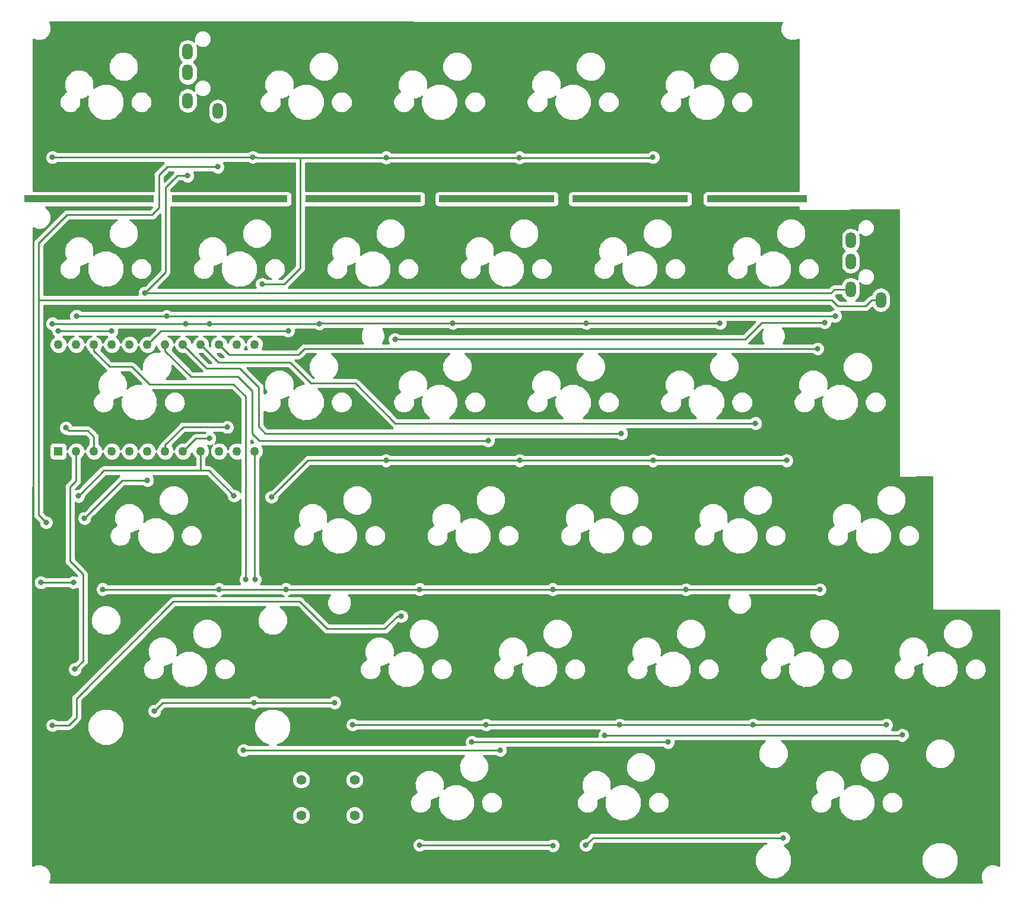
<source format=gtl>
G04 #@! TF.GenerationSoftware,KiCad,Pcbnew,(5.0.2)-1*
G04 #@! TF.CreationDate,2019-02-16T22:04:26+09:00*
G04 #@! TF.ProjectId,pakbd,70616b62-642e-46b6-9963-61645f706362,1*
G04 #@! TF.SameCoordinates,Original*
G04 #@! TF.FileFunction,Copper,L1,Top*
G04 #@! TF.FilePolarity,Positive*
%FSLAX46Y46*%
G04 Gerber Fmt 4.6, Leading zero omitted, Abs format (unit mm)*
G04 Created by KiCad (PCBNEW (5.0.2)-1) date 2019/02/16 22:04:26*
%MOMM*%
%LPD*%
G01*
G04 APERTURE LIST*
G04 #@! TA.AperFunction,WasherPad*
%ADD10R,16.500000X1.000000*%
G04 #@! TD*
G04 #@! TA.AperFunction,WasherPad*
%ADD11R,14.287500X1.000000*%
G04 #@! TD*
G04 #@! TA.AperFunction,ComponentPad*
%ADD12O,1.500000X2.300000*%
G04 #@! TD*
G04 #@! TA.AperFunction,WasherPad*
%ADD13R,18.500000X1.000000*%
G04 #@! TD*
G04 #@! TA.AperFunction,ComponentPad*
%ADD14C,1.270000*%
G04 #@! TD*
G04 #@! TA.AperFunction,ComponentPad*
%ADD15R,1.270000X1.270000*%
G04 #@! TD*
G04 #@! TA.AperFunction,ComponentPad*
%ADD16C,1.397000*%
G04 #@! TD*
G04 #@! TA.AperFunction,ViaPad*
%ADD17C,0.800000*%
G04 #@! TD*
G04 #@! TA.AperFunction,Conductor*
%ADD18C,0.250000*%
G04 #@! TD*
G04 #@! TA.AperFunction,NonConductor*
%ADD19C,0.254000*%
G04 #@! TD*
G04 APERTURE END LIST*
D10*
G04 #@! TO.P,REF\002A\002A,*
G04 #@! TO.N,*
X76150000Y-52310000D03*
G04 #@! TD*
G04 #@! TO.P,REF\002A\002A,*
G04 #@! TO.N,*
X57100000Y-52310000D03*
G04 #@! TD*
D11*
G04 #@! TO.P,REF\002A\002A,*
G04 #@! TO.N,*
X132380000Y-52310000D03*
G04 #@! TD*
D10*
G04 #@! TO.P,REF\002A\002A,*
G04 #@! TO.N,*
X114250000Y-52310000D03*
G04 #@! TD*
G04 #@! TO.P,REF\002A\002A,*
G04 #@! TO.N,*
X95200000Y-52310000D03*
G04 #@! TD*
D12*
G04 #@! TO.P,J0,1*
G04 #@! TO.N,xdata0*
X55390000Y-39770000D03*
G04 #@! TO.P,J0,4*
G04 #@! TO.N,VCC*
X51090000Y-38270000D03*
G04 #@! TO.P,J0,3*
G04 #@! TO.N,GND*
X51090000Y-34270000D03*
G04 #@! TO.P,J0,2*
G04 #@! TO.N,data0*
X51090000Y-31270000D03*
G04 #@! TD*
G04 #@! TO.P,J1,2*
G04 #@! TO.N,data0*
X145720000Y-58220000D03*
G04 #@! TO.P,J1,3*
G04 #@! TO.N,GND*
X145720000Y-61220000D03*
G04 #@! TO.P,J1,4*
G04 #@! TO.N,VCC*
X145720000Y-65220000D03*
G04 #@! TO.P,J1,1*
G04 #@! TO.N,xdata0*
X150020000Y-66720000D03*
G04 #@! TD*
D13*
G04 #@! TO.P,REF\002A\002A,*
G04 #@! TO.N,*
X37050000Y-52310000D03*
G04 #@! TD*
D14*
G04 #@! TO.P,U0,13*
G04 #@! TO.N,Net-(U0-Pad13)*
X60650000Y-73090000D03*
G04 #@! TO.P,U0,14*
G04 #@! TO.N,Net-(U0-Pad14)*
X58110000Y-73090000D03*
G04 #@! TO.P,U0,15*
G04 #@! TO.N,col5*
X55570000Y-73090000D03*
G04 #@! TO.P,U0,16*
G04 #@! TO.N,col4*
X52960000Y-73090000D03*
G04 #@! TO.P,U0,20*
G04 #@! TO.N,col0*
X42800000Y-73090000D03*
G04 #@! TO.P,U0,19*
G04 #@! TO.N,col1*
X45340000Y-73090000D03*
G04 #@! TO.P,U0,17*
G04 #@! TO.N,col3*
X50420000Y-73090000D03*
G04 #@! TO.P,U0,18*
G04 #@! TO.N,col2*
X47880000Y-73090000D03*
G04 #@! TO.P,U0,21*
G04 #@! TO.N,VCC*
X40260000Y-73090000D03*
G04 #@! TO.P,U0,22*
G04 #@! TO.N,reset0*
X37720000Y-73090000D03*
G04 #@! TO.P,U0,24*
G04 #@! TO.N,VCC*
X32640000Y-73090000D03*
G04 #@! TO.P,U0,23*
G04 #@! TO.N,GND*
X35180000Y-73090000D03*
G04 #@! TO.P,U0,12*
G04 #@! TO.N,row5*
X60650000Y-88330000D03*
G04 #@! TO.P,U0,11*
G04 #@! TO.N,row4*
X58110000Y-88330000D03*
G04 #@! TO.P,U0,6*
G04 #@! TO.N,data0b*
X45340000Y-88330000D03*
D15*
G04 #@! TO.P,U0,1*
G04 #@! TO.N,xdata0a*
X32640000Y-88330000D03*
D14*
G04 #@! TO.P,U0,2*
G04 #@! TO.N,data0a*
X35180000Y-88330000D03*
G04 #@! TO.P,U0,9*
G04 #@! TO.N,row2*
X52960000Y-88330000D03*
G04 #@! TO.P,U0,4*
G04 #@! TO.N,GND*
X40260000Y-88330000D03*
G04 #@! TO.P,U0,8*
G04 #@! TO.N,row1*
X50420000Y-88330000D03*
G04 #@! TO.P,U0,10*
G04 #@! TO.N,row3*
X55570000Y-88330000D03*
G04 #@! TO.P,U0,5*
G04 #@! TO.N,xdata0b*
X42800000Y-88330000D03*
G04 #@! TO.P,U0,7*
G04 #@! TO.N,row0*
X47880000Y-88330000D03*
G04 #@! TO.P,U0,3*
G04 #@! TO.N,GND*
X37720000Y-88330000D03*
G04 #@! TD*
D16*
G04 #@! TO.P,SW_r0,2*
G04 #@! TO.N,GND*
X67290000Y-140290000D03*
G04 #@! TO.P,SW_r0,1*
G04 #@! TO.N,reset0*
X67290000Y-135210000D03*
G04 #@! TO.P,SW_r0,2*
G04 #@! TO.N,GND*
X74910000Y-140290000D03*
G04 #@! TO.P,SW_r0,1*
G04 #@! TO.N,reset0*
X74910000Y-135210000D03*
G04 #@! TD*
D17*
G04 #@! TO.N,*
X37130000Y-31720000D03*
X65430000Y-28640000D03*
X87650000Y-28830000D03*
X105460000Y-29130000D03*
X124830000Y-29050000D03*
X133170000Y-56250000D03*
X112960000Y-56250000D03*
X93620000Y-56160000D03*
X73340000Y-56010000D03*
X56190000Y-56230000D03*
X36590000Y-56230000D03*
X71180000Y-83340000D03*
X100340000Y-75170000D03*
X119340000Y-75430000D03*
X143970000Y-85360000D03*
X147020000Y-93900000D03*
X126950000Y-93460000D03*
X107460000Y-93900000D03*
X87380000Y-93620000D03*
X68830000Y-93830000D03*
X44600000Y-105280000D03*
X33680000Y-133360000D03*
X50300000Y-133460000D03*
X42010000Y-147010000D03*
X86570000Y-141960000D03*
X110120000Y-132530000D03*
X146520000Y-144400000D03*
X158450000Y-138670000D03*
G04 #@! TO.N,row0*
X31790000Y-46360000D03*
X61710000Y-64490000D03*
X56720000Y-84880000D03*
X98440000Y-46400000D03*
X79420000Y-46400000D03*
X117490000Y-46360000D03*
X60390000Y-46340000D03*
X60390000Y-46340000D03*
G04 #@! TO.N,row1*
X88930000Y-70040000D03*
X107980000Y-70040000D03*
X31780000Y-70110000D03*
X54220000Y-86500000D03*
X54230000Y-70110000D03*
X50830000Y-70110000D03*
X127050000Y-70040000D03*
X69880000Y-70110000D03*
G04 #@! TO.N,row2*
X57710000Y-94680000D03*
X117500000Y-89640000D03*
X35500000Y-94720000D03*
X98460000Y-89640000D03*
X136560000Y-89640000D03*
X79400000Y-89640000D03*
X63060000Y-94850000D03*
G04 #@! TO.N,row3*
X141310000Y-108060000D03*
X38960000Y-108040000D03*
X103190000Y-108030000D03*
X84200000Y-108040000D03*
X65110000Y-108040000D03*
X122220000Y-108060000D03*
X55550000Y-108040000D03*
G04 #@! TO.N,row4*
X60570000Y-124200000D03*
X131790000Y-127380000D03*
X93690000Y-127380000D03*
X112740000Y-127380000D03*
X150820000Y-127380000D03*
X74640000Y-127380000D03*
X72060000Y-124200000D03*
X46350000Y-125410000D03*
G04 #@! TO.N,row5*
X136120000Y-143520000D03*
X60700000Y-106600000D03*
X107920000Y-144550000D03*
X103200000Y-144620000D03*
X84170000Y-144550000D03*
G04 #@! TO.N,xdata0*
X30910000Y-98490000D03*
X55400000Y-47740000D03*
G04 #@! TO.N,VCC*
X40260000Y-71140000D03*
X44980000Y-65720000D03*
X30150000Y-107070000D03*
X34810000Y-107050000D03*
X32640000Y-71120000D03*
X51090000Y-49000000D03*
G04 #@! TO.N,GND*
X35210000Y-69020000D03*
X48100000Y-69040000D03*
X33720000Y-84980000D03*
X143510000Y-69040000D03*
G04 #@! TO.N,data0*
X80680000Y-72330000D03*
X31800000Y-127450000D03*
X81590000Y-111870000D03*
X142010000Y-69940000D03*
G04 #@! TO.N,data0a*
X35000000Y-119450000D03*
G04 #@! TO.N,data0b*
X36360000Y-97890000D03*
X45330000Y-92460000D03*
G04 #@! TO.N,col0*
X59070000Y-131030000D03*
X95700000Y-131020000D03*
G04 #@! TO.N,col1*
X119660000Y-129850000D03*
X65430000Y-71130000D03*
X91670000Y-129820000D03*
G04 #@! TO.N,col2*
X153060000Y-128840000D03*
X93980000Y-86800000D03*
X110630000Y-128880000D03*
G04 #@! TO.N,col3*
X112980000Y-85770000D03*
G04 #@! TO.N,col4*
X132120000Y-84330000D03*
G04 #@! TO.N,col5*
X141000000Y-73680000D03*
G04 #@! TO.N,reset0*
X59380000Y-106640000D03*
G04 #@! TD*
D18*
G04 #@! TO.N,row0*
X67190000Y-46400000D02*
X79420000Y-46400000D01*
X61015685Y-46400000D02*
X67190000Y-46400000D01*
X64850000Y-64490000D02*
X67190000Y-62150000D01*
X117450000Y-46400000D02*
X117490000Y-46360000D01*
X67190000Y-62150000D02*
X67190000Y-46400000D01*
X56700000Y-84860000D02*
X56720000Y-84880000D01*
X50451975Y-84860000D02*
X56700000Y-84860000D01*
X47880000Y-88330000D02*
X47880000Y-87431975D01*
X47880000Y-87431975D02*
X50451975Y-84860000D01*
X98440000Y-46400000D02*
X117450000Y-46400000D01*
X60370000Y-46360000D02*
X60390000Y-46340000D01*
X31790000Y-46360000D02*
X60370000Y-46360000D01*
X60390000Y-46340000D02*
X60955685Y-46340000D01*
X61710000Y-64490000D02*
X64850000Y-64490000D01*
X60955685Y-46340000D02*
X61015685Y-46400000D01*
X79420000Y-46400000D02*
X98440000Y-46400000D01*
G04 #@! TO.N,row1*
X50830000Y-70110000D02*
X31780000Y-70110000D01*
X69930000Y-70040000D02*
X69880000Y-70090000D01*
X69880000Y-70110000D02*
X54230000Y-70110000D01*
X54230000Y-70110000D02*
X50830000Y-70110000D01*
X127050000Y-70040000D02*
X107980000Y-70040000D01*
X52250000Y-86500000D02*
X54220000Y-86500000D01*
X50420000Y-88330000D02*
X52250000Y-86500000D01*
X88930000Y-70040000D02*
X69930000Y-70040000D01*
X107980000Y-70040000D02*
X88930000Y-70040000D01*
X69880000Y-70090000D02*
X69880000Y-70110000D01*
G04 #@! TO.N,row2*
X63459999Y-94450001D02*
X63459999Y-94440001D01*
X52960000Y-91060000D02*
X54090000Y-91060000D01*
X63459999Y-94440001D02*
X68260000Y-89640000D01*
X98460000Y-89640000D02*
X117500000Y-89640000D01*
X35909999Y-94320001D02*
X39170000Y-91060000D01*
X68420000Y-89640000D02*
X79400000Y-89640000D01*
X35899999Y-94320001D02*
X35909999Y-94320001D01*
X117500000Y-89640000D02*
X136560000Y-89640000D01*
X68260000Y-89640000D02*
X68420000Y-89640000D01*
X52960000Y-88330000D02*
X52960000Y-89228025D01*
X39170000Y-91060000D02*
X52960000Y-91060000D01*
X52960000Y-89228025D02*
X52960000Y-91060000D01*
X35500000Y-94720000D02*
X35899999Y-94320001D01*
X54090000Y-91060000D02*
X57710000Y-94680000D01*
X63060000Y-94850000D02*
X63459999Y-94450001D01*
X79400000Y-89640000D02*
X98460000Y-89640000D01*
G04 #@! TO.N,row3*
X65110000Y-108040000D02*
X55550000Y-108040000D01*
X55550000Y-108040000D02*
X38960000Y-108040000D01*
X122190000Y-108030000D02*
X122220000Y-108060000D01*
X122220000Y-108060000D02*
X141310000Y-108060000D01*
X103190000Y-108030000D02*
X122190000Y-108030000D01*
X103180000Y-108040000D02*
X103190000Y-108030000D01*
X84200000Y-108040000D02*
X103180000Y-108040000D01*
X65675685Y-108040000D02*
X84200000Y-108040000D01*
X65110000Y-108040000D02*
X65675685Y-108040000D01*
G04 #@! TO.N,row4*
X60570000Y-124200000D02*
X72060000Y-124200000D01*
X46350000Y-125410000D02*
X47560000Y-124200000D01*
X112740000Y-127380000D02*
X131790000Y-127380000D01*
X131790000Y-127380000D02*
X150820000Y-127380000D01*
X74640000Y-127380000D02*
X93690000Y-127380000D01*
X93690000Y-127380000D02*
X112740000Y-127380000D01*
X47560000Y-124200000D02*
X60570000Y-124200000D01*
G04 #@! TO.N,row5*
X60650000Y-105070000D02*
X60650000Y-106550000D01*
X60650000Y-106550000D02*
X60700000Y-106600000D01*
X60650000Y-88330000D02*
X60650000Y-105070000D01*
X108950000Y-143520000D02*
X136120000Y-143520000D01*
X108319999Y-144150001D02*
X108950000Y-143520000D01*
X107920000Y-144550000D02*
X108319999Y-144150001D01*
X103130000Y-144550000D02*
X103200000Y-144620000D01*
X84170000Y-144550000D02*
X103130000Y-144550000D01*
G04 #@! TO.N,xdata0*
X46110000Y-54430000D02*
X46980000Y-53560000D01*
X46110000Y-54520000D02*
X46110000Y-54430000D01*
X33900000Y-54520000D02*
X46110000Y-54520000D01*
X30910000Y-98490000D02*
X29810000Y-97390000D01*
X46980000Y-53560000D02*
X46980000Y-48900000D01*
X29810000Y-66720000D02*
X29810000Y-58610000D01*
X29810000Y-67050000D02*
X29810000Y-66720000D01*
X46980000Y-48900000D02*
X48170000Y-47710000D01*
X48170000Y-47710000D02*
X50900000Y-47710000D01*
X29810000Y-58610000D02*
X33900000Y-54520000D01*
X29810000Y-97390000D02*
X29810000Y-67050000D01*
X150020000Y-66720000D02*
X148730000Y-66720000D01*
X148730000Y-66720000D02*
X147860000Y-67590000D01*
X143910000Y-67590000D02*
X143040000Y-66720000D01*
X147860000Y-67590000D02*
X143910000Y-67590000D01*
X143040000Y-66720000D02*
X29810000Y-66720000D01*
X50900000Y-47710000D02*
X55370000Y-47710000D01*
X55370000Y-47710000D02*
X55400000Y-47740000D01*
G04 #@! TO.N,VCC*
X44980000Y-65720000D02*
X47930000Y-62770000D01*
X47930000Y-50670000D02*
X49600000Y-49000000D01*
X44980000Y-65720000D02*
X142900000Y-65720000D01*
X47930000Y-62770000D02*
X47930000Y-50670000D01*
X30170000Y-107050000D02*
X30150000Y-107070000D01*
X40240000Y-71120000D02*
X40260000Y-71140000D01*
X34810000Y-107050000D02*
X30170000Y-107050000D01*
X32640000Y-71120000D02*
X40240000Y-71120000D01*
X143400000Y-65220000D02*
X145720000Y-65220000D01*
X142900000Y-65720000D02*
X143400000Y-65220000D01*
X49600000Y-49000000D02*
X51090000Y-49000000D01*
G04 #@! TO.N,GND*
X48100000Y-69040000D02*
X35230000Y-69040000D01*
X37720000Y-86280000D02*
X37720000Y-88330000D01*
X33720000Y-84980000D02*
X34119999Y-85379999D01*
X35230000Y-69040000D02*
X35210000Y-69020000D01*
X34119999Y-85379999D02*
X36819999Y-85379999D01*
X36819999Y-85379999D02*
X37720000Y-86280000D01*
X48100000Y-69040000D02*
X143510000Y-69040000D01*
G04 #@! TO.N,data0*
X35220000Y-123610000D02*
X35220000Y-126340000D01*
X81590000Y-111870000D02*
X81024315Y-111870000D01*
X81024315Y-111870000D02*
X79204315Y-113690000D01*
X71010000Y-113690000D02*
X67100000Y-109780000D01*
X34110000Y-127450000D02*
X31800000Y-127450000D01*
X35220000Y-126340000D02*
X34110000Y-127450000D01*
X67100000Y-109780000D02*
X49050000Y-109780000D01*
X79204315Y-113690000D02*
X71010000Y-113690000D01*
X49050000Y-109780000D02*
X35220000Y-123610000D01*
X80680000Y-72330000D02*
X81245685Y-72330000D01*
X130640000Y-72330000D02*
X133030000Y-69940000D01*
X81245685Y-72330000D02*
X130640000Y-72330000D01*
X133030000Y-69940000D02*
X142010000Y-69940000D01*
G04 #@! TO.N,data0a*
X36140000Y-118310000D02*
X35000000Y-119450000D01*
X34280000Y-104010000D02*
X36140000Y-105870000D01*
X36140000Y-105870000D02*
X36140000Y-118310000D01*
X35180000Y-88330000D02*
X35180000Y-92540000D01*
X34280000Y-93440000D02*
X34280000Y-104010000D01*
X35180000Y-92540000D02*
X34280000Y-93440000D01*
G04 #@! TO.N,data0b*
X45330000Y-92460000D02*
X41790000Y-92460000D01*
X41790000Y-92460000D02*
X36360000Y-97890000D01*
G04 #@! TO.N,col0*
X59070000Y-131030000D02*
X95690000Y-131030000D01*
X95690000Y-131030000D02*
X95700000Y-131020000D01*
G04 #@! TO.N,col1*
X119630000Y-129820000D02*
X119660000Y-129850000D01*
X118560000Y-129820000D02*
X119630000Y-129820000D01*
X45340000Y-73090000D02*
X47300000Y-71130000D01*
X91670000Y-129820000D02*
X118560000Y-129820000D01*
X47300000Y-71130000D02*
X65430000Y-71130000D01*
G04 #@! TO.N,col2*
X60330000Y-79680000D02*
X60330000Y-85830000D01*
X58310000Y-77660000D02*
X60330000Y-79680000D01*
X60330000Y-85830000D02*
X61300000Y-86800000D01*
X61300000Y-86800000D02*
X93980000Y-86800000D01*
X151450000Y-128880000D02*
X153020000Y-128880000D01*
X47880000Y-73090000D02*
X47880000Y-73988025D01*
X51551975Y-77660000D02*
X58310000Y-77660000D01*
X47880000Y-73988025D02*
X51551975Y-77660000D01*
X110630000Y-128880000D02*
X151450000Y-128880000D01*
X153020000Y-128880000D02*
X153060000Y-128840000D01*
G04 #@! TO.N,col3*
X62200000Y-85770000D02*
X112980000Y-85770000D01*
X53780000Y-76450000D02*
X58540000Y-76450000D01*
X58540000Y-76450000D02*
X61250000Y-79160000D01*
X61250000Y-79160000D02*
X61250000Y-84820000D01*
X50420000Y-73090000D02*
X53780000Y-76450000D01*
X61250000Y-84820000D02*
X62200000Y-85770000D01*
G04 #@! TO.N,col4*
X65690000Y-75610000D02*
X68690000Y-78610000D01*
X55480000Y-75610000D02*
X65690000Y-75610000D01*
X75020000Y-78610000D02*
X80740000Y-84330000D01*
X52960000Y-73090000D02*
X55480000Y-75610000D01*
X80740000Y-84330000D02*
X132120000Y-84330000D01*
X68690000Y-78610000D02*
X75020000Y-78610000D01*
G04 #@! TO.N,col5*
X55570000Y-73090000D02*
X57000000Y-74520000D01*
X57000000Y-74520000D02*
X66890000Y-74520000D01*
X67760000Y-73650000D02*
X140970000Y-73650000D01*
X66890000Y-74520000D02*
X67760000Y-73650000D01*
X140970000Y-73650000D02*
X141000000Y-73680000D01*
G04 #@! TO.N,reset0*
X59370000Y-80490000D02*
X59370000Y-106630000D01*
X39961975Y-76230000D02*
X43110000Y-76230000D01*
X57620000Y-78740000D02*
X59370000Y-80490000D01*
X37720000Y-73090000D02*
X37720000Y-73988025D01*
X59370000Y-106630000D02*
X59380000Y-106640000D01*
X45620000Y-78740000D02*
X57620000Y-78740000D01*
X37720000Y-73988025D02*
X39961975Y-76230000D01*
X43110000Y-76230000D02*
X45620000Y-78740000D01*
G04 #@! TD*
D19*
G36*
X135888878Y-27106079D02*
X135803747Y-27332171D01*
X135682500Y-27624887D01*
X135682500Y-27654177D01*
X135672177Y-27681593D01*
X135682500Y-27998284D01*
X135682500Y-28315113D01*
X135693710Y-28342176D01*
X135694664Y-28371453D01*
X135915401Y-28904359D01*
X135928793Y-28909716D01*
X135946638Y-28952799D01*
X136434701Y-29440862D01*
X136477784Y-29458707D01*
X136483141Y-29472099D01*
X136779671Y-29583753D01*
X137072387Y-29705000D01*
X137101677Y-29705000D01*
X137129093Y-29715323D01*
X137445784Y-29705000D01*
X137762613Y-29705000D01*
X137789676Y-29693790D01*
X137818953Y-29692836D01*
X138286754Y-29499066D01*
X138319039Y-51162560D01*
X125236250Y-51162560D01*
X125173709Y-51175000D01*
X125109941Y-51175000D01*
X125051028Y-51199403D01*
X124988485Y-51211843D01*
X124935464Y-51247271D01*
X124876552Y-51271673D01*
X124831461Y-51316764D01*
X124778441Y-51352191D01*
X124743015Y-51405209D01*
X124697923Y-51450301D01*
X124673520Y-51509215D01*
X124638093Y-51562235D01*
X124625653Y-51624776D01*
X124601250Y-51683690D01*
X124601250Y-51747459D01*
X124588810Y-51810000D01*
X124588810Y-52810000D01*
X124601250Y-52872541D01*
X124601250Y-52936310D01*
X124625653Y-52995224D01*
X124638093Y-53057765D01*
X124673520Y-53110785D01*
X124697923Y-53169699D01*
X124743015Y-53214791D01*
X124778441Y-53267809D01*
X124831461Y-53303236D01*
X124876552Y-53348327D01*
X124935464Y-53372729D01*
X124988485Y-53408157D01*
X125051028Y-53420597D01*
X125109941Y-53445000D01*
X125173709Y-53445000D01*
X125236250Y-53457440D01*
X138322459Y-53457440D01*
X138323000Y-53820189D01*
X138332740Y-53868776D01*
X138360331Y-53909936D01*
X138401574Y-53937405D01*
X138450445Y-53946999D01*
X152583000Y-53897446D01*
X152583000Y-91910000D01*
X152592667Y-91958601D01*
X152620197Y-91999803D01*
X152661399Y-92027333D01*
X152711069Y-92036995D01*
X157333067Y-91998073D01*
X157343000Y-110910067D01*
X157352693Y-110958662D01*
X157380245Y-110999850D01*
X157421461Y-111027358D01*
X157469867Y-111037000D01*
X166863000Y-111046867D01*
X166863000Y-147494797D01*
X166627829Y-147406247D01*
X166335113Y-147285000D01*
X166305823Y-147285000D01*
X166278407Y-147274677D01*
X165961716Y-147285000D01*
X165644887Y-147285000D01*
X165617824Y-147296210D01*
X165588547Y-147297164D01*
X165055641Y-147517901D01*
X165050284Y-147531293D01*
X165007201Y-147549138D01*
X164519138Y-148037201D01*
X164501293Y-148080284D01*
X164487901Y-148085641D01*
X164376247Y-148382171D01*
X164255000Y-148674887D01*
X164255000Y-148704177D01*
X164244677Y-148731593D01*
X164255000Y-149048284D01*
X164255000Y-149365113D01*
X164266210Y-149392176D01*
X164267164Y-149421453D01*
X164462561Y-149893183D01*
X31401506Y-149902818D01*
X31493753Y-149657829D01*
X31615000Y-149365113D01*
X31615000Y-149335823D01*
X31625323Y-149308407D01*
X31615000Y-148991716D01*
X31615000Y-148674887D01*
X31603790Y-148647824D01*
X31602836Y-148618547D01*
X31382099Y-148085641D01*
X31368707Y-148080284D01*
X31350862Y-148037201D01*
X30862799Y-147549138D01*
X30819716Y-147531293D01*
X30814359Y-147517901D01*
X30517829Y-147406247D01*
X30225113Y-147285000D01*
X30195823Y-147285000D01*
X30168407Y-147274677D01*
X29851716Y-147285000D01*
X29534887Y-147285000D01*
X29507824Y-147296210D01*
X29478547Y-147297164D01*
X29007413Y-147492314D01*
X29007924Y-144344126D01*
X83135000Y-144344126D01*
X83135000Y-144755874D01*
X83292569Y-145136280D01*
X83583720Y-145427431D01*
X83964126Y-145585000D01*
X84375874Y-145585000D01*
X84756280Y-145427431D01*
X84873711Y-145310000D01*
X102426289Y-145310000D01*
X102613720Y-145497431D01*
X102994126Y-145655000D01*
X103405874Y-145655000D01*
X103786280Y-145497431D01*
X104077431Y-145206280D01*
X104235000Y-144825874D01*
X104235000Y-144414126D01*
X104206006Y-144344126D01*
X106885000Y-144344126D01*
X106885000Y-144755874D01*
X107042569Y-145136280D01*
X107333720Y-145427431D01*
X107714126Y-145585000D01*
X108125874Y-145585000D01*
X108506280Y-145427431D01*
X108797431Y-145136280D01*
X108955000Y-144755874D01*
X108955000Y-144589801D01*
X109264802Y-144280000D01*
X133674473Y-144280000D01*
X133181353Y-144484257D01*
X133177829Y-144490175D01*
X133163392Y-144496155D01*
X132422155Y-145237392D01*
X132416175Y-145251829D01*
X132410257Y-145255353D01*
X132217496Y-145731483D01*
X132021000Y-146205866D01*
X132021000Y-146216838D01*
X132016881Y-146227012D01*
X132021000Y-146740655D01*
X132021000Y-147254134D01*
X132025199Y-147264271D01*
X132025287Y-147275247D01*
X132410257Y-148204647D01*
X132416175Y-148208171D01*
X132422155Y-148222608D01*
X133163392Y-148963845D01*
X133177829Y-148969825D01*
X133181353Y-148975743D01*
X133657483Y-149168504D01*
X134131866Y-149365000D01*
X134142838Y-149365000D01*
X134153012Y-149369119D01*
X134666655Y-149365000D01*
X135180134Y-149365000D01*
X135190271Y-149360801D01*
X135201247Y-149360713D01*
X136130647Y-148975743D01*
X136134171Y-148969825D01*
X136148608Y-148963845D01*
X136889845Y-148222608D01*
X136895825Y-148208171D01*
X136901743Y-148204647D01*
X137094504Y-147728517D01*
X137291000Y-147254134D01*
X137291000Y-147243162D01*
X137295119Y-147232988D01*
X137291000Y-146719345D01*
X137291000Y-146227012D01*
X155816881Y-146227012D01*
X155821000Y-146740655D01*
X155821000Y-147254134D01*
X155825199Y-147264271D01*
X155825287Y-147275247D01*
X156210257Y-148204647D01*
X156216175Y-148208171D01*
X156222155Y-148222608D01*
X156963392Y-148963845D01*
X156977829Y-148969825D01*
X156981353Y-148975743D01*
X157457483Y-149168504D01*
X157931866Y-149365000D01*
X157942838Y-149365000D01*
X157953012Y-149369119D01*
X158466655Y-149365000D01*
X158980134Y-149365000D01*
X158990271Y-149360801D01*
X159001247Y-149360713D01*
X159930647Y-148975743D01*
X159934171Y-148969825D01*
X159948608Y-148963845D01*
X160689845Y-148222608D01*
X160695825Y-148208171D01*
X160701743Y-148204647D01*
X160894504Y-147728517D01*
X161091000Y-147254134D01*
X161091000Y-147243162D01*
X161095119Y-147232988D01*
X161091000Y-146719345D01*
X161091000Y-146205866D01*
X161086801Y-146195729D01*
X161086713Y-146184753D01*
X160701743Y-145255353D01*
X160695825Y-145251829D01*
X160689845Y-145237392D01*
X159948608Y-144496155D01*
X159934171Y-144490175D01*
X159930647Y-144484257D01*
X159454517Y-144291496D01*
X158980134Y-144095000D01*
X158969162Y-144095000D01*
X158958988Y-144090881D01*
X158445345Y-144095000D01*
X157931866Y-144095000D01*
X157921729Y-144099199D01*
X157910753Y-144099287D01*
X156981353Y-144484257D01*
X156977829Y-144490175D01*
X156963392Y-144496155D01*
X156222155Y-145237392D01*
X156216175Y-145251829D01*
X156210257Y-145255353D01*
X156017496Y-145731483D01*
X155821000Y-146205866D01*
X155821000Y-146216838D01*
X155816881Y-146227012D01*
X137291000Y-146227012D01*
X137291000Y-146205866D01*
X137286801Y-146195729D01*
X137286713Y-146184753D01*
X136901743Y-145255353D01*
X136895825Y-145251829D01*
X136889845Y-145237392D01*
X136207453Y-144555000D01*
X136325874Y-144555000D01*
X136706280Y-144397431D01*
X136997431Y-144106280D01*
X137155000Y-143725874D01*
X137155000Y-143314126D01*
X136997431Y-142933720D01*
X136706280Y-142642569D01*
X136325874Y-142485000D01*
X135914126Y-142485000D01*
X135533720Y-142642569D01*
X135416289Y-142760000D01*
X109024847Y-142760000D01*
X108950000Y-142745112D01*
X108875153Y-142760000D01*
X108875148Y-142760000D01*
X108653463Y-142804096D01*
X108402071Y-142972071D01*
X108359671Y-143035527D01*
X107880199Y-143515000D01*
X107714126Y-143515000D01*
X107333720Y-143672569D01*
X107042569Y-143963720D01*
X106885000Y-144344126D01*
X104206006Y-144344126D01*
X104077431Y-144033720D01*
X103786280Y-143742569D01*
X103405874Y-143585000D01*
X102994126Y-143585000D01*
X102613720Y-143742569D01*
X102566289Y-143790000D01*
X84873711Y-143790000D01*
X84756280Y-143672569D01*
X84375874Y-143515000D01*
X83964126Y-143515000D01*
X83583720Y-143672569D01*
X83292569Y-143963720D01*
X83135000Y-144344126D01*
X29007924Y-144344126D01*
X29008626Y-140024750D01*
X65956500Y-140024750D01*
X65956500Y-140555250D01*
X66159513Y-141045367D01*
X66534633Y-141420487D01*
X67024750Y-141623500D01*
X67555250Y-141623500D01*
X68045367Y-141420487D01*
X68420487Y-141045367D01*
X68623500Y-140555250D01*
X68623500Y-140024750D01*
X73576500Y-140024750D01*
X73576500Y-140555250D01*
X73779513Y-141045367D01*
X74154633Y-141420487D01*
X74644750Y-141623500D01*
X75175250Y-141623500D01*
X75665367Y-141420487D01*
X76040487Y-141045367D01*
X76243500Y-140555250D01*
X76243500Y-140024750D01*
X76040487Y-139534633D01*
X75665367Y-139159513D01*
X75175250Y-138956500D01*
X74644750Y-138956500D01*
X74154633Y-139159513D01*
X73779513Y-139534633D01*
X73576500Y-140024750D01*
X68623500Y-140024750D01*
X68420487Y-139534633D01*
X68045367Y-139159513D01*
X67555250Y-138956500D01*
X67024750Y-138956500D01*
X66534633Y-139159513D01*
X66159513Y-139534633D01*
X65956500Y-140024750D01*
X29008626Y-140024750D01*
X29008914Y-138249336D01*
X82779542Y-138249336D01*
X82791000Y-138522212D01*
X82791000Y-138795330D01*
X82803762Y-138826140D01*
X82805161Y-138859460D01*
X82989357Y-139304148D01*
X83003771Y-139309004D01*
X83024690Y-139359507D01*
X83456493Y-139791310D01*
X83506996Y-139812229D01*
X83511852Y-139826643D01*
X83768348Y-139920485D01*
X84020670Y-140025000D01*
X84054018Y-140025000D01*
X84085336Y-140036458D01*
X84358212Y-140025000D01*
X84631330Y-140025000D01*
X84662140Y-140012238D01*
X84695460Y-140010839D01*
X85140148Y-139826643D01*
X85145004Y-139812229D01*
X85195507Y-139791310D01*
X85627310Y-139359507D01*
X85648229Y-139309004D01*
X85662643Y-139304148D01*
X85756485Y-139047652D01*
X85861000Y-138795330D01*
X85861000Y-138761982D01*
X85872458Y-138730664D01*
X85861000Y-138457788D01*
X85861000Y-138184670D01*
X85848238Y-138153860D01*
X85846839Y-138120540D01*
X85832118Y-138085000D01*
X86020678Y-138085000D01*
X86040230Y-138076901D01*
X86061387Y-138076497D01*
X86770582Y-137782739D01*
X86775870Y-137772189D01*
X86805380Y-137759966D01*
X86892283Y-137673063D01*
X86771000Y-137965866D01*
X86771000Y-137976838D01*
X86766881Y-137987012D01*
X86771000Y-138500655D01*
X86771000Y-139014134D01*
X86775199Y-139024271D01*
X86775287Y-139035247D01*
X87160257Y-139964647D01*
X87166175Y-139968171D01*
X87172155Y-139982608D01*
X87913392Y-140723845D01*
X87927829Y-140729825D01*
X87931353Y-140735743D01*
X88407483Y-140928504D01*
X88881866Y-141125000D01*
X88892838Y-141125000D01*
X88903012Y-141129119D01*
X89416655Y-141125000D01*
X89930134Y-141125000D01*
X89940271Y-141120801D01*
X89951247Y-141120713D01*
X90880647Y-140735743D01*
X90884171Y-140729825D01*
X90898608Y-140723845D01*
X91639845Y-139982608D01*
X91645825Y-139968171D01*
X91651743Y-139964647D01*
X91844504Y-139488517D01*
X92041000Y-139014134D01*
X92041000Y-139003162D01*
X92045119Y-138992988D01*
X92041000Y-138479345D01*
X92041000Y-138249336D01*
X92939542Y-138249336D01*
X92951000Y-138522212D01*
X92951000Y-138795330D01*
X92963762Y-138826140D01*
X92965161Y-138859460D01*
X93149357Y-139304148D01*
X93163771Y-139309004D01*
X93184690Y-139359507D01*
X93616493Y-139791310D01*
X93666996Y-139812229D01*
X93671852Y-139826643D01*
X93928348Y-139920485D01*
X94180670Y-140025000D01*
X94214018Y-140025000D01*
X94245336Y-140036458D01*
X94518212Y-140025000D01*
X94791330Y-140025000D01*
X94822140Y-140012238D01*
X94855460Y-140010839D01*
X95300148Y-139826643D01*
X95305004Y-139812229D01*
X95355507Y-139791310D01*
X95787310Y-139359507D01*
X95808229Y-139309004D01*
X95822643Y-139304148D01*
X95916485Y-139047652D01*
X96021000Y-138795330D01*
X96021000Y-138761982D01*
X96032458Y-138730664D01*
X96021000Y-138457788D01*
X96021000Y-138249336D01*
X106592042Y-138249336D01*
X106603500Y-138522212D01*
X106603500Y-138795330D01*
X106616262Y-138826140D01*
X106617661Y-138859460D01*
X106801857Y-139304148D01*
X106816271Y-139309004D01*
X106837190Y-139359507D01*
X107268993Y-139791310D01*
X107319496Y-139812229D01*
X107324352Y-139826643D01*
X107580848Y-139920485D01*
X107833170Y-140025000D01*
X107866518Y-140025000D01*
X107897836Y-140036458D01*
X108170712Y-140025000D01*
X108443830Y-140025000D01*
X108474640Y-140012238D01*
X108507960Y-140010839D01*
X108952648Y-139826643D01*
X108957504Y-139812229D01*
X109008007Y-139791310D01*
X109439810Y-139359507D01*
X109460729Y-139309004D01*
X109475143Y-139304148D01*
X109568985Y-139047652D01*
X109673500Y-138795330D01*
X109673500Y-138761982D01*
X109684958Y-138730664D01*
X109673500Y-138457788D01*
X109673500Y-138184670D01*
X109660738Y-138153860D01*
X109659339Y-138120540D01*
X109644618Y-138085000D01*
X109833178Y-138085000D01*
X109852730Y-138076901D01*
X109873887Y-138076497D01*
X110583082Y-137782739D01*
X110588370Y-137772189D01*
X110617880Y-137759966D01*
X110704783Y-137673063D01*
X110583500Y-137965866D01*
X110583500Y-137976838D01*
X110579381Y-137987012D01*
X110583500Y-138500655D01*
X110583500Y-139014134D01*
X110587699Y-139024271D01*
X110587787Y-139035247D01*
X110972757Y-139964647D01*
X110978675Y-139968171D01*
X110984655Y-139982608D01*
X111725892Y-140723845D01*
X111740329Y-140729825D01*
X111743853Y-140735743D01*
X112219983Y-140928504D01*
X112694366Y-141125000D01*
X112705338Y-141125000D01*
X112715512Y-141129119D01*
X113229155Y-141125000D01*
X113742634Y-141125000D01*
X113752771Y-141120801D01*
X113763747Y-141120713D01*
X114693147Y-140735743D01*
X114696671Y-140729825D01*
X114711108Y-140723845D01*
X115452345Y-139982608D01*
X115458325Y-139968171D01*
X115464243Y-139964647D01*
X115657004Y-139488517D01*
X115853500Y-139014134D01*
X115853500Y-139003162D01*
X115857619Y-138992988D01*
X115853500Y-138479345D01*
X115853500Y-138249336D01*
X116752042Y-138249336D01*
X116763500Y-138522212D01*
X116763500Y-138795330D01*
X116776262Y-138826140D01*
X116777661Y-138859460D01*
X116961857Y-139304148D01*
X116976271Y-139309004D01*
X116997190Y-139359507D01*
X117428993Y-139791310D01*
X117479496Y-139812229D01*
X117484352Y-139826643D01*
X117740848Y-139920485D01*
X117993170Y-140025000D01*
X118026518Y-140025000D01*
X118057836Y-140036458D01*
X118330712Y-140025000D01*
X118603830Y-140025000D01*
X118634640Y-140012238D01*
X118667960Y-140010839D01*
X119112648Y-139826643D01*
X119117504Y-139812229D01*
X119168007Y-139791310D01*
X119599810Y-139359507D01*
X119620729Y-139309004D01*
X119635143Y-139304148D01*
X119728985Y-139047652D01*
X119833500Y-138795330D01*
X119833500Y-138761982D01*
X119844958Y-138730664D01*
X119833500Y-138457788D01*
X119833500Y-138249336D01*
X139929542Y-138249336D01*
X139941000Y-138522212D01*
X139941000Y-138795330D01*
X139953762Y-138826140D01*
X139955161Y-138859460D01*
X140139357Y-139304148D01*
X140153771Y-139309004D01*
X140174690Y-139359507D01*
X140606493Y-139791310D01*
X140656996Y-139812229D01*
X140661852Y-139826643D01*
X140918348Y-139920485D01*
X141170670Y-140025000D01*
X141204018Y-140025000D01*
X141235336Y-140036458D01*
X141508212Y-140025000D01*
X141781330Y-140025000D01*
X141812140Y-140012238D01*
X141845460Y-140010839D01*
X142290148Y-139826643D01*
X142295004Y-139812229D01*
X142345507Y-139791310D01*
X142777310Y-139359507D01*
X142798229Y-139309004D01*
X142812643Y-139304148D01*
X142906485Y-139047652D01*
X143011000Y-138795330D01*
X143011000Y-138761982D01*
X143022458Y-138730664D01*
X143011000Y-138457788D01*
X143011000Y-138184670D01*
X142998238Y-138153860D01*
X142996839Y-138120540D01*
X142982118Y-138085000D01*
X143170678Y-138085000D01*
X143190230Y-138076901D01*
X143211387Y-138076497D01*
X143920582Y-137782739D01*
X143925870Y-137772189D01*
X143955380Y-137759966D01*
X144042283Y-137673063D01*
X143921000Y-137965866D01*
X143921000Y-137976838D01*
X143916881Y-137987012D01*
X143921000Y-138500655D01*
X143921000Y-139014134D01*
X143925199Y-139024271D01*
X143925287Y-139035247D01*
X144310257Y-139964647D01*
X144316175Y-139968171D01*
X144322155Y-139982608D01*
X145063392Y-140723845D01*
X145077829Y-140729825D01*
X145081353Y-140735743D01*
X145557483Y-140928504D01*
X146031866Y-141125000D01*
X146042838Y-141125000D01*
X146053012Y-141129119D01*
X146566655Y-141125000D01*
X147080134Y-141125000D01*
X147090271Y-141120801D01*
X147101247Y-141120713D01*
X148030647Y-140735743D01*
X148034171Y-140729825D01*
X148048608Y-140723845D01*
X148789845Y-139982608D01*
X148795825Y-139968171D01*
X148801743Y-139964647D01*
X148994504Y-139488517D01*
X149191000Y-139014134D01*
X149191000Y-139003162D01*
X149195119Y-138992988D01*
X149191000Y-138479345D01*
X149191000Y-138249336D01*
X150089542Y-138249336D01*
X150101000Y-138522212D01*
X150101000Y-138795330D01*
X150113762Y-138826140D01*
X150115161Y-138859460D01*
X150299357Y-139304148D01*
X150313771Y-139309004D01*
X150334690Y-139359507D01*
X150766493Y-139791310D01*
X150816996Y-139812229D01*
X150821852Y-139826643D01*
X151078348Y-139920485D01*
X151330670Y-140025000D01*
X151364018Y-140025000D01*
X151395336Y-140036458D01*
X151668212Y-140025000D01*
X151941330Y-140025000D01*
X151972140Y-140012238D01*
X152005460Y-140010839D01*
X152450148Y-139826643D01*
X152455004Y-139812229D01*
X152505507Y-139791310D01*
X152937310Y-139359507D01*
X152958229Y-139309004D01*
X152972643Y-139304148D01*
X153066485Y-139047652D01*
X153171000Y-138795330D01*
X153171000Y-138761982D01*
X153182458Y-138730664D01*
X153171000Y-138457788D01*
X153171000Y-138184670D01*
X153158238Y-138153860D01*
X153156839Y-138120540D01*
X152972643Y-137675852D01*
X152958229Y-137670996D01*
X152937310Y-137620493D01*
X152505507Y-137188690D01*
X152455004Y-137167771D01*
X152450148Y-137153357D01*
X152193652Y-137059515D01*
X151941330Y-136955000D01*
X151907982Y-136955000D01*
X151876664Y-136943542D01*
X151603788Y-136955000D01*
X151330670Y-136955000D01*
X151299860Y-136967762D01*
X151266540Y-136969161D01*
X150821852Y-137153357D01*
X150816996Y-137167771D01*
X150766493Y-137188690D01*
X150334690Y-137620493D01*
X150313771Y-137670996D01*
X150299357Y-137675852D01*
X150205515Y-137932348D01*
X150101000Y-138184670D01*
X150101000Y-138218018D01*
X150089542Y-138249336D01*
X149191000Y-138249336D01*
X149191000Y-137965866D01*
X149186801Y-137955729D01*
X149186713Y-137944753D01*
X148801743Y-137015353D01*
X148795825Y-137011829D01*
X148789845Y-136997392D01*
X148048608Y-136256155D01*
X148034171Y-136250175D01*
X148030647Y-136244257D01*
X147554517Y-136051496D01*
X147080134Y-135855000D01*
X147069162Y-135855000D01*
X147058988Y-135850881D01*
X146545345Y-135855000D01*
X146031866Y-135855000D01*
X146021729Y-135859199D01*
X146010753Y-135859287D01*
X145081353Y-136244257D01*
X145077829Y-136250175D01*
X145063392Y-136256155D01*
X144835838Y-136483709D01*
X144881000Y-136374678D01*
X144881000Y-136353514D01*
X144888723Y-136333813D01*
X144881000Y-135929624D01*
X144881000Y-135525322D01*
X144872901Y-135505770D01*
X144872497Y-135484613D01*
X144578739Y-134775418D01*
X144568189Y-134770130D01*
X144555966Y-134740620D01*
X143955380Y-134140034D01*
X143925870Y-134127811D01*
X143920582Y-134117261D01*
X143544212Y-133969723D01*
X143170678Y-133815000D01*
X143149514Y-133815000D01*
X143129813Y-133807277D01*
X142725624Y-133815000D01*
X142321322Y-133815000D01*
X142301770Y-133823099D01*
X142280613Y-133823503D01*
X141571418Y-134117261D01*
X141566130Y-134127811D01*
X141536620Y-134140034D01*
X140936034Y-134740620D01*
X140923811Y-134770130D01*
X140913261Y-134775418D01*
X140765723Y-135151788D01*
X140611000Y-135525322D01*
X140611000Y-135546486D01*
X140603277Y-135566187D01*
X140611000Y-135970376D01*
X140611000Y-136374678D01*
X140619099Y-136394230D01*
X140619503Y-136415387D01*
X140886616Y-137060256D01*
X140661852Y-137153357D01*
X140656996Y-137167771D01*
X140606493Y-137188690D01*
X140174690Y-137620493D01*
X140153771Y-137670996D01*
X140139357Y-137675852D01*
X140045515Y-137932348D01*
X139941000Y-138184670D01*
X139941000Y-138218018D01*
X139929542Y-138249336D01*
X119833500Y-138249336D01*
X119833500Y-138184670D01*
X119820738Y-138153860D01*
X119819339Y-138120540D01*
X119635143Y-137675852D01*
X119620729Y-137670996D01*
X119599810Y-137620493D01*
X119168007Y-137188690D01*
X119117504Y-137167771D01*
X119112648Y-137153357D01*
X118856152Y-137059515D01*
X118603830Y-136955000D01*
X118570482Y-136955000D01*
X118539164Y-136943542D01*
X118266288Y-136955000D01*
X117993170Y-136955000D01*
X117962360Y-136967762D01*
X117929040Y-136969161D01*
X117484352Y-137153357D01*
X117479496Y-137167771D01*
X117428993Y-137188690D01*
X116997190Y-137620493D01*
X116976271Y-137670996D01*
X116961857Y-137675852D01*
X116868015Y-137932348D01*
X116763500Y-138184670D01*
X116763500Y-138218018D01*
X116752042Y-138249336D01*
X115853500Y-138249336D01*
X115853500Y-137965866D01*
X115849301Y-137955729D01*
X115849213Y-137944753D01*
X115464243Y-137015353D01*
X115458325Y-137011829D01*
X115452345Y-136997392D01*
X114711108Y-136256155D01*
X114696671Y-136250175D01*
X114693147Y-136244257D01*
X114217017Y-136051496D01*
X113742634Y-135855000D01*
X113731662Y-135855000D01*
X113721488Y-135850881D01*
X113207845Y-135855000D01*
X112694366Y-135855000D01*
X112684229Y-135859199D01*
X112673253Y-135859287D01*
X111743853Y-136244257D01*
X111740329Y-136250175D01*
X111725892Y-136256155D01*
X111498338Y-136483709D01*
X111543500Y-136374678D01*
X111543500Y-136353514D01*
X111551223Y-136333813D01*
X111543500Y-135929624D01*
X111543500Y-135525322D01*
X111535401Y-135505770D01*
X111534997Y-135484613D01*
X111241239Y-134775418D01*
X111230689Y-134770130D01*
X111218466Y-134740620D01*
X110617880Y-134140034D01*
X110588370Y-134127811D01*
X110583082Y-134117261D01*
X110206712Y-133969723D01*
X109833178Y-133815000D01*
X109812014Y-133815000D01*
X109792313Y-133807277D01*
X109388124Y-133815000D01*
X108983822Y-133815000D01*
X108964270Y-133823099D01*
X108943113Y-133823503D01*
X108233918Y-134117261D01*
X108228630Y-134127811D01*
X108199120Y-134140034D01*
X107598534Y-134740620D01*
X107586311Y-134770130D01*
X107575761Y-134775418D01*
X107428223Y-135151788D01*
X107273500Y-135525322D01*
X107273500Y-135546486D01*
X107265777Y-135566187D01*
X107273500Y-135970376D01*
X107273500Y-136374678D01*
X107281599Y-136394230D01*
X107282003Y-136415387D01*
X107549116Y-137060256D01*
X107324352Y-137153357D01*
X107319496Y-137167771D01*
X107268993Y-137188690D01*
X106837190Y-137620493D01*
X106816271Y-137670996D01*
X106801857Y-137675852D01*
X106708015Y-137932348D01*
X106603500Y-138184670D01*
X106603500Y-138218018D01*
X106592042Y-138249336D01*
X96021000Y-138249336D01*
X96021000Y-138184670D01*
X96008238Y-138153860D01*
X96006839Y-138120540D01*
X95822643Y-137675852D01*
X95808229Y-137670996D01*
X95787310Y-137620493D01*
X95355507Y-137188690D01*
X95305004Y-137167771D01*
X95300148Y-137153357D01*
X95043652Y-137059515D01*
X94791330Y-136955000D01*
X94757982Y-136955000D01*
X94726664Y-136943542D01*
X94453788Y-136955000D01*
X94180670Y-136955000D01*
X94149860Y-136967762D01*
X94116540Y-136969161D01*
X93671852Y-137153357D01*
X93666996Y-137167771D01*
X93616493Y-137188690D01*
X93184690Y-137620493D01*
X93163771Y-137670996D01*
X93149357Y-137675852D01*
X93055515Y-137932348D01*
X92951000Y-138184670D01*
X92951000Y-138218018D01*
X92939542Y-138249336D01*
X92041000Y-138249336D01*
X92041000Y-137965866D01*
X92036801Y-137955729D01*
X92036713Y-137944753D01*
X91651743Y-137015353D01*
X91645825Y-137011829D01*
X91639845Y-136997392D01*
X90898608Y-136256155D01*
X90884171Y-136250175D01*
X90880647Y-136244257D01*
X90404517Y-136051496D01*
X89930134Y-135855000D01*
X89919162Y-135855000D01*
X89908988Y-135850881D01*
X89395345Y-135855000D01*
X88881866Y-135855000D01*
X88871729Y-135859199D01*
X88860753Y-135859287D01*
X87931353Y-136244257D01*
X87927829Y-136250175D01*
X87913392Y-136256155D01*
X87685838Y-136483709D01*
X87731000Y-136374678D01*
X87731000Y-136353514D01*
X87738723Y-136333813D01*
X87731000Y-135929624D01*
X87731000Y-135525322D01*
X87722901Y-135505770D01*
X87722497Y-135484613D01*
X87428739Y-134775418D01*
X87418189Y-134770130D01*
X87405966Y-134740620D01*
X86805380Y-134140034D01*
X86775870Y-134127811D01*
X86770582Y-134117261D01*
X86394212Y-133969723D01*
X86020678Y-133815000D01*
X85999514Y-133815000D01*
X85979813Y-133807277D01*
X85575624Y-133815000D01*
X85171322Y-133815000D01*
X85151770Y-133823099D01*
X85130613Y-133823503D01*
X84421418Y-134117261D01*
X84416130Y-134127811D01*
X84386620Y-134140034D01*
X83786034Y-134740620D01*
X83773811Y-134770130D01*
X83763261Y-134775418D01*
X83615723Y-135151788D01*
X83461000Y-135525322D01*
X83461000Y-135546486D01*
X83453277Y-135566187D01*
X83461000Y-135970376D01*
X83461000Y-136374678D01*
X83469099Y-136394230D01*
X83469503Y-136415387D01*
X83736616Y-137060256D01*
X83511852Y-137153357D01*
X83506996Y-137167771D01*
X83456493Y-137188690D01*
X83024690Y-137620493D01*
X83003771Y-137670996D01*
X82989357Y-137675852D01*
X82895515Y-137932348D01*
X82791000Y-138184670D01*
X82791000Y-138218018D01*
X82779542Y-138249336D01*
X29008914Y-138249336D01*
X29009451Y-134944750D01*
X65956500Y-134944750D01*
X65956500Y-135475250D01*
X66159513Y-135965367D01*
X66534633Y-136340487D01*
X67024750Y-136543500D01*
X67555250Y-136543500D01*
X68045367Y-136340487D01*
X68420487Y-135965367D01*
X68623500Y-135475250D01*
X68623500Y-134944750D01*
X73576500Y-134944750D01*
X73576500Y-135475250D01*
X73779513Y-135965367D01*
X74154633Y-136340487D01*
X74644750Y-136543500D01*
X75175250Y-136543500D01*
X75665367Y-136340487D01*
X76040487Y-135965367D01*
X76243500Y-135475250D01*
X76243500Y-134944750D01*
X76040487Y-134454633D01*
X75665367Y-134079513D01*
X75175250Y-133876500D01*
X74644750Y-133876500D01*
X74154633Y-134079513D01*
X73779513Y-134454633D01*
X73576500Y-134944750D01*
X68623500Y-134944750D01*
X68420487Y-134454633D01*
X68045367Y-134079513D01*
X67555250Y-133876500D01*
X67024750Y-133876500D01*
X66534633Y-134079513D01*
X66159513Y-134454633D01*
X65956500Y-134944750D01*
X29009451Y-134944750D01*
X29010121Y-130824126D01*
X58035000Y-130824126D01*
X58035000Y-131235874D01*
X58192569Y-131616280D01*
X58483720Y-131907431D01*
X58864126Y-132065000D01*
X59275874Y-132065000D01*
X59656280Y-131907431D01*
X59773711Y-131790000D01*
X90546654Y-131790000D01*
X90136034Y-132200620D01*
X90123811Y-132230130D01*
X90113261Y-132235418D01*
X89965723Y-132611788D01*
X89811000Y-132985322D01*
X89811000Y-133006486D01*
X89803277Y-133026187D01*
X89811000Y-133430376D01*
X89811000Y-133834678D01*
X89819099Y-133854230D01*
X89819503Y-133875387D01*
X90113261Y-134584582D01*
X90123811Y-134589870D01*
X90136034Y-134619380D01*
X90736620Y-135219966D01*
X90766130Y-135232189D01*
X90771418Y-135242739D01*
X91147788Y-135390277D01*
X91521322Y-135545000D01*
X91542486Y-135545000D01*
X91562187Y-135552723D01*
X91966376Y-135545000D01*
X92370678Y-135545000D01*
X92390230Y-135536901D01*
X92411387Y-135536497D01*
X93120582Y-135242739D01*
X93125870Y-135232189D01*
X93155380Y-135219966D01*
X93755966Y-134619380D01*
X93768189Y-134589870D01*
X93778739Y-134584582D01*
X93926277Y-134208212D01*
X94081000Y-133834678D01*
X94081000Y-133813514D01*
X94088723Y-133793813D01*
X94081000Y-133389624D01*
X94081000Y-133026187D01*
X113615777Y-133026187D01*
X113623500Y-133430376D01*
X113623500Y-133834678D01*
X113631599Y-133854230D01*
X113632003Y-133875387D01*
X113925761Y-134584582D01*
X113936311Y-134589870D01*
X113948534Y-134619380D01*
X114549120Y-135219966D01*
X114578630Y-135232189D01*
X114583918Y-135242739D01*
X114960288Y-135390277D01*
X115333822Y-135545000D01*
X115354986Y-135545000D01*
X115374687Y-135552723D01*
X115778876Y-135545000D01*
X116183178Y-135545000D01*
X116202730Y-135536901D01*
X116223887Y-135536497D01*
X116933082Y-135242739D01*
X116938370Y-135232189D01*
X116967880Y-135219966D01*
X117568466Y-134619380D01*
X117580689Y-134589870D01*
X117591239Y-134584582D01*
X117738777Y-134208212D01*
X117893500Y-133834678D01*
X117893500Y-133813514D01*
X117901223Y-133793813D01*
X117893500Y-133389624D01*
X117893500Y-132985322D01*
X117885401Y-132965770D01*
X117884997Y-132944613D01*
X117591239Y-132235418D01*
X117580689Y-132230130D01*
X117568466Y-132200620D01*
X116967880Y-131600034D01*
X116938370Y-131587811D01*
X116933082Y-131577261D01*
X116556712Y-131429723D01*
X116183178Y-131275000D01*
X116162014Y-131275000D01*
X116142313Y-131267277D01*
X115738124Y-131275000D01*
X115333822Y-131275000D01*
X115314270Y-131283099D01*
X115293113Y-131283503D01*
X114583918Y-131577261D01*
X114578630Y-131587811D01*
X114549120Y-131600034D01*
X113948534Y-132200620D01*
X113936311Y-132230130D01*
X113925761Y-132235418D01*
X113778223Y-132611788D01*
X113623500Y-132985322D01*
X113623500Y-133006486D01*
X113615777Y-133026187D01*
X94081000Y-133026187D01*
X94081000Y-132985322D01*
X94072901Y-132965770D01*
X94072497Y-132944613D01*
X93778739Y-132235418D01*
X93768189Y-132230130D01*
X93755966Y-132200620D01*
X93345346Y-131790000D01*
X95006289Y-131790000D01*
X95113720Y-131897431D01*
X95494126Y-132055000D01*
X95905874Y-132055000D01*
X96286280Y-131897431D01*
X96577431Y-131606280D01*
X96735000Y-131225874D01*
X96735000Y-130814126D01*
X96638022Y-130580000D01*
X118926289Y-130580000D01*
X119073720Y-130727431D01*
X119454126Y-130885000D01*
X119865874Y-130885000D01*
X120246280Y-130727431D01*
X120537431Y-130436280D01*
X120695000Y-130055874D01*
X120695000Y-129644126D01*
X120693291Y-129640000D01*
X133464690Y-129640000D01*
X133461170Y-129646947D01*
X133432458Y-129658840D01*
X132824840Y-130266458D01*
X132812947Y-130295170D01*
X132802605Y-130300410D01*
X132652813Y-130681769D01*
X132496000Y-131060349D01*
X132496000Y-131081002D01*
X132488449Y-131100226D01*
X132496000Y-131509919D01*
X132496000Y-131919651D01*
X132503903Y-131938732D01*
X132504284Y-131959382D01*
X132802605Y-132679590D01*
X132812947Y-132684830D01*
X132824840Y-132713542D01*
X133432458Y-133321160D01*
X133461170Y-133333053D01*
X133466410Y-133343395D01*
X133847769Y-133493187D01*
X134226349Y-133650000D01*
X134247002Y-133650000D01*
X134266226Y-133657551D01*
X134675919Y-133650000D01*
X135085651Y-133650000D01*
X135104732Y-133642097D01*
X135125382Y-133641716D01*
X135845590Y-133343395D01*
X135850830Y-133333053D01*
X135879542Y-133321160D01*
X136174515Y-133026187D01*
X146953277Y-133026187D01*
X146961000Y-133430376D01*
X146961000Y-133834678D01*
X146969099Y-133854230D01*
X146969503Y-133875387D01*
X147263261Y-134584582D01*
X147273811Y-134589870D01*
X147286034Y-134619380D01*
X147886620Y-135219966D01*
X147916130Y-135232189D01*
X147921418Y-135242739D01*
X148297788Y-135390277D01*
X148671322Y-135545000D01*
X148692486Y-135545000D01*
X148712187Y-135552723D01*
X149116376Y-135545000D01*
X149520678Y-135545000D01*
X149540230Y-135536901D01*
X149561387Y-135536497D01*
X150270582Y-135242739D01*
X150275870Y-135232189D01*
X150305380Y-135219966D01*
X150905966Y-134619380D01*
X150918189Y-134589870D01*
X150928739Y-134584582D01*
X151076277Y-134208212D01*
X151231000Y-133834678D01*
X151231000Y-133813514D01*
X151238723Y-133793813D01*
X151231000Y-133389624D01*
X151231000Y-132985322D01*
X151222901Y-132965770D01*
X151222497Y-132944613D01*
X150928739Y-132235418D01*
X150918189Y-132230130D01*
X150905966Y-132200620D01*
X150305380Y-131600034D01*
X150275870Y-131587811D01*
X150270582Y-131577261D01*
X149894212Y-131429723D01*
X149520678Y-131275000D01*
X149499514Y-131275000D01*
X149479813Y-131267277D01*
X149075624Y-131275000D01*
X148671322Y-131275000D01*
X148651770Y-131283099D01*
X148630613Y-131283503D01*
X147921418Y-131577261D01*
X147916130Y-131587811D01*
X147886620Y-131600034D01*
X147286034Y-132200620D01*
X147273811Y-132230130D01*
X147263261Y-132235418D01*
X147115723Y-132611788D01*
X146961000Y-132985322D01*
X146961000Y-133006486D01*
X146953277Y-133026187D01*
X136174515Y-133026187D01*
X136487160Y-132713542D01*
X136499053Y-132684830D01*
X136509395Y-132679590D01*
X136659187Y-132298231D01*
X136816000Y-131919651D01*
X136816000Y-131898998D01*
X136823551Y-131879774D01*
X136816000Y-131470081D01*
X136816000Y-131100226D01*
X156288449Y-131100226D01*
X156296000Y-131509919D01*
X156296000Y-131919651D01*
X156303903Y-131938732D01*
X156304284Y-131959382D01*
X156602605Y-132679590D01*
X156612947Y-132684830D01*
X156624840Y-132713542D01*
X157232458Y-133321160D01*
X157261170Y-133333053D01*
X157266410Y-133343395D01*
X157647769Y-133493187D01*
X158026349Y-133650000D01*
X158047002Y-133650000D01*
X158066226Y-133657551D01*
X158475919Y-133650000D01*
X158885651Y-133650000D01*
X158904732Y-133642097D01*
X158925382Y-133641716D01*
X159645590Y-133343395D01*
X159650830Y-133333053D01*
X159679542Y-133321160D01*
X160287160Y-132713542D01*
X160299053Y-132684830D01*
X160309395Y-132679590D01*
X160459187Y-132298231D01*
X160616000Y-131919651D01*
X160616000Y-131898998D01*
X160623551Y-131879774D01*
X160616000Y-131470081D01*
X160616000Y-131060349D01*
X160608097Y-131041268D01*
X160607716Y-131020618D01*
X160309395Y-130300410D01*
X160299053Y-130295170D01*
X160287160Y-130266458D01*
X159679542Y-129658840D01*
X159650830Y-129646947D01*
X159645590Y-129636605D01*
X159264231Y-129486813D01*
X158885651Y-129330000D01*
X158864998Y-129330000D01*
X158845774Y-129322449D01*
X158436081Y-129330000D01*
X158026349Y-129330000D01*
X158007268Y-129337903D01*
X157986618Y-129338284D01*
X157266410Y-129636605D01*
X157261170Y-129646947D01*
X157232458Y-129658840D01*
X156624840Y-130266458D01*
X156612947Y-130295170D01*
X156602605Y-130300410D01*
X156452813Y-130681769D01*
X156296000Y-131060349D01*
X156296000Y-131081002D01*
X156288449Y-131100226D01*
X136816000Y-131100226D01*
X136816000Y-131060349D01*
X136808097Y-131041268D01*
X136807716Y-131020618D01*
X136509395Y-130300410D01*
X136499053Y-130295170D01*
X136487160Y-130266458D01*
X135879542Y-129658840D01*
X135850830Y-129646947D01*
X135847310Y-129640000D01*
X152396289Y-129640000D01*
X152473720Y-129717431D01*
X152854126Y-129875000D01*
X153265874Y-129875000D01*
X153646280Y-129717431D01*
X153937431Y-129426280D01*
X154095000Y-129045874D01*
X154095000Y-128634126D01*
X153937431Y-128253720D01*
X153646280Y-127962569D01*
X153265874Y-127805000D01*
X152854126Y-127805000D01*
X152473720Y-127962569D01*
X152316289Y-128120000D01*
X151543711Y-128120000D01*
X151697431Y-127966280D01*
X151855000Y-127585874D01*
X151855000Y-127174126D01*
X151697431Y-126793720D01*
X151406280Y-126502569D01*
X151025874Y-126345000D01*
X150614126Y-126345000D01*
X150233720Y-126502569D01*
X150116289Y-126620000D01*
X132493711Y-126620000D01*
X132376280Y-126502569D01*
X131995874Y-126345000D01*
X131584126Y-126345000D01*
X131203720Y-126502569D01*
X131086289Y-126620000D01*
X113443711Y-126620000D01*
X113326280Y-126502569D01*
X112945874Y-126345000D01*
X112534126Y-126345000D01*
X112153720Y-126502569D01*
X112036289Y-126620000D01*
X94393711Y-126620000D01*
X94276280Y-126502569D01*
X93895874Y-126345000D01*
X93484126Y-126345000D01*
X93103720Y-126502569D01*
X92986289Y-126620000D01*
X75343711Y-126620000D01*
X75226280Y-126502569D01*
X74845874Y-126345000D01*
X74434126Y-126345000D01*
X74053720Y-126502569D01*
X73762569Y-126793720D01*
X73605000Y-127174126D01*
X73605000Y-127585874D01*
X73762569Y-127966280D01*
X74053720Y-128257431D01*
X74434126Y-128415000D01*
X74845874Y-128415000D01*
X75226280Y-128257431D01*
X75343711Y-128140000D01*
X92986289Y-128140000D01*
X93103720Y-128257431D01*
X93484126Y-128415000D01*
X93895874Y-128415000D01*
X94276280Y-128257431D01*
X94393711Y-128140000D01*
X109906289Y-128140000D01*
X109752569Y-128293720D01*
X109595000Y-128674126D01*
X109595000Y-129060000D01*
X92373711Y-129060000D01*
X92256280Y-128942569D01*
X91875874Y-128785000D01*
X91464126Y-128785000D01*
X91083720Y-128942569D01*
X90792569Y-129233720D01*
X90635000Y-129614126D01*
X90635000Y-130025874D01*
X90736120Y-130270000D01*
X63849637Y-130270000D01*
X64680747Y-129925743D01*
X64684271Y-129919825D01*
X64698708Y-129913845D01*
X65439945Y-129172608D01*
X65445925Y-129158171D01*
X65451843Y-129154647D01*
X65644604Y-128678517D01*
X65841100Y-128204134D01*
X65841100Y-128193162D01*
X65845219Y-128182988D01*
X65841100Y-127669345D01*
X65841100Y-127155866D01*
X65836901Y-127145729D01*
X65836813Y-127134753D01*
X65451843Y-126205353D01*
X65445925Y-126201829D01*
X65439945Y-126187392D01*
X64698708Y-125446155D01*
X64684271Y-125440175D01*
X64680747Y-125434257D01*
X64204617Y-125241496D01*
X63730234Y-125045000D01*
X63719262Y-125045000D01*
X63709088Y-125040881D01*
X63195445Y-125045000D01*
X62681966Y-125045000D01*
X62671829Y-125049199D01*
X62660853Y-125049287D01*
X61731453Y-125434257D01*
X61727929Y-125440175D01*
X61713492Y-125446155D01*
X60972255Y-126187392D01*
X60966275Y-126201829D01*
X60960357Y-126205353D01*
X60767596Y-126681483D01*
X60571100Y-127155866D01*
X60571100Y-127166838D01*
X60566981Y-127177012D01*
X60571100Y-127690655D01*
X60571100Y-128204134D01*
X60575299Y-128214271D01*
X60575387Y-128225247D01*
X60960357Y-129154647D01*
X60966275Y-129158171D01*
X60972255Y-129172608D01*
X61713492Y-129913845D01*
X61727929Y-129919825D01*
X61731453Y-129925743D01*
X62207583Y-130118504D01*
X62573326Y-130270000D01*
X59773711Y-130270000D01*
X59656280Y-130152569D01*
X59275874Y-129995000D01*
X58864126Y-129995000D01*
X58483720Y-130152569D01*
X58192569Y-130443720D01*
X58035000Y-130824126D01*
X29010121Y-130824126D01*
X29022205Y-56450928D01*
X29242171Y-56533753D01*
X29534887Y-56655000D01*
X29564177Y-56655000D01*
X29591593Y-56665323D01*
X29908284Y-56655000D01*
X30225113Y-56655000D01*
X30252176Y-56643790D01*
X30281453Y-56642836D01*
X30814359Y-56422099D01*
X30819716Y-56408707D01*
X30862799Y-56390862D01*
X31350862Y-55902799D01*
X31368707Y-55859716D01*
X31382099Y-55854359D01*
X31493753Y-55557829D01*
X31615000Y-55265113D01*
X31615000Y-55235823D01*
X31625323Y-55208407D01*
X31615000Y-54891716D01*
X31615000Y-54574887D01*
X31603790Y-54547824D01*
X31602836Y-54518547D01*
X31382099Y-53985641D01*
X31368707Y-53980284D01*
X31350862Y-53937201D01*
X30871101Y-53457440D01*
X46007758Y-53457440D01*
X45705199Y-53760000D01*
X33974846Y-53760000D01*
X33899999Y-53745112D01*
X33825152Y-53760000D01*
X33825148Y-53760000D01*
X33603463Y-53804096D01*
X33603461Y-53804097D01*
X33603462Y-53804097D01*
X33415526Y-53929671D01*
X33415524Y-53929673D01*
X33352071Y-53972071D01*
X33309673Y-54035524D01*
X29325528Y-58019671D01*
X29262072Y-58062071D01*
X29219672Y-58125527D01*
X29219671Y-58125528D01*
X29094097Y-58313463D01*
X29035112Y-58610000D01*
X29050001Y-58684852D01*
X29050000Y-66645148D01*
X29035111Y-66720000D01*
X29050000Y-66794851D01*
X29050000Y-67124851D01*
X29050001Y-67124856D01*
X29050000Y-97315153D01*
X29035112Y-97390000D01*
X29050000Y-97464847D01*
X29050000Y-97464851D01*
X29094096Y-97686536D01*
X29262071Y-97937929D01*
X29325530Y-97980331D01*
X29875000Y-98529802D01*
X29875000Y-98695874D01*
X30032569Y-99076280D01*
X30323720Y-99367431D01*
X30704126Y-99525000D01*
X31115874Y-99525000D01*
X31496280Y-99367431D01*
X31787431Y-99076280D01*
X31945000Y-98695874D01*
X31945000Y-98284126D01*
X31787431Y-97903720D01*
X31496280Y-97612569D01*
X31115874Y-97455000D01*
X30949802Y-97455000D01*
X30570000Y-97075199D01*
X30570000Y-67480000D01*
X142725199Y-67480000D01*
X143265993Y-68020795D01*
X142923720Y-68162569D01*
X142806289Y-68280000D01*
X48803711Y-68280000D01*
X48686280Y-68162569D01*
X48305874Y-68005000D01*
X47894126Y-68005000D01*
X47513720Y-68162569D01*
X47396289Y-68280000D01*
X35933711Y-68280000D01*
X35796280Y-68142569D01*
X35415874Y-67985000D01*
X35004126Y-67985000D01*
X34623720Y-68142569D01*
X34332569Y-68433720D01*
X34175000Y-68814126D01*
X34175000Y-69225874D01*
X34226415Y-69350000D01*
X32483711Y-69350000D01*
X32366280Y-69232569D01*
X31985874Y-69075000D01*
X31574126Y-69075000D01*
X31193720Y-69232569D01*
X30902569Y-69523720D01*
X30745000Y-69904126D01*
X30745000Y-70315874D01*
X30902569Y-70696280D01*
X31193720Y-70987431D01*
X31574126Y-71145000D01*
X31605000Y-71145000D01*
X31605000Y-71325874D01*
X31762569Y-71706280D01*
X32025985Y-71969696D01*
X31920603Y-72013346D01*
X31563346Y-72370603D01*
X31370000Y-72837381D01*
X31370000Y-73342619D01*
X31563346Y-73809397D01*
X31920603Y-74166654D01*
X32387381Y-74360000D01*
X32892619Y-74360000D01*
X33359397Y-74166654D01*
X33716654Y-73809397D01*
X33910000Y-73342619D01*
X34103346Y-73809397D01*
X34460603Y-74166654D01*
X34927381Y-74360000D01*
X35432619Y-74360000D01*
X35899397Y-74166654D01*
X36256654Y-73809397D01*
X36450000Y-73342619D01*
X36643346Y-73809397D01*
X36975688Y-74141739D01*
X37004097Y-74284562D01*
X37099446Y-74427261D01*
X37172072Y-74535954D01*
X37235528Y-74578354D01*
X39371648Y-76714476D01*
X39414046Y-76777929D01*
X39477499Y-76820327D01*
X39477501Y-76820329D01*
X39498603Y-76834429D01*
X39177918Y-76967261D01*
X39172630Y-76977811D01*
X39143120Y-76990034D01*
X38542534Y-77590620D01*
X38530311Y-77620130D01*
X38519761Y-77625418D01*
X38372223Y-78001788D01*
X38217500Y-78375322D01*
X38217500Y-78396486D01*
X38209777Y-78416187D01*
X38217500Y-78820376D01*
X38217500Y-79224678D01*
X38225599Y-79244230D01*
X38226003Y-79265387D01*
X38493116Y-79910256D01*
X38268352Y-80003357D01*
X38263496Y-80017771D01*
X38212993Y-80038690D01*
X37781190Y-80470493D01*
X37760271Y-80520996D01*
X37745857Y-80525852D01*
X37652015Y-80782348D01*
X37547500Y-81034670D01*
X37547500Y-81068018D01*
X37536042Y-81099336D01*
X37547500Y-81372212D01*
X37547500Y-81645330D01*
X37560262Y-81676140D01*
X37561661Y-81709460D01*
X37745857Y-82154148D01*
X37760271Y-82159004D01*
X37781190Y-82209507D01*
X38212993Y-82641310D01*
X38263496Y-82662229D01*
X38268352Y-82676643D01*
X38524848Y-82770485D01*
X38777170Y-82875000D01*
X38810518Y-82875000D01*
X38841836Y-82886458D01*
X39114712Y-82875000D01*
X39387830Y-82875000D01*
X39418640Y-82862238D01*
X39451960Y-82860839D01*
X39896648Y-82676643D01*
X39901504Y-82662229D01*
X39952007Y-82641310D01*
X40383810Y-82209507D01*
X40404729Y-82159004D01*
X40419143Y-82154148D01*
X40512985Y-81897652D01*
X40617500Y-81645330D01*
X40617500Y-81611982D01*
X40628958Y-81580664D01*
X40617500Y-81307788D01*
X40617500Y-81034670D01*
X40604738Y-81003860D01*
X40603339Y-80970540D01*
X40588618Y-80935000D01*
X40777178Y-80935000D01*
X40796730Y-80926901D01*
X40817887Y-80926497D01*
X41527082Y-80632739D01*
X41532370Y-80622189D01*
X41561880Y-80609966D01*
X41648783Y-80523063D01*
X41527500Y-80815866D01*
X41527500Y-80826838D01*
X41523381Y-80837012D01*
X41527500Y-81350655D01*
X41527500Y-81864134D01*
X41531699Y-81874271D01*
X41531787Y-81885247D01*
X41916757Y-82814647D01*
X41922675Y-82818171D01*
X41928655Y-82832608D01*
X42669892Y-83573845D01*
X42684329Y-83579825D01*
X42687853Y-83585743D01*
X43163983Y-83778504D01*
X43638366Y-83975000D01*
X43649338Y-83975000D01*
X43659512Y-83979119D01*
X44173155Y-83975000D01*
X44686634Y-83975000D01*
X44696771Y-83970801D01*
X44707747Y-83970713D01*
X45637147Y-83585743D01*
X45640671Y-83579825D01*
X45655108Y-83573845D01*
X46396345Y-82832608D01*
X46402325Y-82818171D01*
X46408243Y-82814647D01*
X46601004Y-82338517D01*
X46797500Y-81864134D01*
X46797500Y-81853162D01*
X46801619Y-81842988D01*
X46797500Y-81329345D01*
X46797500Y-81099336D01*
X47696042Y-81099336D01*
X47707500Y-81372212D01*
X47707500Y-81645330D01*
X47720262Y-81676140D01*
X47721661Y-81709460D01*
X47905857Y-82154148D01*
X47920271Y-82159004D01*
X47941190Y-82209507D01*
X48372993Y-82641310D01*
X48423496Y-82662229D01*
X48428352Y-82676643D01*
X48684848Y-82770485D01*
X48937170Y-82875000D01*
X48970518Y-82875000D01*
X49001836Y-82886458D01*
X49274712Y-82875000D01*
X49547830Y-82875000D01*
X49578640Y-82862238D01*
X49611960Y-82860839D01*
X50056648Y-82676643D01*
X50061504Y-82662229D01*
X50112007Y-82641310D01*
X50543810Y-82209507D01*
X50564729Y-82159004D01*
X50579143Y-82154148D01*
X50672985Y-81897652D01*
X50777500Y-81645330D01*
X50777500Y-81611982D01*
X50788958Y-81580664D01*
X50777500Y-81307788D01*
X50777500Y-81034670D01*
X50764738Y-81003860D01*
X50763339Y-80970540D01*
X50579143Y-80525852D01*
X50564729Y-80520996D01*
X50543810Y-80470493D01*
X50112007Y-80038690D01*
X50061504Y-80017771D01*
X50056648Y-80003357D01*
X49800152Y-79909515D01*
X49547830Y-79805000D01*
X49514482Y-79805000D01*
X49483164Y-79793542D01*
X49210288Y-79805000D01*
X48937170Y-79805000D01*
X48906360Y-79817762D01*
X48873040Y-79819161D01*
X48428352Y-80003357D01*
X48423496Y-80017771D01*
X48372993Y-80038690D01*
X47941190Y-80470493D01*
X47920271Y-80520996D01*
X47905857Y-80525852D01*
X47812015Y-80782348D01*
X47707500Y-81034670D01*
X47707500Y-81068018D01*
X47696042Y-81099336D01*
X46797500Y-81099336D01*
X46797500Y-80815866D01*
X46793301Y-80805729D01*
X46793213Y-80794753D01*
X46408243Y-79865353D01*
X46402325Y-79861829D01*
X46396345Y-79847392D01*
X46048953Y-79500000D01*
X57305199Y-79500000D01*
X58610000Y-80804802D01*
X58610000Y-87162469D01*
X58362619Y-87060000D01*
X57857381Y-87060000D01*
X57390603Y-87253346D01*
X57033346Y-87610603D01*
X56840000Y-88077381D01*
X56646654Y-87610603D01*
X56289397Y-87253346D01*
X55822619Y-87060000D01*
X55317381Y-87060000D01*
X54986765Y-87196946D01*
X55097431Y-87086280D01*
X55255000Y-86705874D01*
X55255000Y-86294126D01*
X55097431Y-85913720D01*
X54806280Y-85622569D01*
X54800078Y-85620000D01*
X55996289Y-85620000D01*
X56133720Y-85757431D01*
X56514126Y-85915000D01*
X56925874Y-85915000D01*
X57306280Y-85757431D01*
X57597431Y-85466280D01*
X57755000Y-85085874D01*
X57755000Y-84674126D01*
X57597431Y-84293720D01*
X57306280Y-84002569D01*
X56925874Y-83845000D01*
X56514126Y-83845000D01*
X56133720Y-84002569D01*
X56036289Y-84100000D01*
X50526822Y-84100000D01*
X50451975Y-84085112D01*
X50377128Y-84100000D01*
X50377123Y-84100000D01*
X50155438Y-84144096D01*
X49904046Y-84312071D01*
X49861646Y-84375527D01*
X47395528Y-86841646D01*
X47332072Y-86884046D01*
X47289672Y-86947502D01*
X47289671Y-86947503D01*
X47164097Y-87135438D01*
X47135688Y-87278261D01*
X46803346Y-87610603D01*
X46610000Y-88077381D01*
X46416654Y-87610603D01*
X46059397Y-87253346D01*
X45592619Y-87060000D01*
X45087381Y-87060000D01*
X44620603Y-87253346D01*
X44263346Y-87610603D01*
X44070000Y-88077381D01*
X43876654Y-87610603D01*
X43519397Y-87253346D01*
X43052619Y-87060000D01*
X42547381Y-87060000D01*
X42080603Y-87253346D01*
X41723346Y-87610603D01*
X41530000Y-88077381D01*
X41336654Y-87610603D01*
X40979397Y-87253346D01*
X40512619Y-87060000D01*
X40007381Y-87060000D01*
X39540603Y-87253346D01*
X39183346Y-87610603D01*
X38990000Y-88077381D01*
X38796654Y-87610603D01*
X38480000Y-87293949D01*
X38480000Y-86354848D01*
X38494888Y-86280000D01*
X38480000Y-86205152D01*
X38480000Y-86205148D01*
X38435904Y-85983463D01*
X38267929Y-85732071D01*
X38204473Y-85689671D01*
X37410330Y-84895529D01*
X37367928Y-84832070D01*
X37116536Y-84664095D01*
X36894851Y-84619999D01*
X36894846Y-84619999D01*
X36819999Y-84605111D01*
X36745152Y-84619999D01*
X34691159Y-84619999D01*
X34597431Y-84393720D01*
X34306280Y-84102569D01*
X33925874Y-83945000D01*
X33514126Y-83945000D01*
X33133720Y-84102569D01*
X32842569Y-84393720D01*
X32685000Y-84774126D01*
X32685000Y-85185874D01*
X32842569Y-85566280D01*
X33133720Y-85857431D01*
X33514126Y-86015000D01*
X33702382Y-86015000D01*
X33823462Y-86095903D01*
X34045147Y-86139999D01*
X34045151Y-86139999D01*
X34119998Y-86154887D01*
X34194845Y-86139999D01*
X36505198Y-86139999D01*
X36960000Y-86594802D01*
X36960000Y-87293949D01*
X36643346Y-87610603D01*
X36450000Y-88077381D01*
X36256654Y-87610603D01*
X35899397Y-87253346D01*
X35432619Y-87060000D01*
X34927381Y-87060000D01*
X34460603Y-87253346D01*
X34103346Y-87610603D01*
X33922440Y-88047348D01*
X33922440Y-87695000D01*
X33873157Y-87447235D01*
X33732809Y-87237191D01*
X33522765Y-87096843D01*
X33275000Y-87047560D01*
X32005000Y-87047560D01*
X31757235Y-87096843D01*
X31547191Y-87237191D01*
X31406843Y-87447235D01*
X31357560Y-87695000D01*
X31357560Y-88965000D01*
X31406843Y-89212765D01*
X31547191Y-89422809D01*
X31757235Y-89563157D01*
X32005000Y-89612440D01*
X33275000Y-89612440D01*
X33522765Y-89563157D01*
X33732809Y-89422809D01*
X33873157Y-89212765D01*
X33922440Y-88965000D01*
X33922440Y-88612652D01*
X34103346Y-89049397D01*
X34420000Y-89366051D01*
X34420001Y-92225197D01*
X33795530Y-92849669D01*
X33732071Y-92892071D01*
X33564096Y-93143464D01*
X33520000Y-93365149D01*
X33520000Y-93365153D01*
X33505112Y-93440000D01*
X33520000Y-93514847D01*
X33520001Y-103935148D01*
X33505112Y-104010000D01*
X33520001Y-104084852D01*
X33564097Y-104306537D01*
X33732072Y-104557929D01*
X33795528Y-104600329D01*
X35347606Y-106152407D01*
X35015874Y-106015000D01*
X34604126Y-106015000D01*
X34223720Y-106172569D01*
X34106289Y-106290000D01*
X30833711Y-106290000D01*
X30736280Y-106192569D01*
X30355874Y-106035000D01*
X29944126Y-106035000D01*
X29563720Y-106192569D01*
X29272569Y-106483720D01*
X29115000Y-106864126D01*
X29115000Y-107275874D01*
X29272569Y-107656280D01*
X29563720Y-107947431D01*
X29944126Y-108105000D01*
X30355874Y-108105000D01*
X30736280Y-107947431D01*
X30873711Y-107810000D01*
X34106289Y-107810000D01*
X34223720Y-107927431D01*
X34604126Y-108085000D01*
X35015874Y-108085000D01*
X35380000Y-107934174D01*
X35380001Y-117995196D01*
X34960198Y-118415000D01*
X34794126Y-118415000D01*
X34413720Y-118572569D01*
X34122569Y-118863720D01*
X33965000Y-119244126D01*
X33965000Y-119655874D01*
X34122569Y-120036280D01*
X34413720Y-120327431D01*
X34794126Y-120485000D01*
X35205874Y-120485000D01*
X35586280Y-120327431D01*
X35877431Y-120036280D01*
X36035000Y-119655874D01*
X36035000Y-119489802D01*
X36624475Y-118900327D01*
X36687929Y-118857929D01*
X36730327Y-118794476D01*
X36730329Y-118794474D01*
X36855903Y-118606538D01*
X36855904Y-118606537D01*
X36900000Y-118384852D01*
X36900000Y-118384848D01*
X36914888Y-118310001D01*
X36900000Y-118235154D01*
X36900000Y-112050226D01*
X37238549Y-112050226D01*
X37246100Y-112459919D01*
X37246100Y-112869651D01*
X37254003Y-112888732D01*
X37254384Y-112909382D01*
X37552705Y-113629590D01*
X37563047Y-113634830D01*
X37574940Y-113663542D01*
X38182558Y-114271160D01*
X38211270Y-114283053D01*
X38216510Y-114293395D01*
X38597869Y-114443187D01*
X38976449Y-114600000D01*
X38997102Y-114600000D01*
X39016326Y-114607551D01*
X39426019Y-114600000D01*
X39835751Y-114600000D01*
X39854832Y-114592097D01*
X39875482Y-114591716D01*
X40595690Y-114293395D01*
X40600930Y-114283053D01*
X40629642Y-114271160D01*
X41237260Y-113663542D01*
X41249153Y-113634830D01*
X41259495Y-113629590D01*
X41409287Y-113248231D01*
X41566100Y-112869651D01*
X41566100Y-112848998D01*
X41573651Y-112829774D01*
X41566100Y-112420081D01*
X41566100Y-112010349D01*
X41558197Y-111991268D01*
X41557816Y-111970618D01*
X41259495Y-111250410D01*
X41249153Y-111245170D01*
X41237260Y-111216458D01*
X40629642Y-110608840D01*
X40600930Y-110596947D01*
X40595690Y-110586605D01*
X40214331Y-110436813D01*
X39835751Y-110280000D01*
X39815098Y-110280000D01*
X39795874Y-110272449D01*
X39386181Y-110280000D01*
X38976449Y-110280000D01*
X38957368Y-110287903D01*
X38936718Y-110288284D01*
X38216510Y-110586605D01*
X38211270Y-110596947D01*
X38182558Y-110608840D01*
X37574940Y-111216458D01*
X37563047Y-111245170D01*
X37552705Y-111250410D01*
X37402913Y-111631769D01*
X37246100Y-112010349D01*
X37246100Y-112031002D01*
X37238549Y-112050226D01*
X36900000Y-112050226D01*
X36900000Y-105944846D01*
X36914888Y-105869999D01*
X36900000Y-105795152D01*
X36900000Y-105795148D01*
X36855904Y-105573463D01*
X36687929Y-105322071D01*
X36624473Y-105279671D01*
X35040000Y-103695199D01*
X35040000Y-100149336D01*
X39917442Y-100149336D01*
X39928900Y-100422212D01*
X39928900Y-100695330D01*
X39941662Y-100726140D01*
X39943061Y-100759460D01*
X40127257Y-101204148D01*
X40141671Y-101209004D01*
X40162590Y-101259507D01*
X40594393Y-101691310D01*
X40644896Y-101712229D01*
X40649752Y-101726643D01*
X40906248Y-101820485D01*
X41158570Y-101925000D01*
X41191918Y-101925000D01*
X41223236Y-101936458D01*
X41496112Y-101925000D01*
X41769230Y-101925000D01*
X41800040Y-101912238D01*
X41833360Y-101910839D01*
X42278048Y-101726643D01*
X42282904Y-101712229D01*
X42333407Y-101691310D01*
X42765210Y-101259507D01*
X42786129Y-101209004D01*
X42800543Y-101204148D01*
X42894385Y-100947652D01*
X42998900Y-100695330D01*
X42998900Y-100661982D01*
X43010358Y-100630664D01*
X42998900Y-100357788D01*
X42998900Y-100084670D01*
X42986138Y-100053860D01*
X42984739Y-100020540D01*
X42970018Y-99985000D01*
X43158578Y-99985000D01*
X43178130Y-99976901D01*
X43199287Y-99976497D01*
X43908482Y-99682739D01*
X43913770Y-99672189D01*
X43943280Y-99659966D01*
X44030183Y-99573063D01*
X43908900Y-99865866D01*
X43908900Y-99876838D01*
X43904781Y-99887012D01*
X43908900Y-100400655D01*
X43908900Y-100914134D01*
X43913099Y-100924271D01*
X43913187Y-100935247D01*
X44298157Y-101864647D01*
X44304075Y-101868171D01*
X44310055Y-101882608D01*
X45051292Y-102623845D01*
X45065729Y-102629825D01*
X45069253Y-102635743D01*
X45545383Y-102828504D01*
X46019766Y-103025000D01*
X46030738Y-103025000D01*
X46040912Y-103029119D01*
X46554555Y-103025000D01*
X47068034Y-103025000D01*
X47078171Y-103020801D01*
X47089147Y-103020713D01*
X48018547Y-102635743D01*
X48022071Y-102629825D01*
X48036508Y-102623845D01*
X48777745Y-101882608D01*
X48783725Y-101868171D01*
X48789643Y-101864647D01*
X48982404Y-101388517D01*
X49178900Y-100914134D01*
X49178900Y-100903162D01*
X49183019Y-100892988D01*
X49178900Y-100379345D01*
X49178900Y-100149336D01*
X50077442Y-100149336D01*
X50088900Y-100422212D01*
X50088900Y-100695330D01*
X50101662Y-100726140D01*
X50103061Y-100759460D01*
X50287257Y-101204148D01*
X50301671Y-101209004D01*
X50322590Y-101259507D01*
X50754393Y-101691310D01*
X50804896Y-101712229D01*
X50809752Y-101726643D01*
X51066248Y-101820485D01*
X51318570Y-101925000D01*
X51351918Y-101925000D01*
X51383236Y-101936458D01*
X51656112Y-101925000D01*
X51929230Y-101925000D01*
X51960040Y-101912238D01*
X51993360Y-101910839D01*
X52438048Y-101726643D01*
X52442904Y-101712229D01*
X52493407Y-101691310D01*
X52925210Y-101259507D01*
X52946129Y-101209004D01*
X52960543Y-101204148D01*
X53054385Y-100947652D01*
X53158900Y-100695330D01*
X53158900Y-100661982D01*
X53170358Y-100630664D01*
X53158900Y-100357788D01*
X53158900Y-100084670D01*
X53146138Y-100053860D01*
X53144739Y-100020540D01*
X52960543Y-99575852D01*
X52946129Y-99570996D01*
X52925210Y-99520493D01*
X52493407Y-99088690D01*
X52442904Y-99067771D01*
X52438048Y-99053357D01*
X52181552Y-98959515D01*
X51929230Y-98855000D01*
X51895882Y-98855000D01*
X51864564Y-98843542D01*
X51591688Y-98855000D01*
X51318570Y-98855000D01*
X51287760Y-98867762D01*
X51254440Y-98869161D01*
X50809752Y-99053357D01*
X50804896Y-99067771D01*
X50754393Y-99088690D01*
X50322590Y-99520493D01*
X50301671Y-99570996D01*
X50287257Y-99575852D01*
X50193415Y-99832348D01*
X50088900Y-100084670D01*
X50088900Y-100118018D01*
X50077442Y-100149336D01*
X49178900Y-100149336D01*
X49178900Y-99865866D01*
X49174701Y-99855729D01*
X49174613Y-99844753D01*
X48789643Y-98915353D01*
X48783725Y-98911829D01*
X48777745Y-98897392D01*
X48036508Y-98156155D01*
X48022071Y-98150175D01*
X48018547Y-98144257D01*
X47542417Y-97951496D01*
X47068034Y-97755000D01*
X47057062Y-97755000D01*
X47046888Y-97750881D01*
X46533245Y-97755000D01*
X46019766Y-97755000D01*
X46009629Y-97759199D01*
X45998653Y-97759287D01*
X45069253Y-98144257D01*
X45065729Y-98150175D01*
X45051292Y-98156155D01*
X44823738Y-98383709D01*
X44868900Y-98274678D01*
X44868900Y-98253514D01*
X44876623Y-98233813D01*
X44868900Y-97829624D01*
X44868900Y-97425322D01*
X44860801Y-97405770D01*
X44860397Y-97384613D01*
X44566639Y-96675418D01*
X44556089Y-96670130D01*
X44543866Y-96640620D01*
X43943280Y-96040034D01*
X43913770Y-96027811D01*
X43908482Y-96017261D01*
X43532112Y-95869723D01*
X43158578Y-95715000D01*
X43137414Y-95715000D01*
X43117713Y-95707277D01*
X42713524Y-95715000D01*
X42309222Y-95715000D01*
X42289670Y-95723099D01*
X42268513Y-95723503D01*
X41559318Y-96017261D01*
X41554030Y-96027811D01*
X41524520Y-96040034D01*
X40923934Y-96640620D01*
X40911711Y-96670130D01*
X40901161Y-96675418D01*
X40753623Y-97051788D01*
X40598900Y-97425322D01*
X40598900Y-97446486D01*
X40591177Y-97466187D01*
X40598900Y-97870376D01*
X40598900Y-98274678D01*
X40606999Y-98294230D01*
X40607403Y-98315387D01*
X40874516Y-98960256D01*
X40649752Y-99053357D01*
X40644896Y-99067771D01*
X40594393Y-99088690D01*
X40162590Y-99520493D01*
X40141671Y-99570996D01*
X40127257Y-99575852D01*
X40033415Y-99832348D01*
X39928900Y-100084670D01*
X39928900Y-100118018D01*
X39917442Y-100149336D01*
X35040000Y-100149336D01*
X35040000Y-95649738D01*
X35294126Y-95755000D01*
X35705874Y-95755000D01*
X36086280Y-95597431D01*
X36377431Y-95306280D01*
X36535000Y-94925874D01*
X36535000Y-94769801D01*
X39484802Y-91820000D01*
X41379865Y-91820000D01*
X41242071Y-91912071D01*
X41199671Y-91975527D01*
X36320199Y-96855000D01*
X36154126Y-96855000D01*
X35773720Y-97012569D01*
X35482569Y-97303720D01*
X35325000Y-97684126D01*
X35325000Y-98095874D01*
X35482569Y-98476280D01*
X35773720Y-98767431D01*
X36154126Y-98925000D01*
X36565874Y-98925000D01*
X36946280Y-98767431D01*
X37237431Y-98476280D01*
X37395000Y-98095874D01*
X37395000Y-97929801D01*
X40398614Y-94926187D01*
X46941177Y-94926187D01*
X46948900Y-95330376D01*
X46948900Y-95734678D01*
X46956999Y-95754230D01*
X46957403Y-95775387D01*
X47251161Y-96484582D01*
X47261711Y-96489870D01*
X47273934Y-96519380D01*
X47874520Y-97119966D01*
X47904030Y-97132189D01*
X47909318Y-97142739D01*
X48285688Y-97290277D01*
X48659222Y-97445000D01*
X48680386Y-97445000D01*
X48700087Y-97452723D01*
X49104276Y-97445000D01*
X49508578Y-97445000D01*
X49528130Y-97436901D01*
X49549287Y-97436497D01*
X50258482Y-97142739D01*
X50263770Y-97132189D01*
X50293280Y-97119966D01*
X50893866Y-96519380D01*
X50906089Y-96489870D01*
X50916639Y-96484582D01*
X51064177Y-96108212D01*
X51218900Y-95734678D01*
X51218900Y-95713514D01*
X51226623Y-95693813D01*
X51218900Y-95289624D01*
X51218900Y-94885322D01*
X51210801Y-94865770D01*
X51210397Y-94844613D01*
X50916639Y-94135418D01*
X50906089Y-94130130D01*
X50893866Y-94100620D01*
X50293280Y-93500034D01*
X50263770Y-93487811D01*
X50258482Y-93477261D01*
X49882112Y-93329723D01*
X49508578Y-93175000D01*
X49487414Y-93175000D01*
X49467713Y-93167277D01*
X49063524Y-93175000D01*
X48659222Y-93175000D01*
X48639670Y-93183099D01*
X48618513Y-93183503D01*
X47909318Y-93477261D01*
X47904030Y-93487811D01*
X47874520Y-93500034D01*
X47273934Y-94100620D01*
X47261711Y-94130130D01*
X47251161Y-94135418D01*
X47103623Y-94511788D01*
X46948900Y-94885322D01*
X46948900Y-94906486D01*
X46941177Y-94926187D01*
X40398614Y-94926187D01*
X42104802Y-93220000D01*
X44626289Y-93220000D01*
X44743720Y-93337431D01*
X45124126Y-93495000D01*
X45535874Y-93495000D01*
X45916280Y-93337431D01*
X46207431Y-93046280D01*
X46365000Y-92665874D01*
X46365000Y-92254126D01*
X46207431Y-91873720D01*
X46153711Y-91820000D01*
X52885148Y-91820000D01*
X52960000Y-91834889D01*
X53034852Y-91820000D01*
X53775199Y-91820000D01*
X56675000Y-94719802D01*
X56675000Y-94885874D01*
X56832569Y-95266280D01*
X57123720Y-95557431D01*
X57504126Y-95715000D01*
X57915874Y-95715000D01*
X58296280Y-95557431D01*
X58587431Y-95266280D01*
X58610001Y-95211792D01*
X58610001Y-105946288D01*
X58502569Y-106053720D01*
X58345000Y-106434126D01*
X58345000Y-106845874D01*
X58502569Y-107226280D01*
X58556289Y-107280000D01*
X56253711Y-107280000D01*
X56136280Y-107162569D01*
X55755874Y-107005000D01*
X55344126Y-107005000D01*
X54963720Y-107162569D01*
X54846289Y-107280000D01*
X39663711Y-107280000D01*
X39546280Y-107162569D01*
X39165874Y-107005000D01*
X38754126Y-107005000D01*
X38373720Y-107162569D01*
X38082569Y-107453720D01*
X37925000Y-107834126D01*
X37925000Y-108245874D01*
X38082569Y-108626280D01*
X38373720Y-108917431D01*
X38754126Y-109075000D01*
X39165874Y-109075000D01*
X39546280Y-108917431D01*
X39663711Y-108800000D01*
X54846289Y-108800000D01*
X54963720Y-108917431D01*
X55211344Y-109020000D01*
X49124848Y-109020000D01*
X49050000Y-109005112D01*
X48975152Y-109020000D01*
X48975148Y-109020000D01*
X48753463Y-109064096D01*
X48502071Y-109232071D01*
X48459671Y-109295527D01*
X34735530Y-123019669D01*
X34672071Y-123062071D01*
X34504096Y-123313464D01*
X34460000Y-123535149D01*
X34460000Y-123535153D01*
X34445112Y-123610000D01*
X34460000Y-123684847D01*
X34460001Y-126025197D01*
X33795199Y-126690000D01*
X32503711Y-126690000D01*
X32386280Y-126572569D01*
X32005874Y-126415000D01*
X31594126Y-126415000D01*
X31213720Y-126572569D01*
X30922569Y-126863720D01*
X30765000Y-127244126D01*
X30765000Y-127655874D01*
X30922569Y-128036280D01*
X31213720Y-128327431D01*
X31594126Y-128485000D01*
X32005874Y-128485000D01*
X32386280Y-128327431D01*
X32503711Y-128210000D01*
X34035153Y-128210000D01*
X34110000Y-128224888D01*
X34184847Y-128210000D01*
X34184852Y-128210000D01*
X34406537Y-128165904D01*
X34657929Y-127997929D01*
X34700331Y-127934470D01*
X35457789Y-127177012D01*
X36766981Y-127177012D01*
X36771100Y-127690655D01*
X36771100Y-128204134D01*
X36775299Y-128214271D01*
X36775387Y-128225247D01*
X37160357Y-129154647D01*
X37166275Y-129158171D01*
X37172255Y-129172608D01*
X37913492Y-129913845D01*
X37927929Y-129919825D01*
X37931453Y-129925743D01*
X38407583Y-130118504D01*
X38881966Y-130315000D01*
X38892938Y-130315000D01*
X38903112Y-130319119D01*
X39416755Y-130315000D01*
X39930234Y-130315000D01*
X39940371Y-130310801D01*
X39951347Y-130310713D01*
X40880747Y-129925743D01*
X40884271Y-129919825D01*
X40898708Y-129913845D01*
X41639945Y-129172608D01*
X41645925Y-129158171D01*
X41651843Y-129154647D01*
X41844604Y-128678517D01*
X42041100Y-128204134D01*
X42041100Y-128193162D01*
X42045219Y-128182988D01*
X42041100Y-127669345D01*
X42041100Y-127155866D01*
X42036901Y-127145729D01*
X42036813Y-127134753D01*
X41651843Y-126205353D01*
X41645925Y-126201829D01*
X41639945Y-126187392D01*
X40898708Y-125446155D01*
X40884271Y-125440175D01*
X40880747Y-125434257D01*
X40404617Y-125241496D01*
X40314398Y-125204126D01*
X45315000Y-125204126D01*
X45315000Y-125615874D01*
X45472569Y-125996280D01*
X45763720Y-126287431D01*
X46144126Y-126445000D01*
X46555874Y-126445000D01*
X46936280Y-126287431D01*
X47227431Y-125996280D01*
X47385000Y-125615874D01*
X47385000Y-125449802D01*
X47874803Y-124960000D01*
X59866289Y-124960000D01*
X59983720Y-125077431D01*
X60364126Y-125235000D01*
X60775874Y-125235000D01*
X61156280Y-125077431D01*
X61273711Y-124960000D01*
X71356289Y-124960000D01*
X71473720Y-125077431D01*
X71854126Y-125235000D01*
X72265874Y-125235000D01*
X72646280Y-125077431D01*
X72937431Y-124786280D01*
X73095000Y-124405874D01*
X73095000Y-123994126D01*
X72937431Y-123613720D01*
X72646280Y-123322569D01*
X72265874Y-123165000D01*
X71854126Y-123165000D01*
X71473720Y-123322569D01*
X71356289Y-123440000D01*
X61273711Y-123440000D01*
X61156280Y-123322569D01*
X60775874Y-123165000D01*
X60364126Y-123165000D01*
X59983720Y-123322569D01*
X59866289Y-123440000D01*
X47634846Y-123440000D01*
X47559999Y-123425112D01*
X47485152Y-123440000D01*
X47485148Y-123440000D01*
X47263463Y-123484096D01*
X47263461Y-123484097D01*
X47263462Y-123484097D01*
X47075526Y-123609671D01*
X47075524Y-123609673D01*
X47012071Y-123652071D01*
X46969673Y-123715524D01*
X46310198Y-124375000D01*
X46144126Y-124375000D01*
X45763720Y-124532569D01*
X45472569Y-124823720D01*
X45315000Y-125204126D01*
X40314398Y-125204126D01*
X39930234Y-125045000D01*
X39919262Y-125045000D01*
X39909088Y-125040881D01*
X39395445Y-125045000D01*
X38881966Y-125045000D01*
X38871829Y-125049199D01*
X38860853Y-125049287D01*
X37931453Y-125434257D01*
X37927929Y-125440175D01*
X37913492Y-125446155D01*
X37172255Y-126187392D01*
X37166275Y-126201829D01*
X37160357Y-126205353D01*
X36967596Y-126681483D01*
X36771100Y-127155866D01*
X36771100Y-127166838D01*
X36766981Y-127177012D01*
X35457789Y-127177012D01*
X35704473Y-126930329D01*
X35767929Y-126887929D01*
X35935904Y-126636537D01*
X35980000Y-126414852D01*
X35980000Y-126414848D01*
X35994888Y-126340001D01*
X35980000Y-126265154D01*
X35980000Y-123924801D01*
X40705465Y-119199336D01*
X44679642Y-119199336D01*
X44691100Y-119472212D01*
X44691100Y-119745330D01*
X44703862Y-119776140D01*
X44705261Y-119809460D01*
X44889457Y-120254148D01*
X44903871Y-120259004D01*
X44924790Y-120309507D01*
X45356593Y-120741310D01*
X45407096Y-120762229D01*
X45411952Y-120776643D01*
X45668448Y-120870485D01*
X45920770Y-120975000D01*
X45954118Y-120975000D01*
X45985436Y-120986458D01*
X46258312Y-120975000D01*
X46531430Y-120975000D01*
X46562240Y-120962238D01*
X46595560Y-120960839D01*
X47040248Y-120776643D01*
X47045104Y-120762229D01*
X47095607Y-120741310D01*
X47527410Y-120309507D01*
X47548329Y-120259004D01*
X47562743Y-120254148D01*
X47656585Y-119997652D01*
X47761100Y-119745330D01*
X47761100Y-119711982D01*
X47772558Y-119680664D01*
X47761100Y-119407788D01*
X47761100Y-119134670D01*
X47748338Y-119103860D01*
X47746939Y-119070540D01*
X47732218Y-119035000D01*
X47920778Y-119035000D01*
X47940330Y-119026901D01*
X47961487Y-119026497D01*
X48670682Y-118732739D01*
X48675970Y-118722189D01*
X48705480Y-118709966D01*
X48792383Y-118623063D01*
X48671100Y-118915866D01*
X48671100Y-118926838D01*
X48666981Y-118937012D01*
X48671100Y-119450655D01*
X48671100Y-119964134D01*
X48675299Y-119974271D01*
X48675387Y-119985247D01*
X49060357Y-120914647D01*
X49066275Y-120918171D01*
X49072255Y-120932608D01*
X49813492Y-121673845D01*
X49827929Y-121679825D01*
X49831453Y-121685743D01*
X50307583Y-121878504D01*
X50781966Y-122075000D01*
X50792938Y-122075000D01*
X50803112Y-122079119D01*
X51316755Y-122075000D01*
X51830234Y-122075000D01*
X51840371Y-122070801D01*
X51851347Y-122070713D01*
X52780747Y-121685743D01*
X52784271Y-121679825D01*
X52798708Y-121673845D01*
X53539945Y-120932608D01*
X53545925Y-120918171D01*
X53551843Y-120914647D01*
X53744604Y-120438517D01*
X53941100Y-119964134D01*
X53941100Y-119953162D01*
X53945219Y-119942988D01*
X53941100Y-119429345D01*
X53941100Y-119199336D01*
X54839642Y-119199336D01*
X54851100Y-119472212D01*
X54851100Y-119745330D01*
X54863862Y-119776140D01*
X54865261Y-119809460D01*
X55049457Y-120254148D01*
X55063871Y-120259004D01*
X55084790Y-120309507D01*
X55516593Y-120741310D01*
X55567096Y-120762229D01*
X55571952Y-120776643D01*
X55828448Y-120870485D01*
X56080770Y-120975000D01*
X56114118Y-120975000D01*
X56145436Y-120986458D01*
X56418312Y-120975000D01*
X56691430Y-120975000D01*
X56722240Y-120962238D01*
X56755560Y-120960839D01*
X57200248Y-120776643D01*
X57205104Y-120762229D01*
X57255607Y-120741310D01*
X57687410Y-120309507D01*
X57708329Y-120259004D01*
X57722743Y-120254148D01*
X57816585Y-119997652D01*
X57921100Y-119745330D01*
X57921100Y-119711982D01*
X57932558Y-119680664D01*
X57921100Y-119407788D01*
X57921100Y-119199336D01*
X75636042Y-119199336D01*
X75647500Y-119472212D01*
X75647500Y-119745330D01*
X75660262Y-119776140D01*
X75661661Y-119809460D01*
X75845857Y-120254148D01*
X75860271Y-120259004D01*
X75881190Y-120309507D01*
X76312993Y-120741310D01*
X76363496Y-120762229D01*
X76368352Y-120776643D01*
X76624848Y-120870485D01*
X76877170Y-120975000D01*
X76910518Y-120975000D01*
X76941836Y-120986458D01*
X77214712Y-120975000D01*
X77487830Y-120975000D01*
X77518640Y-120962238D01*
X77551960Y-120960839D01*
X77996648Y-120776643D01*
X78001504Y-120762229D01*
X78052007Y-120741310D01*
X78483810Y-120309507D01*
X78504729Y-120259004D01*
X78519143Y-120254148D01*
X78612985Y-119997652D01*
X78717500Y-119745330D01*
X78717500Y-119711982D01*
X78728958Y-119680664D01*
X78717500Y-119407788D01*
X78717500Y-119134670D01*
X78704738Y-119103860D01*
X78703339Y-119070540D01*
X78688618Y-119035000D01*
X78877178Y-119035000D01*
X78896730Y-119026901D01*
X78917887Y-119026497D01*
X79627082Y-118732739D01*
X79632370Y-118722189D01*
X79661880Y-118709966D01*
X79748783Y-118623063D01*
X79627500Y-118915866D01*
X79627500Y-118926838D01*
X79623381Y-118937012D01*
X79627500Y-119450655D01*
X79627500Y-119964134D01*
X79631699Y-119974271D01*
X79631787Y-119985247D01*
X80016757Y-120914647D01*
X80022675Y-120918171D01*
X80028655Y-120932608D01*
X80769892Y-121673845D01*
X80784329Y-121679825D01*
X80787853Y-121685743D01*
X81263983Y-121878504D01*
X81738366Y-122075000D01*
X81749338Y-122075000D01*
X81759512Y-122079119D01*
X82273155Y-122075000D01*
X82786634Y-122075000D01*
X82796771Y-122070801D01*
X82807747Y-122070713D01*
X83737147Y-121685743D01*
X83740671Y-121679825D01*
X83755108Y-121673845D01*
X84496345Y-120932608D01*
X84502325Y-120918171D01*
X84508243Y-120914647D01*
X84701004Y-120438517D01*
X84897500Y-119964134D01*
X84897500Y-119953162D01*
X84901619Y-119942988D01*
X84897500Y-119429345D01*
X84897500Y-119199336D01*
X85796042Y-119199336D01*
X85807500Y-119472212D01*
X85807500Y-119745330D01*
X85820262Y-119776140D01*
X85821661Y-119809460D01*
X86005857Y-120254148D01*
X86020271Y-120259004D01*
X86041190Y-120309507D01*
X86472993Y-120741310D01*
X86523496Y-120762229D01*
X86528352Y-120776643D01*
X86784848Y-120870485D01*
X87037170Y-120975000D01*
X87070518Y-120975000D01*
X87101836Y-120986458D01*
X87374712Y-120975000D01*
X87647830Y-120975000D01*
X87678640Y-120962238D01*
X87711960Y-120960839D01*
X88156648Y-120776643D01*
X88161504Y-120762229D01*
X88212007Y-120741310D01*
X88643810Y-120309507D01*
X88664729Y-120259004D01*
X88679143Y-120254148D01*
X88772985Y-119997652D01*
X88877500Y-119745330D01*
X88877500Y-119711982D01*
X88888958Y-119680664D01*
X88877500Y-119407788D01*
X88877500Y-119199336D01*
X94686042Y-119199336D01*
X94697500Y-119472212D01*
X94697500Y-119745330D01*
X94710262Y-119776140D01*
X94711661Y-119809460D01*
X94895857Y-120254148D01*
X94910271Y-120259004D01*
X94931190Y-120309507D01*
X95362993Y-120741310D01*
X95413496Y-120762229D01*
X95418352Y-120776643D01*
X95674848Y-120870485D01*
X95927170Y-120975000D01*
X95960518Y-120975000D01*
X95991836Y-120986458D01*
X96264712Y-120975000D01*
X96537830Y-120975000D01*
X96568640Y-120962238D01*
X96601960Y-120960839D01*
X97046648Y-120776643D01*
X97051504Y-120762229D01*
X97102007Y-120741310D01*
X97533810Y-120309507D01*
X97554729Y-120259004D01*
X97569143Y-120254148D01*
X97662985Y-119997652D01*
X97767500Y-119745330D01*
X97767500Y-119711982D01*
X97778958Y-119680664D01*
X97767500Y-119407788D01*
X97767500Y-119134670D01*
X97754738Y-119103860D01*
X97753339Y-119070540D01*
X97738618Y-119035000D01*
X97927178Y-119035000D01*
X97946730Y-119026901D01*
X97967887Y-119026497D01*
X98677082Y-118732739D01*
X98682370Y-118722189D01*
X98711880Y-118709966D01*
X98798783Y-118623063D01*
X98677500Y-118915866D01*
X98677500Y-118926838D01*
X98673381Y-118937012D01*
X98677500Y-119450655D01*
X98677500Y-119964134D01*
X98681699Y-119974271D01*
X98681787Y-119985247D01*
X99066757Y-120914647D01*
X99072675Y-120918171D01*
X99078655Y-120932608D01*
X99819892Y-121673845D01*
X99834329Y-121679825D01*
X99837853Y-121685743D01*
X100313983Y-121878504D01*
X100788366Y-122075000D01*
X100799338Y-122075000D01*
X100809512Y-122079119D01*
X101323155Y-122075000D01*
X101836634Y-122075000D01*
X101846771Y-122070801D01*
X101857747Y-122070713D01*
X102787147Y-121685743D01*
X102790671Y-121679825D01*
X102805108Y-121673845D01*
X103546345Y-120932608D01*
X103552325Y-120918171D01*
X103558243Y-120914647D01*
X103751004Y-120438517D01*
X103947500Y-119964134D01*
X103947500Y-119953162D01*
X103951619Y-119942988D01*
X103947500Y-119429345D01*
X103947500Y-119199336D01*
X104846042Y-119199336D01*
X104857500Y-119472212D01*
X104857500Y-119745330D01*
X104870262Y-119776140D01*
X104871661Y-119809460D01*
X105055857Y-120254148D01*
X105070271Y-120259004D01*
X105091190Y-120309507D01*
X105522993Y-120741310D01*
X105573496Y-120762229D01*
X105578352Y-120776643D01*
X105834848Y-120870485D01*
X106087170Y-120975000D01*
X106120518Y-120975000D01*
X106151836Y-120986458D01*
X106424712Y-120975000D01*
X106697830Y-120975000D01*
X106728640Y-120962238D01*
X106761960Y-120960839D01*
X107206648Y-120776643D01*
X107211504Y-120762229D01*
X107262007Y-120741310D01*
X107693810Y-120309507D01*
X107714729Y-120259004D01*
X107729143Y-120254148D01*
X107822985Y-119997652D01*
X107927500Y-119745330D01*
X107927500Y-119711982D01*
X107938958Y-119680664D01*
X107927500Y-119407788D01*
X107927500Y-119199336D01*
X113736042Y-119199336D01*
X113747500Y-119472212D01*
X113747500Y-119745330D01*
X113760262Y-119776140D01*
X113761661Y-119809460D01*
X113945857Y-120254148D01*
X113960271Y-120259004D01*
X113981190Y-120309507D01*
X114412993Y-120741310D01*
X114463496Y-120762229D01*
X114468352Y-120776643D01*
X114724848Y-120870485D01*
X114977170Y-120975000D01*
X115010518Y-120975000D01*
X115041836Y-120986458D01*
X115314712Y-120975000D01*
X115587830Y-120975000D01*
X115618640Y-120962238D01*
X115651960Y-120960839D01*
X116096648Y-120776643D01*
X116101504Y-120762229D01*
X116152007Y-120741310D01*
X116583810Y-120309507D01*
X116604729Y-120259004D01*
X116619143Y-120254148D01*
X116712985Y-119997652D01*
X116817500Y-119745330D01*
X116817500Y-119711982D01*
X116828958Y-119680664D01*
X116817500Y-119407788D01*
X116817500Y-119134670D01*
X116804738Y-119103860D01*
X116803339Y-119070540D01*
X116788618Y-119035000D01*
X116977178Y-119035000D01*
X116996730Y-119026901D01*
X117017887Y-119026497D01*
X117727082Y-118732739D01*
X117732370Y-118722189D01*
X117761880Y-118709966D01*
X117848783Y-118623063D01*
X117727500Y-118915866D01*
X117727500Y-118926838D01*
X117723381Y-118937012D01*
X117727500Y-119450655D01*
X117727500Y-119964134D01*
X117731699Y-119974271D01*
X117731787Y-119985247D01*
X118116757Y-120914647D01*
X118122675Y-120918171D01*
X118128655Y-120932608D01*
X118869892Y-121673845D01*
X118884329Y-121679825D01*
X118887853Y-121685743D01*
X119363983Y-121878504D01*
X119838366Y-122075000D01*
X119849338Y-122075000D01*
X119859512Y-122079119D01*
X120373155Y-122075000D01*
X120886634Y-122075000D01*
X120896771Y-122070801D01*
X120907747Y-122070713D01*
X121837147Y-121685743D01*
X121840671Y-121679825D01*
X121855108Y-121673845D01*
X122596345Y-120932608D01*
X122602325Y-120918171D01*
X122608243Y-120914647D01*
X122801004Y-120438517D01*
X122997500Y-119964134D01*
X122997500Y-119953162D01*
X123001619Y-119942988D01*
X122997500Y-119429345D01*
X122997500Y-119199336D01*
X123896042Y-119199336D01*
X123907500Y-119472212D01*
X123907500Y-119745330D01*
X123920262Y-119776140D01*
X123921661Y-119809460D01*
X124105857Y-120254148D01*
X124120271Y-120259004D01*
X124141190Y-120309507D01*
X124572993Y-120741310D01*
X124623496Y-120762229D01*
X124628352Y-120776643D01*
X124884848Y-120870485D01*
X125137170Y-120975000D01*
X125170518Y-120975000D01*
X125201836Y-120986458D01*
X125474712Y-120975000D01*
X125747830Y-120975000D01*
X125778640Y-120962238D01*
X125811960Y-120960839D01*
X126256648Y-120776643D01*
X126261504Y-120762229D01*
X126312007Y-120741310D01*
X126743810Y-120309507D01*
X126764729Y-120259004D01*
X126779143Y-120254148D01*
X126872985Y-119997652D01*
X126977500Y-119745330D01*
X126977500Y-119711982D01*
X126988958Y-119680664D01*
X126977500Y-119407788D01*
X126977500Y-119199336D01*
X132786042Y-119199336D01*
X132797500Y-119472212D01*
X132797500Y-119745330D01*
X132810262Y-119776140D01*
X132811661Y-119809460D01*
X132995857Y-120254148D01*
X133010271Y-120259004D01*
X133031190Y-120309507D01*
X133462993Y-120741310D01*
X133513496Y-120762229D01*
X133518352Y-120776643D01*
X133774848Y-120870485D01*
X134027170Y-120975000D01*
X134060518Y-120975000D01*
X134091836Y-120986458D01*
X134364712Y-120975000D01*
X134637830Y-120975000D01*
X134668640Y-120962238D01*
X134701960Y-120960839D01*
X135146648Y-120776643D01*
X135151504Y-120762229D01*
X135202007Y-120741310D01*
X135633810Y-120309507D01*
X135654729Y-120259004D01*
X135669143Y-120254148D01*
X135762985Y-119997652D01*
X135867500Y-119745330D01*
X135867500Y-119711982D01*
X135878958Y-119680664D01*
X135867500Y-119407788D01*
X135867500Y-119134670D01*
X135854738Y-119103860D01*
X135853339Y-119070540D01*
X135838618Y-119035000D01*
X136027178Y-119035000D01*
X136046730Y-119026901D01*
X136067887Y-119026497D01*
X136777082Y-118732739D01*
X136782370Y-118722189D01*
X136811880Y-118709966D01*
X136898783Y-118623063D01*
X136777500Y-118915866D01*
X136777500Y-118926838D01*
X136773381Y-118937012D01*
X136777500Y-119450655D01*
X136777500Y-119964134D01*
X136781699Y-119974271D01*
X136781787Y-119985247D01*
X137166757Y-120914647D01*
X137172675Y-120918171D01*
X137178655Y-120932608D01*
X137919892Y-121673845D01*
X137934329Y-121679825D01*
X137937853Y-121685743D01*
X138413983Y-121878504D01*
X138888366Y-122075000D01*
X138899338Y-122075000D01*
X138909512Y-122079119D01*
X139423155Y-122075000D01*
X139936634Y-122075000D01*
X139946771Y-122070801D01*
X139957747Y-122070713D01*
X140887147Y-121685743D01*
X140890671Y-121679825D01*
X140905108Y-121673845D01*
X141646345Y-120932608D01*
X141652325Y-120918171D01*
X141658243Y-120914647D01*
X141851004Y-120438517D01*
X142047500Y-119964134D01*
X142047500Y-119953162D01*
X142051619Y-119942988D01*
X142047500Y-119429345D01*
X142047500Y-119199336D01*
X142946042Y-119199336D01*
X142957500Y-119472212D01*
X142957500Y-119745330D01*
X142970262Y-119776140D01*
X142971661Y-119809460D01*
X143155857Y-120254148D01*
X143170271Y-120259004D01*
X143191190Y-120309507D01*
X143622993Y-120741310D01*
X143673496Y-120762229D01*
X143678352Y-120776643D01*
X143934848Y-120870485D01*
X144187170Y-120975000D01*
X144220518Y-120975000D01*
X144251836Y-120986458D01*
X144524712Y-120975000D01*
X144797830Y-120975000D01*
X144828640Y-120962238D01*
X144861960Y-120960839D01*
X145306648Y-120776643D01*
X145311504Y-120762229D01*
X145362007Y-120741310D01*
X145793810Y-120309507D01*
X145814729Y-120259004D01*
X145829143Y-120254148D01*
X145922985Y-119997652D01*
X146027500Y-119745330D01*
X146027500Y-119711982D01*
X146038958Y-119680664D01*
X146027500Y-119407788D01*
X146027500Y-119199336D01*
X151836042Y-119199336D01*
X151847500Y-119472212D01*
X151847500Y-119745330D01*
X151860262Y-119776140D01*
X151861661Y-119809460D01*
X152045857Y-120254148D01*
X152060271Y-120259004D01*
X152081190Y-120309507D01*
X152512993Y-120741310D01*
X152563496Y-120762229D01*
X152568352Y-120776643D01*
X152824848Y-120870485D01*
X153077170Y-120975000D01*
X153110518Y-120975000D01*
X153141836Y-120986458D01*
X153414712Y-120975000D01*
X153687830Y-120975000D01*
X153718640Y-120962238D01*
X153751960Y-120960839D01*
X154196648Y-120776643D01*
X154201504Y-120762229D01*
X154252007Y-120741310D01*
X154683810Y-120309507D01*
X154704729Y-120259004D01*
X154719143Y-120254148D01*
X154812985Y-119997652D01*
X154917500Y-119745330D01*
X154917500Y-119711982D01*
X154928958Y-119680664D01*
X154917500Y-119407788D01*
X154917500Y-119134670D01*
X154904738Y-119103860D01*
X154903339Y-119070540D01*
X154888618Y-119035000D01*
X155077178Y-119035000D01*
X155096730Y-119026901D01*
X155117887Y-119026497D01*
X155827082Y-118732739D01*
X155832370Y-118722189D01*
X155861880Y-118709966D01*
X155948783Y-118623063D01*
X155827500Y-118915866D01*
X155827500Y-118926838D01*
X155823381Y-118937012D01*
X155827500Y-119450655D01*
X155827500Y-119964134D01*
X155831699Y-119974271D01*
X155831787Y-119985247D01*
X156216757Y-120914647D01*
X156222675Y-120918171D01*
X156228655Y-120932608D01*
X156969892Y-121673845D01*
X156984329Y-121679825D01*
X156987853Y-121685743D01*
X157463983Y-121878504D01*
X157938366Y-122075000D01*
X157949338Y-122075000D01*
X157959512Y-122079119D01*
X158473155Y-122075000D01*
X158986634Y-122075000D01*
X158996771Y-122070801D01*
X159007747Y-122070713D01*
X159937147Y-121685743D01*
X159940671Y-121679825D01*
X159955108Y-121673845D01*
X160696345Y-120932608D01*
X160702325Y-120918171D01*
X160708243Y-120914647D01*
X160901004Y-120438517D01*
X161097500Y-119964134D01*
X161097500Y-119953162D01*
X161101619Y-119942988D01*
X161097500Y-119429345D01*
X161097500Y-119199336D01*
X161996042Y-119199336D01*
X162007500Y-119472212D01*
X162007500Y-119745330D01*
X162020262Y-119776140D01*
X162021661Y-119809460D01*
X162205857Y-120254148D01*
X162220271Y-120259004D01*
X162241190Y-120309507D01*
X162672993Y-120741310D01*
X162723496Y-120762229D01*
X162728352Y-120776643D01*
X162984848Y-120870485D01*
X163237170Y-120975000D01*
X163270518Y-120975000D01*
X163301836Y-120986458D01*
X163574712Y-120975000D01*
X163847830Y-120975000D01*
X163878640Y-120962238D01*
X163911960Y-120960839D01*
X164356648Y-120776643D01*
X164361504Y-120762229D01*
X164412007Y-120741310D01*
X164843810Y-120309507D01*
X164864729Y-120259004D01*
X164879143Y-120254148D01*
X164972985Y-119997652D01*
X165077500Y-119745330D01*
X165077500Y-119711982D01*
X165088958Y-119680664D01*
X165077500Y-119407788D01*
X165077500Y-119134670D01*
X165064738Y-119103860D01*
X165063339Y-119070540D01*
X164879143Y-118625852D01*
X164864729Y-118620996D01*
X164843810Y-118570493D01*
X164412007Y-118138690D01*
X164361504Y-118117771D01*
X164356648Y-118103357D01*
X164100152Y-118009515D01*
X163847830Y-117905000D01*
X163814482Y-117905000D01*
X163783164Y-117893542D01*
X163510288Y-117905000D01*
X163237170Y-117905000D01*
X163206360Y-117917762D01*
X163173040Y-117919161D01*
X162728352Y-118103357D01*
X162723496Y-118117771D01*
X162672993Y-118138690D01*
X162241190Y-118570493D01*
X162220271Y-118620996D01*
X162205857Y-118625852D01*
X162112015Y-118882348D01*
X162007500Y-119134670D01*
X162007500Y-119168018D01*
X161996042Y-119199336D01*
X161097500Y-119199336D01*
X161097500Y-118915866D01*
X161093301Y-118905729D01*
X161093213Y-118894753D01*
X160708243Y-117965353D01*
X160702325Y-117961829D01*
X160696345Y-117947392D01*
X159955108Y-117206155D01*
X159940671Y-117200175D01*
X159937147Y-117194257D01*
X159461017Y-117001496D01*
X158986634Y-116805000D01*
X158975662Y-116805000D01*
X158965488Y-116800881D01*
X158451845Y-116805000D01*
X157938366Y-116805000D01*
X157928229Y-116809199D01*
X157917253Y-116809287D01*
X156987853Y-117194257D01*
X156984329Y-117200175D01*
X156969892Y-117206155D01*
X156742338Y-117433709D01*
X156787500Y-117324678D01*
X156787500Y-117303514D01*
X156795223Y-117283813D01*
X156787500Y-116879624D01*
X156787500Y-116475322D01*
X156779401Y-116455770D01*
X156778997Y-116434613D01*
X156485239Y-115725418D01*
X156474689Y-115720130D01*
X156462466Y-115690620D01*
X155861880Y-115090034D01*
X155832370Y-115077811D01*
X155827082Y-115067261D01*
X155450712Y-114919723D01*
X155077178Y-114765000D01*
X155056014Y-114765000D01*
X155036313Y-114757277D01*
X154632124Y-114765000D01*
X154227822Y-114765000D01*
X154208270Y-114773099D01*
X154187113Y-114773503D01*
X153477918Y-115067261D01*
X153472630Y-115077811D01*
X153443120Y-115090034D01*
X152842534Y-115690620D01*
X152830311Y-115720130D01*
X152819761Y-115725418D01*
X152672223Y-116101788D01*
X152517500Y-116475322D01*
X152517500Y-116496486D01*
X152509777Y-116516187D01*
X152517500Y-116920376D01*
X152517500Y-117324678D01*
X152525599Y-117344230D01*
X152526003Y-117365387D01*
X152793116Y-118010256D01*
X152568352Y-118103357D01*
X152563496Y-118117771D01*
X152512993Y-118138690D01*
X152081190Y-118570493D01*
X152060271Y-118620996D01*
X152045857Y-118625852D01*
X151952015Y-118882348D01*
X151847500Y-119134670D01*
X151847500Y-119168018D01*
X151836042Y-119199336D01*
X146027500Y-119199336D01*
X146027500Y-119134670D01*
X146014738Y-119103860D01*
X146013339Y-119070540D01*
X145829143Y-118625852D01*
X145814729Y-118620996D01*
X145793810Y-118570493D01*
X145362007Y-118138690D01*
X145311504Y-118117771D01*
X145306648Y-118103357D01*
X145050152Y-118009515D01*
X144797830Y-117905000D01*
X144764482Y-117905000D01*
X144733164Y-117893542D01*
X144460288Y-117905000D01*
X144187170Y-117905000D01*
X144156360Y-117917762D01*
X144123040Y-117919161D01*
X143678352Y-118103357D01*
X143673496Y-118117771D01*
X143622993Y-118138690D01*
X143191190Y-118570493D01*
X143170271Y-118620996D01*
X143155857Y-118625852D01*
X143062015Y-118882348D01*
X142957500Y-119134670D01*
X142957500Y-119168018D01*
X142946042Y-119199336D01*
X142047500Y-119199336D01*
X142047500Y-118915866D01*
X142043301Y-118905729D01*
X142043213Y-118894753D01*
X141658243Y-117965353D01*
X141652325Y-117961829D01*
X141646345Y-117947392D01*
X140905108Y-117206155D01*
X140890671Y-117200175D01*
X140887147Y-117194257D01*
X140411017Y-117001496D01*
X139936634Y-116805000D01*
X139925662Y-116805000D01*
X139915488Y-116800881D01*
X139401845Y-116805000D01*
X138888366Y-116805000D01*
X138878229Y-116809199D01*
X138867253Y-116809287D01*
X137937853Y-117194257D01*
X137934329Y-117200175D01*
X137919892Y-117206155D01*
X137692338Y-117433709D01*
X137737500Y-117324678D01*
X137737500Y-117303514D01*
X137745223Y-117283813D01*
X137737500Y-116879624D01*
X137737500Y-116475322D01*
X137729401Y-116455770D01*
X137728997Y-116434613D01*
X137435239Y-115725418D01*
X137424689Y-115720130D01*
X137412466Y-115690620D01*
X136811880Y-115090034D01*
X136782370Y-115077811D01*
X136777082Y-115067261D01*
X136400712Y-114919723D01*
X136027178Y-114765000D01*
X136006014Y-114765000D01*
X135986313Y-114757277D01*
X135582124Y-114765000D01*
X135177822Y-114765000D01*
X135158270Y-114773099D01*
X135137113Y-114773503D01*
X134427918Y-115067261D01*
X134422630Y-115077811D01*
X134393120Y-115090034D01*
X133792534Y-115690620D01*
X133780311Y-115720130D01*
X133769761Y-115725418D01*
X133622223Y-116101788D01*
X133467500Y-116475322D01*
X133467500Y-116496486D01*
X133459777Y-116516187D01*
X133467500Y-116920376D01*
X133467500Y-117324678D01*
X133475599Y-117344230D01*
X133476003Y-117365387D01*
X133743116Y-118010256D01*
X133518352Y-118103357D01*
X133513496Y-118117771D01*
X133462993Y-118138690D01*
X133031190Y-118570493D01*
X133010271Y-118620996D01*
X132995857Y-118625852D01*
X132902015Y-118882348D01*
X132797500Y-119134670D01*
X132797500Y-119168018D01*
X132786042Y-119199336D01*
X126977500Y-119199336D01*
X126977500Y-119134670D01*
X126964738Y-119103860D01*
X126963339Y-119070540D01*
X126779143Y-118625852D01*
X126764729Y-118620996D01*
X126743810Y-118570493D01*
X126312007Y-118138690D01*
X126261504Y-118117771D01*
X126256648Y-118103357D01*
X126000152Y-118009515D01*
X125747830Y-117905000D01*
X125714482Y-117905000D01*
X125683164Y-117893542D01*
X125410288Y-117905000D01*
X125137170Y-117905000D01*
X125106360Y-117917762D01*
X125073040Y-117919161D01*
X124628352Y-118103357D01*
X124623496Y-118117771D01*
X124572993Y-118138690D01*
X124141190Y-118570493D01*
X124120271Y-118620996D01*
X124105857Y-118625852D01*
X124012015Y-118882348D01*
X123907500Y-119134670D01*
X123907500Y-119168018D01*
X123896042Y-119199336D01*
X122997500Y-119199336D01*
X122997500Y-118915866D01*
X122993301Y-118905729D01*
X122993213Y-118894753D01*
X122608243Y-117965353D01*
X122602325Y-117961829D01*
X122596345Y-117947392D01*
X121855108Y-117206155D01*
X121840671Y-117200175D01*
X121837147Y-117194257D01*
X121361017Y-117001496D01*
X120886634Y-116805000D01*
X120875662Y-116805000D01*
X120865488Y-116800881D01*
X120351845Y-116805000D01*
X119838366Y-116805000D01*
X119828229Y-116809199D01*
X119817253Y-116809287D01*
X118887853Y-117194257D01*
X118884329Y-117200175D01*
X118869892Y-117206155D01*
X118642338Y-117433709D01*
X118687500Y-117324678D01*
X118687500Y-117303514D01*
X118695223Y-117283813D01*
X118687500Y-116879624D01*
X118687500Y-116475322D01*
X118679401Y-116455770D01*
X118678997Y-116434613D01*
X118385239Y-115725418D01*
X118374689Y-115720130D01*
X118362466Y-115690620D01*
X117761880Y-115090034D01*
X117732370Y-115077811D01*
X117727082Y-115067261D01*
X117350712Y-114919723D01*
X116977178Y-114765000D01*
X116956014Y-114765000D01*
X116936313Y-114757277D01*
X116532124Y-114765000D01*
X116127822Y-114765000D01*
X116108270Y-114773099D01*
X116087113Y-114773503D01*
X115377918Y-115067261D01*
X115372630Y-115077811D01*
X115343120Y-115090034D01*
X114742534Y-115690620D01*
X114730311Y-115720130D01*
X114719761Y-115725418D01*
X114572223Y-116101788D01*
X114417500Y-116475322D01*
X114417500Y-116496486D01*
X114409777Y-116516187D01*
X114417500Y-116920376D01*
X114417500Y-117324678D01*
X114425599Y-117344230D01*
X114426003Y-117365387D01*
X114693116Y-118010256D01*
X114468352Y-118103357D01*
X114463496Y-118117771D01*
X114412993Y-118138690D01*
X113981190Y-118570493D01*
X113960271Y-118620996D01*
X113945857Y-118625852D01*
X113852015Y-118882348D01*
X113747500Y-119134670D01*
X113747500Y-119168018D01*
X113736042Y-119199336D01*
X107927500Y-119199336D01*
X107927500Y-119134670D01*
X107914738Y-119103860D01*
X107913339Y-119070540D01*
X107729143Y-118625852D01*
X107714729Y-118620996D01*
X107693810Y-118570493D01*
X107262007Y-118138690D01*
X107211504Y-118117771D01*
X107206648Y-118103357D01*
X106950152Y-118009515D01*
X106697830Y-117905000D01*
X106664482Y-117905000D01*
X106633164Y-117893542D01*
X106360288Y-117905000D01*
X106087170Y-117905000D01*
X106056360Y-117917762D01*
X106023040Y-117919161D01*
X105578352Y-118103357D01*
X105573496Y-118117771D01*
X105522993Y-118138690D01*
X105091190Y-118570493D01*
X105070271Y-118620996D01*
X105055857Y-118625852D01*
X104962015Y-118882348D01*
X104857500Y-119134670D01*
X104857500Y-119168018D01*
X104846042Y-119199336D01*
X103947500Y-119199336D01*
X103947500Y-118915866D01*
X103943301Y-118905729D01*
X103943213Y-118894753D01*
X103558243Y-117965353D01*
X103552325Y-117961829D01*
X103546345Y-117947392D01*
X102805108Y-117206155D01*
X102790671Y-117200175D01*
X102787147Y-117194257D01*
X102311017Y-117001496D01*
X101836634Y-116805000D01*
X101825662Y-116805000D01*
X101815488Y-116800881D01*
X101301845Y-116805000D01*
X100788366Y-116805000D01*
X100778229Y-116809199D01*
X100767253Y-116809287D01*
X99837853Y-117194257D01*
X99834329Y-117200175D01*
X99819892Y-117206155D01*
X99592338Y-117433709D01*
X99637500Y-117324678D01*
X99637500Y-117303514D01*
X99645223Y-117283813D01*
X99637500Y-116879624D01*
X99637500Y-116475322D01*
X99629401Y-116455770D01*
X99628997Y-116434613D01*
X99335239Y-115725418D01*
X99324689Y-115720130D01*
X99312466Y-115690620D01*
X98711880Y-115090034D01*
X98682370Y-115077811D01*
X98677082Y-115067261D01*
X98300712Y-114919723D01*
X97927178Y-114765000D01*
X97906014Y-114765000D01*
X97886313Y-114757277D01*
X97482124Y-114765000D01*
X97077822Y-114765000D01*
X97058270Y-114773099D01*
X97037113Y-114773503D01*
X96327918Y-115067261D01*
X96322630Y-115077811D01*
X96293120Y-115090034D01*
X95692534Y-115690620D01*
X95680311Y-115720130D01*
X95669761Y-115725418D01*
X95522223Y-116101788D01*
X95367500Y-116475322D01*
X95367500Y-116496486D01*
X95359777Y-116516187D01*
X95367500Y-116920376D01*
X95367500Y-117324678D01*
X95375599Y-117344230D01*
X95376003Y-117365387D01*
X95643116Y-118010256D01*
X95418352Y-118103357D01*
X95413496Y-118117771D01*
X95362993Y-118138690D01*
X94931190Y-118570493D01*
X94910271Y-118620996D01*
X94895857Y-118625852D01*
X94802015Y-118882348D01*
X94697500Y-119134670D01*
X94697500Y-119168018D01*
X94686042Y-119199336D01*
X88877500Y-119199336D01*
X88877500Y-119134670D01*
X88864738Y-119103860D01*
X88863339Y-119070540D01*
X88679143Y-118625852D01*
X88664729Y-118620996D01*
X88643810Y-118570493D01*
X88212007Y-118138690D01*
X88161504Y-118117771D01*
X88156648Y-118103357D01*
X87900152Y-118009515D01*
X87647830Y-117905000D01*
X87614482Y-117905000D01*
X87583164Y-117893542D01*
X87310288Y-117905000D01*
X87037170Y-117905000D01*
X87006360Y-117917762D01*
X86973040Y-117919161D01*
X86528352Y-118103357D01*
X86523496Y-118117771D01*
X86472993Y-118138690D01*
X86041190Y-118570493D01*
X86020271Y-118620996D01*
X86005857Y-118625852D01*
X85912015Y-118882348D01*
X85807500Y-119134670D01*
X85807500Y-119168018D01*
X85796042Y-119199336D01*
X84897500Y-119199336D01*
X84897500Y-118915866D01*
X84893301Y-118905729D01*
X84893213Y-118894753D01*
X84508243Y-117965353D01*
X84502325Y-117961829D01*
X84496345Y-117947392D01*
X83755108Y-117206155D01*
X83740671Y-117200175D01*
X83737147Y-117194257D01*
X83261017Y-117001496D01*
X82786634Y-116805000D01*
X82775662Y-116805000D01*
X82765488Y-116800881D01*
X82251845Y-116805000D01*
X81738366Y-116805000D01*
X81728229Y-116809199D01*
X81717253Y-116809287D01*
X80787853Y-117194257D01*
X80784329Y-117200175D01*
X80769892Y-117206155D01*
X80542338Y-117433709D01*
X80587500Y-117324678D01*
X80587500Y-117303514D01*
X80595223Y-117283813D01*
X80587500Y-116879624D01*
X80587500Y-116475322D01*
X80579401Y-116455770D01*
X80578997Y-116434613D01*
X80285239Y-115725418D01*
X80274689Y-115720130D01*
X80262466Y-115690620D01*
X79661880Y-115090034D01*
X79632370Y-115077811D01*
X79627082Y-115067261D01*
X79250712Y-114919723D01*
X78877178Y-114765000D01*
X78856014Y-114765000D01*
X78836313Y-114757277D01*
X78432124Y-114765000D01*
X78027822Y-114765000D01*
X78008270Y-114773099D01*
X77987113Y-114773503D01*
X77277918Y-115067261D01*
X77272630Y-115077811D01*
X77243120Y-115090034D01*
X76642534Y-115690620D01*
X76630311Y-115720130D01*
X76619761Y-115725418D01*
X76472223Y-116101788D01*
X76317500Y-116475322D01*
X76317500Y-116496486D01*
X76309777Y-116516187D01*
X76317500Y-116920376D01*
X76317500Y-117324678D01*
X76325599Y-117344230D01*
X76326003Y-117365387D01*
X76593116Y-118010256D01*
X76368352Y-118103357D01*
X76363496Y-118117771D01*
X76312993Y-118138690D01*
X75881190Y-118570493D01*
X75860271Y-118620996D01*
X75845857Y-118625852D01*
X75752015Y-118882348D01*
X75647500Y-119134670D01*
X75647500Y-119168018D01*
X75636042Y-119199336D01*
X57921100Y-119199336D01*
X57921100Y-119134670D01*
X57908338Y-119103860D01*
X57906939Y-119070540D01*
X57722743Y-118625852D01*
X57708329Y-118620996D01*
X57687410Y-118570493D01*
X57255607Y-118138690D01*
X57205104Y-118117771D01*
X57200248Y-118103357D01*
X56943752Y-118009515D01*
X56691430Y-117905000D01*
X56658082Y-117905000D01*
X56626764Y-117893542D01*
X56353888Y-117905000D01*
X56080770Y-117905000D01*
X56049960Y-117917762D01*
X56016640Y-117919161D01*
X55571952Y-118103357D01*
X55567096Y-118117771D01*
X55516593Y-118138690D01*
X55084790Y-118570493D01*
X55063871Y-118620996D01*
X55049457Y-118625852D01*
X54955615Y-118882348D01*
X54851100Y-119134670D01*
X54851100Y-119168018D01*
X54839642Y-119199336D01*
X53941100Y-119199336D01*
X53941100Y-118915866D01*
X53936901Y-118905729D01*
X53936813Y-118894753D01*
X53551843Y-117965353D01*
X53545925Y-117961829D01*
X53539945Y-117947392D01*
X52798708Y-117206155D01*
X52784271Y-117200175D01*
X52780747Y-117194257D01*
X52304617Y-117001496D01*
X51830234Y-116805000D01*
X51819262Y-116805000D01*
X51809088Y-116800881D01*
X51295445Y-116805000D01*
X50781966Y-116805000D01*
X50771829Y-116809199D01*
X50760853Y-116809287D01*
X49831453Y-117194257D01*
X49827929Y-117200175D01*
X49813492Y-117206155D01*
X49585938Y-117433709D01*
X49631100Y-117324678D01*
X49631100Y-117303514D01*
X49638823Y-117283813D01*
X49631100Y-116879624D01*
X49631100Y-116475322D01*
X49623001Y-116455770D01*
X49622597Y-116434613D01*
X49328839Y-115725418D01*
X49318289Y-115720130D01*
X49306066Y-115690620D01*
X48705480Y-115090034D01*
X48675970Y-115077811D01*
X48670682Y-115067261D01*
X48294312Y-114919723D01*
X47920778Y-114765000D01*
X47899614Y-114765000D01*
X47879913Y-114757277D01*
X47475724Y-114765000D01*
X47071422Y-114765000D01*
X47051870Y-114773099D01*
X47030713Y-114773503D01*
X46321518Y-115067261D01*
X46316230Y-115077811D01*
X46286720Y-115090034D01*
X45686134Y-115690620D01*
X45673911Y-115720130D01*
X45663361Y-115725418D01*
X45515823Y-116101788D01*
X45361100Y-116475322D01*
X45361100Y-116496486D01*
X45353377Y-116516187D01*
X45361100Y-116920376D01*
X45361100Y-117324678D01*
X45369199Y-117344230D01*
X45369603Y-117365387D01*
X45636716Y-118010256D01*
X45411952Y-118103357D01*
X45407096Y-118117771D01*
X45356593Y-118138690D01*
X44924790Y-118570493D01*
X44903871Y-118620996D01*
X44889457Y-118625852D01*
X44795615Y-118882348D01*
X44691100Y-119134670D01*
X44691100Y-119168018D01*
X44679642Y-119199336D01*
X40705465Y-119199336D01*
X45928614Y-113976187D01*
X51703377Y-113976187D01*
X51711100Y-114380376D01*
X51711100Y-114784678D01*
X51719199Y-114804230D01*
X51719603Y-114825387D01*
X52013361Y-115534582D01*
X52023911Y-115539870D01*
X52036134Y-115569380D01*
X52636720Y-116169966D01*
X52666230Y-116182189D01*
X52671518Y-116192739D01*
X53047888Y-116340277D01*
X53421422Y-116495000D01*
X53442586Y-116495000D01*
X53462287Y-116502723D01*
X53866476Y-116495000D01*
X54270778Y-116495000D01*
X54290330Y-116486901D01*
X54311487Y-116486497D01*
X55020682Y-116192739D01*
X55025970Y-116182189D01*
X55055480Y-116169966D01*
X55656066Y-115569380D01*
X55668289Y-115539870D01*
X55678839Y-115534582D01*
X55826377Y-115158212D01*
X55981100Y-114784678D01*
X55981100Y-114763514D01*
X55988823Y-114743813D01*
X55981100Y-114339624D01*
X55981100Y-113935322D01*
X55973001Y-113915770D01*
X55972597Y-113894613D01*
X55678839Y-113185418D01*
X55668289Y-113180130D01*
X55656066Y-113150620D01*
X55055480Y-112550034D01*
X55025970Y-112537811D01*
X55020682Y-112527261D01*
X54644312Y-112379723D01*
X54270778Y-112225000D01*
X54249614Y-112225000D01*
X54229913Y-112217277D01*
X53825724Y-112225000D01*
X53421422Y-112225000D01*
X53401870Y-112233099D01*
X53380713Y-112233503D01*
X52671518Y-112527261D01*
X52666230Y-112537811D01*
X52636720Y-112550034D01*
X52036134Y-113150620D01*
X52023911Y-113180130D01*
X52013361Y-113185418D01*
X51865823Y-113561788D01*
X51711100Y-113935322D01*
X51711100Y-113956486D01*
X51703377Y-113976187D01*
X45928614Y-113976187D01*
X49364802Y-110540000D01*
X62129024Y-110540000D01*
X62016510Y-110586605D01*
X62011270Y-110596947D01*
X61982558Y-110608840D01*
X61374940Y-111216458D01*
X61363047Y-111245170D01*
X61352705Y-111250410D01*
X61202913Y-111631769D01*
X61046100Y-112010349D01*
X61046100Y-112031002D01*
X61038549Y-112050226D01*
X61046100Y-112459919D01*
X61046100Y-112869651D01*
X61054003Y-112888732D01*
X61054384Y-112909382D01*
X61352705Y-113629590D01*
X61363047Y-113634830D01*
X61374940Y-113663542D01*
X61982558Y-114271160D01*
X62011270Y-114283053D01*
X62016510Y-114293395D01*
X62397869Y-114443187D01*
X62776449Y-114600000D01*
X62797102Y-114600000D01*
X62816326Y-114607551D01*
X63226019Y-114600000D01*
X63635751Y-114600000D01*
X63654832Y-114592097D01*
X63675482Y-114591716D01*
X64395690Y-114293395D01*
X64400930Y-114283053D01*
X64429642Y-114271160D01*
X65037260Y-113663542D01*
X65049153Y-113634830D01*
X65059495Y-113629590D01*
X65209287Y-113248231D01*
X65366100Y-112869651D01*
X65366100Y-112848998D01*
X65373651Y-112829774D01*
X65366100Y-112420081D01*
X65366100Y-112010349D01*
X65358197Y-111991268D01*
X65357816Y-111970618D01*
X65059495Y-111250410D01*
X65049153Y-111245170D01*
X65037260Y-111216458D01*
X64429642Y-110608840D01*
X64400930Y-110596947D01*
X64395690Y-110586605D01*
X64277037Y-110540000D01*
X66785199Y-110540000D01*
X70419671Y-114174473D01*
X70462071Y-114237929D01*
X70713463Y-114405904D01*
X70935148Y-114450000D01*
X70935152Y-114450000D01*
X71009999Y-114464888D01*
X71084846Y-114450000D01*
X79129468Y-114450000D01*
X79204315Y-114464888D01*
X79279162Y-114450000D01*
X79279167Y-114450000D01*
X79500852Y-114405904D01*
X79752244Y-114237929D01*
X79794646Y-114174470D01*
X79992929Y-113976187D01*
X82659777Y-113976187D01*
X82667500Y-114380376D01*
X82667500Y-114784678D01*
X82675599Y-114804230D01*
X82676003Y-114825387D01*
X82969761Y-115534582D01*
X82980311Y-115539870D01*
X82992534Y-115569380D01*
X83593120Y-116169966D01*
X83622630Y-116182189D01*
X83627918Y-116192739D01*
X84004288Y-116340277D01*
X84377822Y-116495000D01*
X84398986Y-116495000D01*
X84418687Y-116502723D01*
X84822876Y-116495000D01*
X85227178Y-116495000D01*
X85246730Y-116486901D01*
X85267887Y-116486497D01*
X85977082Y-116192739D01*
X85982370Y-116182189D01*
X86011880Y-116169966D01*
X86612466Y-115569380D01*
X86624689Y-115539870D01*
X86635239Y-115534582D01*
X86782777Y-115158212D01*
X86937500Y-114784678D01*
X86937500Y-114763514D01*
X86945223Y-114743813D01*
X86937500Y-114339624D01*
X86937500Y-113976187D01*
X101709777Y-113976187D01*
X101717500Y-114380376D01*
X101717500Y-114784678D01*
X101725599Y-114804230D01*
X101726003Y-114825387D01*
X102019761Y-115534582D01*
X102030311Y-115539870D01*
X102042534Y-115569380D01*
X102643120Y-116169966D01*
X102672630Y-116182189D01*
X102677918Y-116192739D01*
X103054288Y-116340277D01*
X103427822Y-116495000D01*
X103448986Y-116495000D01*
X103468687Y-116502723D01*
X103872876Y-116495000D01*
X104277178Y-116495000D01*
X104296730Y-116486901D01*
X104317887Y-116486497D01*
X105027082Y-116192739D01*
X105032370Y-116182189D01*
X105061880Y-116169966D01*
X105662466Y-115569380D01*
X105674689Y-115539870D01*
X105685239Y-115534582D01*
X105832777Y-115158212D01*
X105987500Y-114784678D01*
X105987500Y-114763514D01*
X105995223Y-114743813D01*
X105987500Y-114339624D01*
X105987500Y-113976187D01*
X120759777Y-113976187D01*
X120767500Y-114380376D01*
X120767500Y-114784678D01*
X120775599Y-114804230D01*
X120776003Y-114825387D01*
X121069761Y-115534582D01*
X121080311Y-115539870D01*
X121092534Y-115569380D01*
X121693120Y-116169966D01*
X121722630Y-116182189D01*
X121727918Y-116192739D01*
X122104288Y-116340277D01*
X122477822Y-116495000D01*
X122498986Y-116495000D01*
X122518687Y-116502723D01*
X122922876Y-116495000D01*
X123327178Y-116495000D01*
X123346730Y-116486901D01*
X123367887Y-116486497D01*
X124077082Y-116192739D01*
X124082370Y-116182189D01*
X124111880Y-116169966D01*
X124712466Y-115569380D01*
X124724689Y-115539870D01*
X124735239Y-115534582D01*
X124882777Y-115158212D01*
X125037500Y-114784678D01*
X125037500Y-114763514D01*
X125045223Y-114743813D01*
X125037500Y-114339624D01*
X125037500Y-113976187D01*
X139809777Y-113976187D01*
X139817500Y-114380376D01*
X139817500Y-114784678D01*
X139825599Y-114804230D01*
X139826003Y-114825387D01*
X140119761Y-115534582D01*
X140130311Y-115539870D01*
X140142534Y-115569380D01*
X140743120Y-116169966D01*
X140772630Y-116182189D01*
X140777918Y-116192739D01*
X141154288Y-116340277D01*
X141527822Y-116495000D01*
X141548986Y-116495000D01*
X141568687Y-116502723D01*
X141972876Y-116495000D01*
X142377178Y-116495000D01*
X142396730Y-116486901D01*
X142417887Y-116486497D01*
X143127082Y-116192739D01*
X143132370Y-116182189D01*
X143161880Y-116169966D01*
X143762466Y-115569380D01*
X143774689Y-115539870D01*
X143785239Y-115534582D01*
X143932777Y-115158212D01*
X144087500Y-114784678D01*
X144087500Y-114763514D01*
X144095223Y-114743813D01*
X144087500Y-114339624D01*
X144087500Y-113976187D01*
X158859777Y-113976187D01*
X158867500Y-114380376D01*
X158867500Y-114784678D01*
X158875599Y-114804230D01*
X158876003Y-114825387D01*
X159169761Y-115534582D01*
X159180311Y-115539870D01*
X159192534Y-115569380D01*
X159793120Y-116169966D01*
X159822630Y-116182189D01*
X159827918Y-116192739D01*
X160204288Y-116340277D01*
X160577822Y-116495000D01*
X160598986Y-116495000D01*
X160618687Y-116502723D01*
X161022876Y-116495000D01*
X161427178Y-116495000D01*
X161446730Y-116486901D01*
X161467887Y-116486497D01*
X162177082Y-116192739D01*
X162182370Y-116182189D01*
X162211880Y-116169966D01*
X162812466Y-115569380D01*
X162824689Y-115539870D01*
X162835239Y-115534582D01*
X162982777Y-115158212D01*
X163137500Y-114784678D01*
X163137500Y-114763514D01*
X163145223Y-114743813D01*
X163137500Y-114339624D01*
X163137500Y-113935322D01*
X163129401Y-113915770D01*
X163128997Y-113894613D01*
X162835239Y-113185418D01*
X162824689Y-113180130D01*
X162812466Y-113150620D01*
X162211880Y-112550034D01*
X162182370Y-112537811D01*
X162177082Y-112527261D01*
X161800712Y-112379723D01*
X161427178Y-112225000D01*
X161406014Y-112225000D01*
X161386313Y-112217277D01*
X160982124Y-112225000D01*
X160577822Y-112225000D01*
X160558270Y-112233099D01*
X160537113Y-112233503D01*
X159827918Y-112527261D01*
X159822630Y-112537811D01*
X159793120Y-112550034D01*
X159192534Y-113150620D01*
X159180311Y-113180130D01*
X159169761Y-113185418D01*
X159022223Y-113561788D01*
X158867500Y-113935322D01*
X158867500Y-113956486D01*
X158859777Y-113976187D01*
X144087500Y-113976187D01*
X144087500Y-113935322D01*
X144079401Y-113915770D01*
X144078997Y-113894613D01*
X143785239Y-113185418D01*
X143774689Y-113180130D01*
X143762466Y-113150620D01*
X143161880Y-112550034D01*
X143132370Y-112537811D01*
X143127082Y-112527261D01*
X142750712Y-112379723D01*
X142377178Y-112225000D01*
X142356014Y-112225000D01*
X142336313Y-112217277D01*
X141932124Y-112225000D01*
X141527822Y-112225000D01*
X141508270Y-112233099D01*
X141487113Y-112233503D01*
X140777918Y-112527261D01*
X140772630Y-112537811D01*
X140743120Y-112550034D01*
X140142534Y-113150620D01*
X140130311Y-113180130D01*
X140119761Y-113185418D01*
X139972223Y-113561788D01*
X139817500Y-113935322D01*
X139817500Y-113956486D01*
X139809777Y-113976187D01*
X125037500Y-113976187D01*
X125037500Y-113935322D01*
X125029401Y-113915770D01*
X125028997Y-113894613D01*
X124735239Y-113185418D01*
X124724689Y-113180130D01*
X124712466Y-113150620D01*
X124111880Y-112550034D01*
X124082370Y-112537811D01*
X124077082Y-112527261D01*
X123700712Y-112379723D01*
X123327178Y-112225000D01*
X123306014Y-112225000D01*
X123286313Y-112217277D01*
X122882124Y-112225000D01*
X122477822Y-112225000D01*
X122458270Y-112233099D01*
X122437113Y-112233503D01*
X121727918Y-112527261D01*
X121722630Y-112537811D01*
X121693120Y-112550034D01*
X121092534Y-113150620D01*
X121080311Y-113180130D01*
X121069761Y-113185418D01*
X120922223Y-113561788D01*
X120767500Y-113935322D01*
X120767500Y-113956486D01*
X120759777Y-113976187D01*
X105987500Y-113976187D01*
X105987500Y-113935322D01*
X105979401Y-113915770D01*
X105978997Y-113894613D01*
X105685239Y-113185418D01*
X105674689Y-113180130D01*
X105662466Y-113150620D01*
X105061880Y-112550034D01*
X105032370Y-112537811D01*
X105027082Y-112527261D01*
X104650712Y-112379723D01*
X104277178Y-112225000D01*
X104256014Y-112225000D01*
X104236313Y-112217277D01*
X103832124Y-112225000D01*
X103427822Y-112225000D01*
X103408270Y-112233099D01*
X103387113Y-112233503D01*
X102677918Y-112527261D01*
X102672630Y-112537811D01*
X102643120Y-112550034D01*
X102042534Y-113150620D01*
X102030311Y-113180130D01*
X102019761Y-113185418D01*
X101872223Y-113561788D01*
X101717500Y-113935322D01*
X101717500Y-113956486D01*
X101709777Y-113976187D01*
X86937500Y-113976187D01*
X86937500Y-113935322D01*
X86929401Y-113915770D01*
X86928997Y-113894613D01*
X86635239Y-113185418D01*
X86624689Y-113180130D01*
X86612466Y-113150620D01*
X86011880Y-112550034D01*
X85982370Y-112537811D01*
X85977082Y-112527261D01*
X85600712Y-112379723D01*
X85227178Y-112225000D01*
X85206014Y-112225000D01*
X85186313Y-112217277D01*
X84782124Y-112225000D01*
X84377822Y-112225000D01*
X84358270Y-112233099D01*
X84337113Y-112233503D01*
X83627918Y-112527261D01*
X83622630Y-112537811D01*
X83593120Y-112550034D01*
X82992534Y-113150620D01*
X82980311Y-113180130D01*
X82969761Y-113185418D01*
X82822223Y-113561788D01*
X82667500Y-113935322D01*
X82667500Y-113956486D01*
X82659777Y-113976187D01*
X79992929Y-113976187D01*
X81157845Y-112811272D01*
X81384126Y-112905000D01*
X81795874Y-112905000D01*
X82176280Y-112747431D01*
X82467431Y-112456280D01*
X82625000Y-112075874D01*
X82625000Y-111664126D01*
X82467431Y-111283720D01*
X82176280Y-110992569D01*
X81795874Y-110835000D01*
X81384126Y-110835000D01*
X81003720Y-110992569D01*
X80870603Y-111125686D01*
X80775920Y-111144520D01*
X80727777Y-111154096D01*
X80583634Y-111250410D01*
X80476386Y-111322071D01*
X80433986Y-111385527D01*
X78889514Y-112930000D01*
X71324802Y-112930000D01*
X67690331Y-109295530D01*
X67647929Y-109232071D01*
X67396537Y-109064096D01*
X67174852Y-109020000D01*
X67174847Y-109020000D01*
X67100000Y-109005112D01*
X67025153Y-109020000D01*
X65448656Y-109020000D01*
X65696280Y-108917431D01*
X65813711Y-108800000D01*
X71426339Y-108800000D01*
X71269138Y-108957201D01*
X71251293Y-109000284D01*
X71237901Y-109005641D01*
X71126247Y-109302171D01*
X71005000Y-109594887D01*
X71005000Y-109624177D01*
X70994677Y-109651593D01*
X71005000Y-109968284D01*
X71005000Y-110285113D01*
X71016210Y-110312176D01*
X71017164Y-110341453D01*
X71237901Y-110874359D01*
X71251293Y-110879716D01*
X71269138Y-110922799D01*
X71757201Y-111410862D01*
X71800284Y-111428707D01*
X71805641Y-111442099D01*
X72102171Y-111553753D01*
X72394887Y-111675000D01*
X72424177Y-111675000D01*
X72451593Y-111685323D01*
X72768284Y-111675000D01*
X73085113Y-111675000D01*
X73112176Y-111663790D01*
X73141453Y-111662836D01*
X73674359Y-111442099D01*
X73679716Y-111428707D01*
X73722799Y-111410862D01*
X74210862Y-110922799D01*
X74228707Y-110879716D01*
X74242099Y-110874359D01*
X74353753Y-110577829D01*
X74475000Y-110285113D01*
X74475000Y-110255823D01*
X74485323Y-110228407D01*
X74475000Y-109911716D01*
X74475000Y-109594887D01*
X74463790Y-109567824D01*
X74462836Y-109538547D01*
X74242099Y-109005641D01*
X74228707Y-109000284D01*
X74210862Y-108957201D01*
X74053661Y-108800000D01*
X83496289Y-108800000D01*
X83613720Y-108917431D01*
X83994126Y-109075000D01*
X84405874Y-109075000D01*
X84786280Y-108917431D01*
X84903711Y-108800000D01*
X102496289Y-108800000D01*
X102603720Y-108907431D01*
X102984126Y-109065000D01*
X103395874Y-109065000D01*
X103776280Y-108907431D01*
X103893711Y-108790000D01*
X121486289Y-108790000D01*
X121633720Y-108937431D01*
X122014126Y-109095000D01*
X122425874Y-109095000D01*
X122806280Y-108937431D01*
X122923711Y-108820000D01*
X128496339Y-108820000D01*
X128409138Y-108907201D01*
X128391293Y-108950284D01*
X128377901Y-108955641D01*
X128266247Y-109252171D01*
X128145000Y-109544887D01*
X128145000Y-109574177D01*
X128134677Y-109601593D01*
X128145000Y-109918284D01*
X128145000Y-110235113D01*
X128156210Y-110262176D01*
X128157164Y-110291453D01*
X128377901Y-110824359D01*
X128391293Y-110829716D01*
X128409138Y-110872799D01*
X128897201Y-111360862D01*
X128940284Y-111378707D01*
X128945641Y-111392099D01*
X129242171Y-111503753D01*
X129534887Y-111625000D01*
X129564177Y-111625000D01*
X129591593Y-111635323D01*
X129908284Y-111625000D01*
X130225113Y-111625000D01*
X130252176Y-111613790D01*
X130281453Y-111612836D01*
X130814359Y-111392099D01*
X130819716Y-111378707D01*
X130862799Y-111360862D01*
X131350862Y-110872799D01*
X131368707Y-110829716D01*
X131382099Y-110824359D01*
X131493753Y-110527829D01*
X131615000Y-110235113D01*
X131615000Y-110205823D01*
X131625323Y-110178407D01*
X131615000Y-109861716D01*
X131615000Y-109544887D01*
X131603790Y-109517824D01*
X131602836Y-109488547D01*
X131382099Y-108955641D01*
X131368707Y-108950284D01*
X131350862Y-108907201D01*
X131263661Y-108820000D01*
X140606289Y-108820000D01*
X140723720Y-108937431D01*
X141104126Y-109095000D01*
X141515874Y-109095000D01*
X141896280Y-108937431D01*
X142187431Y-108646280D01*
X142345000Y-108265874D01*
X142345000Y-107854126D01*
X142187431Y-107473720D01*
X141896280Y-107182569D01*
X141515874Y-107025000D01*
X141104126Y-107025000D01*
X140723720Y-107182569D01*
X140606289Y-107300000D01*
X122923711Y-107300000D01*
X122806280Y-107182569D01*
X122425874Y-107025000D01*
X122014126Y-107025000D01*
X121633720Y-107182569D01*
X121546289Y-107270000D01*
X103893711Y-107270000D01*
X103776280Y-107152569D01*
X103395874Y-106995000D01*
X102984126Y-106995000D01*
X102603720Y-107152569D01*
X102476289Y-107280000D01*
X84903711Y-107280000D01*
X84786280Y-107162569D01*
X84405874Y-107005000D01*
X83994126Y-107005000D01*
X83613720Y-107162569D01*
X83496289Y-107280000D01*
X65813711Y-107280000D01*
X65696280Y-107162569D01*
X65315874Y-107005000D01*
X64904126Y-107005000D01*
X64523720Y-107162569D01*
X64406289Y-107280000D01*
X61483711Y-107280000D01*
X61577431Y-107186280D01*
X61735000Y-106805874D01*
X61735000Y-106394126D01*
X61577431Y-106013720D01*
X61410000Y-105846289D01*
X61410000Y-100149336D01*
X66111042Y-100149336D01*
X66122500Y-100422212D01*
X66122500Y-100695330D01*
X66135262Y-100726140D01*
X66136661Y-100759460D01*
X66320857Y-101204148D01*
X66335271Y-101209004D01*
X66356190Y-101259507D01*
X66787993Y-101691310D01*
X66838496Y-101712229D01*
X66843352Y-101726643D01*
X67099848Y-101820485D01*
X67352170Y-101925000D01*
X67385518Y-101925000D01*
X67416836Y-101936458D01*
X67689712Y-101925000D01*
X67962830Y-101925000D01*
X67993640Y-101912238D01*
X68026960Y-101910839D01*
X68471648Y-101726643D01*
X68476504Y-101712229D01*
X68527007Y-101691310D01*
X68958810Y-101259507D01*
X68979729Y-101209004D01*
X68994143Y-101204148D01*
X69087985Y-100947652D01*
X69192500Y-100695330D01*
X69192500Y-100661982D01*
X69203958Y-100630664D01*
X69192500Y-100357788D01*
X69192500Y-100084670D01*
X69179738Y-100053860D01*
X69178339Y-100020540D01*
X69163618Y-99985000D01*
X69352178Y-99985000D01*
X69371730Y-99976901D01*
X69392887Y-99976497D01*
X70102082Y-99682739D01*
X70107370Y-99672189D01*
X70136880Y-99659966D01*
X70223783Y-99573063D01*
X70102500Y-99865866D01*
X70102500Y-99876838D01*
X70098381Y-99887012D01*
X70102500Y-100400655D01*
X70102500Y-100914134D01*
X70106699Y-100924271D01*
X70106787Y-100935247D01*
X70491757Y-101864647D01*
X70497675Y-101868171D01*
X70503655Y-101882608D01*
X71244892Y-102623845D01*
X71259329Y-102629825D01*
X71262853Y-102635743D01*
X71738983Y-102828504D01*
X72213366Y-103025000D01*
X72224338Y-103025000D01*
X72234512Y-103029119D01*
X72748155Y-103025000D01*
X73261634Y-103025000D01*
X73271771Y-103020801D01*
X73282747Y-103020713D01*
X74212147Y-102635743D01*
X74215671Y-102629825D01*
X74230108Y-102623845D01*
X74971345Y-101882608D01*
X74977325Y-101868171D01*
X74983243Y-101864647D01*
X75176004Y-101388517D01*
X75372500Y-100914134D01*
X75372500Y-100903162D01*
X75376619Y-100892988D01*
X75372500Y-100379345D01*
X75372500Y-100149336D01*
X76271042Y-100149336D01*
X76282500Y-100422212D01*
X76282500Y-100695330D01*
X76295262Y-100726140D01*
X76296661Y-100759460D01*
X76480857Y-101204148D01*
X76495271Y-101209004D01*
X76516190Y-101259507D01*
X76947993Y-101691310D01*
X76998496Y-101712229D01*
X77003352Y-101726643D01*
X77259848Y-101820485D01*
X77512170Y-101925000D01*
X77545518Y-101925000D01*
X77576836Y-101936458D01*
X77849712Y-101925000D01*
X78122830Y-101925000D01*
X78153640Y-101912238D01*
X78186960Y-101910839D01*
X78631648Y-101726643D01*
X78636504Y-101712229D01*
X78687007Y-101691310D01*
X79118810Y-101259507D01*
X79139729Y-101209004D01*
X79154143Y-101204148D01*
X79247985Y-100947652D01*
X79352500Y-100695330D01*
X79352500Y-100661982D01*
X79363958Y-100630664D01*
X79352500Y-100357788D01*
X79352500Y-100149336D01*
X85161042Y-100149336D01*
X85172500Y-100422212D01*
X85172500Y-100695330D01*
X85185262Y-100726140D01*
X85186661Y-100759460D01*
X85370857Y-101204148D01*
X85385271Y-101209004D01*
X85406190Y-101259507D01*
X85837993Y-101691310D01*
X85888496Y-101712229D01*
X85893352Y-101726643D01*
X86149848Y-101820485D01*
X86402170Y-101925000D01*
X86435518Y-101925000D01*
X86466836Y-101936458D01*
X86739712Y-101925000D01*
X87012830Y-101925000D01*
X87043640Y-101912238D01*
X87076960Y-101910839D01*
X87521648Y-101726643D01*
X87526504Y-101712229D01*
X87577007Y-101691310D01*
X88008810Y-101259507D01*
X88029729Y-101209004D01*
X88044143Y-101204148D01*
X88137985Y-100947652D01*
X88242500Y-100695330D01*
X88242500Y-100661982D01*
X88253958Y-100630664D01*
X88242500Y-100357788D01*
X88242500Y-100084670D01*
X88229738Y-100053860D01*
X88228339Y-100020540D01*
X88213618Y-99985000D01*
X88402178Y-99985000D01*
X88421730Y-99976901D01*
X88442887Y-99976497D01*
X89152082Y-99682739D01*
X89157370Y-99672189D01*
X89186880Y-99659966D01*
X89273783Y-99573063D01*
X89152500Y-99865866D01*
X89152500Y-99876838D01*
X89148381Y-99887012D01*
X89152500Y-100400655D01*
X89152500Y-100914134D01*
X89156699Y-100924271D01*
X89156787Y-100935247D01*
X89541757Y-101864647D01*
X89547675Y-101868171D01*
X89553655Y-101882608D01*
X90294892Y-102623845D01*
X90309329Y-102629825D01*
X90312853Y-102635743D01*
X90788983Y-102828504D01*
X91263366Y-103025000D01*
X91274338Y-103025000D01*
X91284512Y-103029119D01*
X91798155Y-103025000D01*
X92311634Y-103025000D01*
X92321771Y-103020801D01*
X92332747Y-103020713D01*
X93262147Y-102635743D01*
X93265671Y-102629825D01*
X93280108Y-102623845D01*
X94021345Y-101882608D01*
X94027325Y-101868171D01*
X94033243Y-101864647D01*
X94226004Y-101388517D01*
X94422500Y-100914134D01*
X94422500Y-100903162D01*
X94426619Y-100892988D01*
X94422500Y-100379345D01*
X94422500Y-100149336D01*
X95321042Y-100149336D01*
X95332500Y-100422212D01*
X95332500Y-100695330D01*
X95345262Y-100726140D01*
X95346661Y-100759460D01*
X95530857Y-101204148D01*
X95545271Y-101209004D01*
X95566190Y-101259507D01*
X95997993Y-101691310D01*
X96048496Y-101712229D01*
X96053352Y-101726643D01*
X96309848Y-101820485D01*
X96562170Y-101925000D01*
X96595518Y-101925000D01*
X96626836Y-101936458D01*
X96899712Y-101925000D01*
X97172830Y-101925000D01*
X97203640Y-101912238D01*
X97236960Y-101910839D01*
X97681648Y-101726643D01*
X97686504Y-101712229D01*
X97737007Y-101691310D01*
X98168810Y-101259507D01*
X98189729Y-101209004D01*
X98204143Y-101204148D01*
X98297985Y-100947652D01*
X98402500Y-100695330D01*
X98402500Y-100661982D01*
X98413958Y-100630664D01*
X98402500Y-100357788D01*
X98402500Y-100149336D01*
X104211042Y-100149336D01*
X104222500Y-100422212D01*
X104222500Y-100695330D01*
X104235262Y-100726140D01*
X104236661Y-100759460D01*
X104420857Y-101204148D01*
X104435271Y-101209004D01*
X104456190Y-101259507D01*
X104887993Y-101691310D01*
X104938496Y-101712229D01*
X104943352Y-101726643D01*
X105199848Y-101820485D01*
X105452170Y-101925000D01*
X105485518Y-101925000D01*
X105516836Y-101936458D01*
X105789712Y-101925000D01*
X106062830Y-101925000D01*
X106093640Y-101912238D01*
X106126960Y-101910839D01*
X106571648Y-101726643D01*
X106576504Y-101712229D01*
X106627007Y-101691310D01*
X107058810Y-101259507D01*
X107079729Y-101209004D01*
X107094143Y-101204148D01*
X107187985Y-100947652D01*
X107292500Y-100695330D01*
X107292500Y-100661982D01*
X107303958Y-100630664D01*
X107292500Y-100357788D01*
X107292500Y-100084670D01*
X107279738Y-100053860D01*
X107278339Y-100020540D01*
X107263618Y-99985000D01*
X107452178Y-99985000D01*
X107471730Y-99976901D01*
X107492887Y-99976497D01*
X108202082Y-99682739D01*
X108207370Y-99672189D01*
X108236880Y-99659966D01*
X108323783Y-99573063D01*
X108202500Y-99865866D01*
X108202500Y-99876838D01*
X108198381Y-99887012D01*
X108202500Y-100400655D01*
X108202500Y-100914134D01*
X108206699Y-100924271D01*
X108206787Y-100935247D01*
X108591757Y-101864647D01*
X108597675Y-101868171D01*
X108603655Y-101882608D01*
X109344892Y-102623845D01*
X109359329Y-102629825D01*
X109362853Y-102635743D01*
X109838983Y-102828504D01*
X110313366Y-103025000D01*
X110324338Y-103025000D01*
X110334512Y-103029119D01*
X110848155Y-103025000D01*
X111361634Y-103025000D01*
X111371771Y-103020801D01*
X111382747Y-103020713D01*
X112312147Y-102635743D01*
X112315671Y-102629825D01*
X112330108Y-102623845D01*
X113071345Y-101882608D01*
X113077325Y-101868171D01*
X113083243Y-101864647D01*
X113276004Y-101388517D01*
X113472500Y-100914134D01*
X113472500Y-100903162D01*
X113476619Y-100892988D01*
X113472500Y-100379345D01*
X113472500Y-100149336D01*
X114371042Y-100149336D01*
X114382500Y-100422212D01*
X114382500Y-100695330D01*
X114395262Y-100726140D01*
X114396661Y-100759460D01*
X114580857Y-101204148D01*
X114595271Y-101209004D01*
X114616190Y-101259507D01*
X115047993Y-101691310D01*
X115098496Y-101712229D01*
X115103352Y-101726643D01*
X115359848Y-101820485D01*
X115612170Y-101925000D01*
X115645518Y-101925000D01*
X115676836Y-101936458D01*
X115949712Y-101925000D01*
X116222830Y-101925000D01*
X116253640Y-101912238D01*
X116286960Y-101910839D01*
X116731648Y-101726643D01*
X116736504Y-101712229D01*
X116787007Y-101691310D01*
X117218810Y-101259507D01*
X117239729Y-101209004D01*
X117254143Y-101204148D01*
X117347985Y-100947652D01*
X117452500Y-100695330D01*
X117452500Y-100661982D01*
X117463958Y-100630664D01*
X117452500Y-100357788D01*
X117452500Y-100149336D01*
X123261042Y-100149336D01*
X123272500Y-100422212D01*
X123272500Y-100695330D01*
X123285262Y-100726140D01*
X123286661Y-100759460D01*
X123470857Y-101204148D01*
X123485271Y-101209004D01*
X123506190Y-101259507D01*
X123937993Y-101691310D01*
X123988496Y-101712229D01*
X123993352Y-101726643D01*
X124249848Y-101820485D01*
X124502170Y-101925000D01*
X124535518Y-101925000D01*
X124566836Y-101936458D01*
X124839712Y-101925000D01*
X125112830Y-101925000D01*
X125143640Y-101912238D01*
X125176960Y-101910839D01*
X125621648Y-101726643D01*
X125626504Y-101712229D01*
X125677007Y-101691310D01*
X126108810Y-101259507D01*
X126129729Y-101209004D01*
X126144143Y-101204148D01*
X126237985Y-100947652D01*
X126342500Y-100695330D01*
X126342500Y-100661982D01*
X126353958Y-100630664D01*
X126342500Y-100357788D01*
X126342500Y-100084670D01*
X126329738Y-100053860D01*
X126328339Y-100020540D01*
X126313618Y-99985000D01*
X126502178Y-99985000D01*
X126521730Y-99976901D01*
X126542887Y-99976497D01*
X127252082Y-99682739D01*
X127257370Y-99672189D01*
X127286880Y-99659966D01*
X127373783Y-99573063D01*
X127252500Y-99865866D01*
X127252500Y-99876838D01*
X127248381Y-99887012D01*
X127252500Y-100400655D01*
X127252500Y-100914134D01*
X127256699Y-100924271D01*
X127256787Y-100935247D01*
X127641757Y-101864647D01*
X127647675Y-101868171D01*
X127653655Y-101882608D01*
X128394892Y-102623845D01*
X128409329Y-102629825D01*
X128412853Y-102635743D01*
X128888983Y-102828504D01*
X129363366Y-103025000D01*
X129374338Y-103025000D01*
X129384512Y-103029119D01*
X129898155Y-103025000D01*
X130411634Y-103025000D01*
X130421771Y-103020801D01*
X130432747Y-103020713D01*
X131362147Y-102635743D01*
X131365671Y-102629825D01*
X131380108Y-102623845D01*
X132121345Y-101882608D01*
X132127325Y-101868171D01*
X132133243Y-101864647D01*
X132326004Y-101388517D01*
X132522500Y-100914134D01*
X132522500Y-100903162D01*
X132526619Y-100892988D01*
X132522500Y-100379345D01*
X132522500Y-100149336D01*
X133421042Y-100149336D01*
X133432500Y-100422212D01*
X133432500Y-100695330D01*
X133445262Y-100726140D01*
X133446661Y-100759460D01*
X133630857Y-101204148D01*
X133645271Y-101209004D01*
X133666190Y-101259507D01*
X134097993Y-101691310D01*
X134148496Y-101712229D01*
X134153352Y-101726643D01*
X134409848Y-101820485D01*
X134662170Y-101925000D01*
X134695518Y-101925000D01*
X134726836Y-101936458D01*
X134999712Y-101925000D01*
X135272830Y-101925000D01*
X135303640Y-101912238D01*
X135336960Y-101910839D01*
X135781648Y-101726643D01*
X135786504Y-101712229D01*
X135837007Y-101691310D01*
X136268810Y-101259507D01*
X136289729Y-101209004D01*
X136304143Y-101204148D01*
X136397985Y-100947652D01*
X136502500Y-100695330D01*
X136502500Y-100661982D01*
X136513958Y-100630664D01*
X136502500Y-100357788D01*
X136502500Y-100149336D01*
X142311042Y-100149336D01*
X142322500Y-100422212D01*
X142322500Y-100695330D01*
X142335262Y-100726140D01*
X142336661Y-100759460D01*
X142520857Y-101204148D01*
X142535271Y-101209004D01*
X142556190Y-101259507D01*
X142987993Y-101691310D01*
X143038496Y-101712229D01*
X143043352Y-101726643D01*
X143299848Y-101820485D01*
X143552170Y-101925000D01*
X143585518Y-101925000D01*
X143616836Y-101936458D01*
X143889712Y-101925000D01*
X144162830Y-101925000D01*
X144193640Y-101912238D01*
X144226960Y-101910839D01*
X144671648Y-101726643D01*
X144676504Y-101712229D01*
X144727007Y-101691310D01*
X145158810Y-101259507D01*
X145179729Y-101209004D01*
X145194143Y-101204148D01*
X145287985Y-100947652D01*
X145392500Y-100695330D01*
X145392500Y-100661982D01*
X145403958Y-100630664D01*
X145392500Y-100357788D01*
X145392500Y-100084670D01*
X145379738Y-100053860D01*
X145378339Y-100020540D01*
X145363618Y-99985000D01*
X145552178Y-99985000D01*
X145571730Y-99976901D01*
X145592887Y-99976497D01*
X146302082Y-99682739D01*
X146307370Y-99672189D01*
X146336880Y-99659966D01*
X146423783Y-99573063D01*
X146302500Y-99865866D01*
X146302500Y-99876838D01*
X146298381Y-99887012D01*
X146302500Y-100400655D01*
X146302500Y-100914134D01*
X146306699Y-100924271D01*
X146306787Y-100935247D01*
X146691757Y-101864647D01*
X146697675Y-101868171D01*
X146703655Y-101882608D01*
X147444892Y-102623845D01*
X147459329Y-102629825D01*
X147462853Y-102635743D01*
X147938983Y-102828504D01*
X148413366Y-103025000D01*
X148424338Y-103025000D01*
X148434512Y-103029119D01*
X148948155Y-103025000D01*
X149461634Y-103025000D01*
X149471771Y-103020801D01*
X149482747Y-103020713D01*
X150412147Y-102635743D01*
X150415671Y-102629825D01*
X150430108Y-102623845D01*
X151171345Y-101882608D01*
X151177325Y-101868171D01*
X151183243Y-101864647D01*
X151376004Y-101388517D01*
X151572500Y-100914134D01*
X151572500Y-100903162D01*
X151576619Y-100892988D01*
X151572500Y-100379345D01*
X151572500Y-100149336D01*
X152471042Y-100149336D01*
X152482500Y-100422212D01*
X152482500Y-100695330D01*
X152495262Y-100726140D01*
X152496661Y-100759460D01*
X152680857Y-101204148D01*
X152695271Y-101209004D01*
X152716190Y-101259507D01*
X153147993Y-101691310D01*
X153198496Y-101712229D01*
X153203352Y-101726643D01*
X153459848Y-101820485D01*
X153712170Y-101925000D01*
X153745518Y-101925000D01*
X153776836Y-101936458D01*
X154049712Y-101925000D01*
X154322830Y-101925000D01*
X154353640Y-101912238D01*
X154386960Y-101910839D01*
X154831648Y-101726643D01*
X154836504Y-101712229D01*
X154887007Y-101691310D01*
X155318810Y-101259507D01*
X155339729Y-101209004D01*
X155354143Y-101204148D01*
X155447985Y-100947652D01*
X155552500Y-100695330D01*
X155552500Y-100661982D01*
X155563958Y-100630664D01*
X155552500Y-100357788D01*
X155552500Y-100084670D01*
X155539738Y-100053860D01*
X155538339Y-100020540D01*
X155354143Y-99575852D01*
X155339729Y-99570996D01*
X155318810Y-99520493D01*
X154887007Y-99088690D01*
X154836504Y-99067771D01*
X154831648Y-99053357D01*
X154575152Y-98959515D01*
X154322830Y-98855000D01*
X154289482Y-98855000D01*
X154258164Y-98843542D01*
X153985288Y-98855000D01*
X153712170Y-98855000D01*
X153681360Y-98867762D01*
X153648040Y-98869161D01*
X153203352Y-99053357D01*
X153198496Y-99067771D01*
X153147993Y-99088690D01*
X152716190Y-99520493D01*
X152695271Y-99570996D01*
X152680857Y-99575852D01*
X152587015Y-99832348D01*
X152482500Y-100084670D01*
X152482500Y-100118018D01*
X152471042Y-100149336D01*
X151572500Y-100149336D01*
X151572500Y-99865866D01*
X151568301Y-99855729D01*
X151568213Y-99844753D01*
X151183243Y-98915353D01*
X151177325Y-98911829D01*
X151171345Y-98897392D01*
X150430108Y-98156155D01*
X150415671Y-98150175D01*
X150412147Y-98144257D01*
X149936017Y-97951496D01*
X149461634Y-97755000D01*
X149450662Y-97755000D01*
X149440488Y-97750881D01*
X148926845Y-97755000D01*
X148413366Y-97755000D01*
X148403229Y-97759199D01*
X148392253Y-97759287D01*
X147462853Y-98144257D01*
X147459329Y-98150175D01*
X147444892Y-98156155D01*
X147217338Y-98383709D01*
X147262500Y-98274678D01*
X147262500Y-98253514D01*
X147270223Y-98233813D01*
X147262500Y-97829624D01*
X147262500Y-97425322D01*
X147254401Y-97405770D01*
X147253997Y-97384613D01*
X146960239Y-96675418D01*
X146949689Y-96670130D01*
X146937466Y-96640620D01*
X146336880Y-96040034D01*
X146307370Y-96027811D01*
X146302082Y-96017261D01*
X145925712Y-95869723D01*
X145552178Y-95715000D01*
X145531014Y-95715000D01*
X145511313Y-95707277D01*
X145107124Y-95715000D01*
X144702822Y-95715000D01*
X144683270Y-95723099D01*
X144662113Y-95723503D01*
X143952918Y-96017261D01*
X143947630Y-96027811D01*
X143918120Y-96040034D01*
X143317534Y-96640620D01*
X143305311Y-96670130D01*
X143294761Y-96675418D01*
X143147223Y-97051788D01*
X142992500Y-97425322D01*
X142992500Y-97446486D01*
X142984777Y-97466187D01*
X142992500Y-97870376D01*
X142992500Y-98274678D01*
X143000599Y-98294230D01*
X143001003Y-98315387D01*
X143268116Y-98960256D01*
X143043352Y-99053357D01*
X143038496Y-99067771D01*
X142987993Y-99088690D01*
X142556190Y-99520493D01*
X142535271Y-99570996D01*
X142520857Y-99575852D01*
X142427015Y-99832348D01*
X142322500Y-100084670D01*
X142322500Y-100118018D01*
X142311042Y-100149336D01*
X136502500Y-100149336D01*
X136502500Y-100084670D01*
X136489738Y-100053860D01*
X136488339Y-100020540D01*
X136304143Y-99575852D01*
X136289729Y-99570996D01*
X136268810Y-99520493D01*
X135837007Y-99088690D01*
X135786504Y-99067771D01*
X135781648Y-99053357D01*
X135525152Y-98959515D01*
X135272830Y-98855000D01*
X135239482Y-98855000D01*
X135208164Y-98843542D01*
X134935288Y-98855000D01*
X134662170Y-98855000D01*
X134631360Y-98867762D01*
X134598040Y-98869161D01*
X134153352Y-99053357D01*
X134148496Y-99067771D01*
X134097993Y-99088690D01*
X133666190Y-99520493D01*
X133645271Y-99570996D01*
X133630857Y-99575852D01*
X133537015Y-99832348D01*
X133432500Y-100084670D01*
X133432500Y-100118018D01*
X133421042Y-100149336D01*
X132522500Y-100149336D01*
X132522500Y-99865866D01*
X132518301Y-99855729D01*
X132518213Y-99844753D01*
X132133243Y-98915353D01*
X132127325Y-98911829D01*
X132121345Y-98897392D01*
X131380108Y-98156155D01*
X131365671Y-98150175D01*
X131362147Y-98144257D01*
X130886017Y-97951496D01*
X130411634Y-97755000D01*
X130400662Y-97755000D01*
X130390488Y-97750881D01*
X129876845Y-97755000D01*
X129363366Y-97755000D01*
X129353229Y-97759199D01*
X129342253Y-97759287D01*
X128412853Y-98144257D01*
X128409329Y-98150175D01*
X128394892Y-98156155D01*
X128167338Y-98383709D01*
X128212500Y-98274678D01*
X128212500Y-98253514D01*
X128220223Y-98233813D01*
X128212500Y-97829624D01*
X128212500Y-97425322D01*
X128204401Y-97405770D01*
X128203997Y-97384613D01*
X127910239Y-96675418D01*
X127899689Y-96670130D01*
X127887466Y-96640620D01*
X127286880Y-96040034D01*
X127257370Y-96027811D01*
X127252082Y-96017261D01*
X126875712Y-95869723D01*
X126502178Y-95715000D01*
X126481014Y-95715000D01*
X126461313Y-95707277D01*
X126057124Y-95715000D01*
X125652822Y-95715000D01*
X125633270Y-95723099D01*
X125612113Y-95723503D01*
X124902918Y-96017261D01*
X124897630Y-96027811D01*
X124868120Y-96040034D01*
X124267534Y-96640620D01*
X124255311Y-96670130D01*
X124244761Y-96675418D01*
X124097223Y-97051788D01*
X123942500Y-97425322D01*
X123942500Y-97446486D01*
X123934777Y-97466187D01*
X123942500Y-97870376D01*
X123942500Y-98274678D01*
X123950599Y-98294230D01*
X123951003Y-98315387D01*
X124218116Y-98960256D01*
X123993352Y-99053357D01*
X123988496Y-99067771D01*
X123937993Y-99088690D01*
X123506190Y-99520493D01*
X123485271Y-99570996D01*
X123470857Y-99575852D01*
X123377015Y-99832348D01*
X123272500Y-100084670D01*
X123272500Y-100118018D01*
X123261042Y-100149336D01*
X117452500Y-100149336D01*
X117452500Y-100084670D01*
X117439738Y-100053860D01*
X117438339Y-100020540D01*
X117254143Y-99575852D01*
X117239729Y-99570996D01*
X117218810Y-99520493D01*
X116787007Y-99088690D01*
X116736504Y-99067771D01*
X116731648Y-99053357D01*
X116475152Y-98959515D01*
X116222830Y-98855000D01*
X116189482Y-98855000D01*
X116158164Y-98843542D01*
X115885288Y-98855000D01*
X115612170Y-98855000D01*
X115581360Y-98867762D01*
X115548040Y-98869161D01*
X115103352Y-99053357D01*
X115098496Y-99067771D01*
X115047993Y-99088690D01*
X114616190Y-99520493D01*
X114595271Y-99570996D01*
X114580857Y-99575852D01*
X114487015Y-99832348D01*
X114382500Y-100084670D01*
X114382500Y-100118018D01*
X114371042Y-100149336D01*
X113472500Y-100149336D01*
X113472500Y-99865866D01*
X113468301Y-99855729D01*
X113468213Y-99844753D01*
X113083243Y-98915353D01*
X113077325Y-98911829D01*
X113071345Y-98897392D01*
X112330108Y-98156155D01*
X112315671Y-98150175D01*
X112312147Y-98144257D01*
X111836017Y-97951496D01*
X111361634Y-97755000D01*
X111350662Y-97755000D01*
X111340488Y-97750881D01*
X110826845Y-97755000D01*
X110313366Y-97755000D01*
X110303229Y-97759199D01*
X110292253Y-97759287D01*
X109362853Y-98144257D01*
X109359329Y-98150175D01*
X109344892Y-98156155D01*
X109117338Y-98383709D01*
X109162500Y-98274678D01*
X109162500Y-98253514D01*
X109170223Y-98233813D01*
X109162500Y-97829624D01*
X109162500Y-97425322D01*
X109154401Y-97405770D01*
X109153997Y-97384613D01*
X108860239Y-96675418D01*
X108849689Y-96670130D01*
X108837466Y-96640620D01*
X108236880Y-96040034D01*
X108207370Y-96027811D01*
X108202082Y-96017261D01*
X107825712Y-95869723D01*
X107452178Y-95715000D01*
X107431014Y-95715000D01*
X107411313Y-95707277D01*
X107007124Y-95715000D01*
X106602822Y-95715000D01*
X106583270Y-95723099D01*
X106562113Y-95723503D01*
X105852918Y-96017261D01*
X105847630Y-96027811D01*
X105818120Y-96040034D01*
X105217534Y-96640620D01*
X105205311Y-96670130D01*
X105194761Y-96675418D01*
X105047223Y-97051788D01*
X104892500Y-97425322D01*
X104892500Y-97446486D01*
X104884777Y-97466187D01*
X104892500Y-97870376D01*
X104892500Y-98274678D01*
X104900599Y-98294230D01*
X104901003Y-98315387D01*
X105168116Y-98960256D01*
X104943352Y-99053357D01*
X104938496Y-99067771D01*
X104887993Y-99088690D01*
X104456190Y-99520493D01*
X104435271Y-99570996D01*
X104420857Y-99575852D01*
X104327015Y-99832348D01*
X104222500Y-100084670D01*
X104222500Y-100118018D01*
X104211042Y-100149336D01*
X98402500Y-100149336D01*
X98402500Y-100084670D01*
X98389738Y-100053860D01*
X98388339Y-100020540D01*
X98204143Y-99575852D01*
X98189729Y-99570996D01*
X98168810Y-99520493D01*
X97737007Y-99088690D01*
X97686504Y-99067771D01*
X97681648Y-99053357D01*
X97425152Y-98959515D01*
X97172830Y-98855000D01*
X97139482Y-98855000D01*
X97108164Y-98843542D01*
X96835288Y-98855000D01*
X96562170Y-98855000D01*
X96531360Y-98867762D01*
X96498040Y-98869161D01*
X96053352Y-99053357D01*
X96048496Y-99067771D01*
X95997993Y-99088690D01*
X95566190Y-99520493D01*
X95545271Y-99570996D01*
X95530857Y-99575852D01*
X95437015Y-99832348D01*
X95332500Y-100084670D01*
X95332500Y-100118018D01*
X95321042Y-100149336D01*
X94422500Y-100149336D01*
X94422500Y-99865866D01*
X94418301Y-99855729D01*
X94418213Y-99844753D01*
X94033243Y-98915353D01*
X94027325Y-98911829D01*
X94021345Y-98897392D01*
X93280108Y-98156155D01*
X93265671Y-98150175D01*
X93262147Y-98144257D01*
X92786017Y-97951496D01*
X92311634Y-97755000D01*
X92300662Y-97755000D01*
X92290488Y-97750881D01*
X91776845Y-97755000D01*
X91263366Y-97755000D01*
X91253229Y-97759199D01*
X91242253Y-97759287D01*
X90312853Y-98144257D01*
X90309329Y-98150175D01*
X90294892Y-98156155D01*
X90067338Y-98383709D01*
X90112500Y-98274678D01*
X90112500Y-98253514D01*
X90120223Y-98233813D01*
X90112500Y-97829624D01*
X90112500Y-97425322D01*
X90104401Y-97405770D01*
X90103997Y-97384613D01*
X89810239Y-96675418D01*
X89799689Y-96670130D01*
X89787466Y-96640620D01*
X89186880Y-96040034D01*
X89157370Y-96027811D01*
X89152082Y-96017261D01*
X88775712Y-95869723D01*
X88402178Y-95715000D01*
X88381014Y-95715000D01*
X88361313Y-95707277D01*
X87957124Y-95715000D01*
X87552822Y-95715000D01*
X87533270Y-95723099D01*
X87512113Y-95723503D01*
X86802918Y-96017261D01*
X86797630Y-96027811D01*
X86768120Y-96040034D01*
X86167534Y-96640620D01*
X86155311Y-96670130D01*
X86144761Y-96675418D01*
X85997223Y-97051788D01*
X85842500Y-97425322D01*
X85842500Y-97446486D01*
X85834777Y-97466187D01*
X85842500Y-97870376D01*
X85842500Y-98274678D01*
X85850599Y-98294230D01*
X85851003Y-98315387D01*
X86118116Y-98960256D01*
X85893352Y-99053357D01*
X85888496Y-99067771D01*
X85837993Y-99088690D01*
X85406190Y-99520493D01*
X85385271Y-99570996D01*
X85370857Y-99575852D01*
X85277015Y-99832348D01*
X85172500Y-100084670D01*
X85172500Y-100118018D01*
X85161042Y-100149336D01*
X79352500Y-100149336D01*
X79352500Y-100084670D01*
X79339738Y-100053860D01*
X79338339Y-100020540D01*
X79154143Y-99575852D01*
X79139729Y-99570996D01*
X79118810Y-99520493D01*
X78687007Y-99088690D01*
X78636504Y-99067771D01*
X78631648Y-99053357D01*
X78375152Y-98959515D01*
X78122830Y-98855000D01*
X78089482Y-98855000D01*
X78058164Y-98843542D01*
X77785288Y-98855000D01*
X77512170Y-98855000D01*
X77481360Y-98867762D01*
X77448040Y-98869161D01*
X77003352Y-99053357D01*
X76998496Y-99067771D01*
X76947993Y-99088690D01*
X76516190Y-99520493D01*
X76495271Y-99570996D01*
X76480857Y-99575852D01*
X76387015Y-99832348D01*
X76282500Y-100084670D01*
X76282500Y-100118018D01*
X76271042Y-100149336D01*
X75372500Y-100149336D01*
X75372500Y-99865866D01*
X75368301Y-99855729D01*
X75368213Y-99844753D01*
X74983243Y-98915353D01*
X74977325Y-98911829D01*
X74971345Y-98897392D01*
X74230108Y-98156155D01*
X74215671Y-98150175D01*
X74212147Y-98144257D01*
X73736017Y-97951496D01*
X73261634Y-97755000D01*
X73250662Y-97755000D01*
X73240488Y-97750881D01*
X72726845Y-97755000D01*
X72213366Y-97755000D01*
X72203229Y-97759199D01*
X72192253Y-97759287D01*
X71262853Y-98144257D01*
X71259329Y-98150175D01*
X71244892Y-98156155D01*
X71017338Y-98383709D01*
X71062500Y-98274678D01*
X71062500Y-98253514D01*
X71070223Y-98233813D01*
X71062500Y-97829624D01*
X71062500Y-97425322D01*
X71054401Y-97405770D01*
X71053997Y-97384613D01*
X70760239Y-96675418D01*
X70749689Y-96670130D01*
X70737466Y-96640620D01*
X70136880Y-96040034D01*
X70107370Y-96027811D01*
X70102082Y-96017261D01*
X69725712Y-95869723D01*
X69352178Y-95715000D01*
X69331014Y-95715000D01*
X69311313Y-95707277D01*
X68907124Y-95715000D01*
X68502822Y-95715000D01*
X68483270Y-95723099D01*
X68462113Y-95723503D01*
X67752918Y-96017261D01*
X67747630Y-96027811D01*
X67718120Y-96040034D01*
X67117534Y-96640620D01*
X67105311Y-96670130D01*
X67094761Y-96675418D01*
X66947223Y-97051788D01*
X66792500Y-97425322D01*
X66792500Y-97446486D01*
X66784777Y-97466187D01*
X66792500Y-97870376D01*
X66792500Y-98274678D01*
X66800599Y-98294230D01*
X66801003Y-98315387D01*
X67068116Y-98960256D01*
X66843352Y-99053357D01*
X66838496Y-99067771D01*
X66787993Y-99088690D01*
X66356190Y-99520493D01*
X66335271Y-99570996D01*
X66320857Y-99575852D01*
X66227015Y-99832348D01*
X66122500Y-100084670D01*
X66122500Y-100118018D01*
X66111042Y-100149336D01*
X61410000Y-100149336D01*
X61410000Y-94644126D01*
X62025000Y-94644126D01*
X62025000Y-95055874D01*
X62182569Y-95436280D01*
X62473720Y-95727431D01*
X62854126Y-95885000D01*
X63265874Y-95885000D01*
X63646280Y-95727431D01*
X63937431Y-95436280D01*
X64095000Y-95055874D01*
X64095000Y-94926187D01*
X73134777Y-94926187D01*
X73142500Y-95330376D01*
X73142500Y-95734678D01*
X73150599Y-95754230D01*
X73151003Y-95775387D01*
X73444761Y-96484582D01*
X73455311Y-96489870D01*
X73467534Y-96519380D01*
X74068120Y-97119966D01*
X74097630Y-97132189D01*
X74102918Y-97142739D01*
X74479288Y-97290277D01*
X74852822Y-97445000D01*
X74873986Y-97445000D01*
X74893687Y-97452723D01*
X75297876Y-97445000D01*
X75702178Y-97445000D01*
X75721730Y-97436901D01*
X75742887Y-97436497D01*
X76452082Y-97142739D01*
X76457370Y-97132189D01*
X76486880Y-97119966D01*
X77087466Y-96519380D01*
X77099689Y-96489870D01*
X77110239Y-96484582D01*
X77257777Y-96108212D01*
X77412500Y-95734678D01*
X77412500Y-95713514D01*
X77420223Y-95693813D01*
X77412500Y-95289624D01*
X77412500Y-94926187D01*
X92184777Y-94926187D01*
X92192500Y-95330376D01*
X92192500Y-95734678D01*
X92200599Y-95754230D01*
X92201003Y-95775387D01*
X92494761Y-96484582D01*
X92505311Y-96489870D01*
X92517534Y-96519380D01*
X93118120Y-97119966D01*
X93147630Y-97132189D01*
X93152918Y-97142739D01*
X93529288Y-97290277D01*
X93902822Y-97445000D01*
X93923986Y-97445000D01*
X93943687Y-97452723D01*
X94347876Y-97445000D01*
X94752178Y-97445000D01*
X94771730Y-97436901D01*
X94792887Y-97436497D01*
X95502082Y-97142739D01*
X95507370Y-97132189D01*
X95536880Y-97119966D01*
X96137466Y-96519380D01*
X96149689Y-96489870D01*
X96160239Y-96484582D01*
X96307777Y-96108212D01*
X96462500Y-95734678D01*
X96462500Y-95713514D01*
X96470223Y-95693813D01*
X96462500Y-95289624D01*
X96462500Y-94926187D01*
X111234777Y-94926187D01*
X111242500Y-95330376D01*
X111242500Y-95734678D01*
X111250599Y-95754230D01*
X111251003Y-95775387D01*
X111544761Y-96484582D01*
X111555311Y-96489870D01*
X111567534Y-96519380D01*
X112168120Y-97119966D01*
X112197630Y-97132189D01*
X112202918Y-97142739D01*
X112579288Y-97290277D01*
X112952822Y-97445000D01*
X112973986Y-97445000D01*
X112993687Y-97452723D01*
X113397876Y-97445000D01*
X113802178Y-97445000D01*
X113821730Y-97436901D01*
X113842887Y-97436497D01*
X114552082Y-97142739D01*
X114557370Y-97132189D01*
X114586880Y-97119966D01*
X115187466Y-96519380D01*
X115199689Y-96489870D01*
X115210239Y-96484582D01*
X115357777Y-96108212D01*
X115512500Y-95734678D01*
X115512500Y-95713514D01*
X115520223Y-95693813D01*
X115512500Y-95289624D01*
X115512500Y-94926187D01*
X130284777Y-94926187D01*
X130292500Y-95330376D01*
X130292500Y-95734678D01*
X130300599Y-95754230D01*
X130301003Y-95775387D01*
X130594761Y-96484582D01*
X130605311Y-96489870D01*
X130617534Y-96519380D01*
X131218120Y-97119966D01*
X131247630Y-97132189D01*
X131252918Y-97142739D01*
X131629288Y-97290277D01*
X132002822Y-97445000D01*
X132023986Y-97445000D01*
X132043687Y-97452723D01*
X132447876Y-97445000D01*
X132852178Y-97445000D01*
X132871730Y-97436901D01*
X132892887Y-97436497D01*
X133602082Y-97142739D01*
X133607370Y-97132189D01*
X133636880Y-97119966D01*
X134237466Y-96519380D01*
X134249689Y-96489870D01*
X134260239Y-96484582D01*
X134407777Y-96108212D01*
X134562500Y-95734678D01*
X134562500Y-95713514D01*
X134570223Y-95693813D01*
X134562500Y-95289624D01*
X134562500Y-94926187D01*
X149334777Y-94926187D01*
X149342500Y-95330376D01*
X149342500Y-95734678D01*
X149350599Y-95754230D01*
X149351003Y-95775387D01*
X149644761Y-96484582D01*
X149655311Y-96489870D01*
X149667534Y-96519380D01*
X150268120Y-97119966D01*
X150297630Y-97132189D01*
X150302918Y-97142739D01*
X150679288Y-97290277D01*
X151052822Y-97445000D01*
X151073986Y-97445000D01*
X151093687Y-97452723D01*
X151497876Y-97445000D01*
X151902178Y-97445000D01*
X151921730Y-97436901D01*
X151942887Y-97436497D01*
X152652082Y-97142739D01*
X152657370Y-97132189D01*
X152686880Y-97119966D01*
X153287466Y-96519380D01*
X153299689Y-96489870D01*
X153310239Y-96484582D01*
X153457777Y-96108212D01*
X153612500Y-95734678D01*
X153612500Y-95713514D01*
X153620223Y-95693813D01*
X153612500Y-95289624D01*
X153612500Y-94885322D01*
X153604401Y-94865770D01*
X153603997Y-94844613D01*
X153310239Y-94135418D01*
X153299689Y-94130130D01*
X153287466Y-94100620D01*
X152686880Y-93500034D01*
X152657370Y-93487811D01*
X152652082Y-93477261D01*
X152275712Y-93329723D01*
X151902178Y-93175000D01*
X151881014Y-93175000D01*
X151861313Y-93167277D01*
X151457124Y-93175000D01*
X151052822Y-93175000D01*
X151033270Y-93183099D01*
X151012113Y-93183503D01*
X150302918Y-93477261D01*
X150297630Y-93487811D01*
X150268120Y-93500034D01*
X149667534Y-94100620D01*
X149655311Y-94130130D01*
X149644761Y-94135418D01*
X149497223Y-94511788D01*
X149342500Y-94885322D01*
X149342500Y-94906486D01*
X149334777Y-94926187D01*
X134562500Y-94926187D01*
X134562500Y-94885322D01*
X134554401Y-94865770D01*
X134553997Y-94844613D01*
X134260239Y-94135418D01*
X134249689Y-94130130D01*
X134237466Y-94100620D01*
X133636880Y-93500034D01*
X133607370Y-93487811D01*
X133602082Y-93477261D01*
X133225712Y-93329723D01*
X132852178Y-93175000D01*
X132831014Y-93175000D01*
X132811313Y-93167277D01*
X132407124Y-93175000D01*
X132002822Y-93175000D01*
X131983270Y-93183099D01*
X131962113Y-93183503D01*
X131252918Y-93477261D01*
X131247630Y-93487811D01*
X131218120Y-93500034D01*
X130617534Y-94100620D01*
X130605311Y-94130130D01*
X130594761Y-94135418D01*
X130447223Y-94511788D01*
X130292500Y-94885322D01*
X130292500Y-94906486D01*
X130284777Y-94926187D01*
X115512500Y-94926187D01*
X115512500Y-94885322D01*
X115504401Y-94865770D01*
X115503997Y-94844613D01*
X115210239Y-94135418D01*
X115199689Y-94130130D01*
X115187466Y-94100620D01*
X114586880Y-93500034D01*
X114557370Y-93487811D01*
X114552082Y-93477261D01*
X114175712Y-93329723D01*
X113802178Y-93175000D01*
X113781014Y-93175000D01*
X113761313Y-93167277D01*
X113357124Y-93175000D01*
X112952822Y-93175000D01*
X112933270Y-93183099D01*
X112912113Y-93183503D01*
X112202918Y-93477261D01*
X112197630Y-93487811D01*
X112168120Y-93500034D01*
X111567534Y-94100620D01*
X111555311Y-94130130D01*
X111544761Y-94135418D01*
X111397223Y-94511788D01*
X111242500Y-94885322D01*
X111242500Y-94906486D01*
X111234777Y-94926187D01*
X96462500Y-94926187D01*
X96462500Y-94885322D01*
X96454401Y-94865770D01*
X96453997Y-94844613D01*
X96160239Y-94135418D01*
X96149689Y-94130130D01*
X96137466Y-94100620D01*
X95536880Y-93500034D01*
X95507370Y-93487811D01*
X95502082Y-93477261D01*
X95125712Y-93329723D01*
X94752178Y-93175000D01*
X94731014Y-93175000D01*
X94711313Y-93167277D01*
X94307124Y-93175000D01*
X93902822Y-93175000D01*
X93883270Y-93183099D01*
X93862113Y-93183503D01*
X93152918Y-93477261D01*
X93147630Y-93487811D01*
X93118120Y-93500034D01*
X92517534Y-94100620D01*
X92505311Y-94130130D01*
X92494761Y-94135418D01*
X92347223Y-94511788D01*
X92192500Y-94885322D01*
X92192500Y-94906486D01*
X92184777Y-94926187D01*
X77412500Y-94926187D01*
X77412500Y-94885322D01*
X77404401Y-94865770D01*
X77403997Y-94844613D01*
X77110239Y-94135418D01*
X77099689Y-94130130D01*
X77087466Y-94100620D01*
X76486880Y-93500034D01*
X76457370Y-93487811D01*
X76452082Y-93477261D01*
X76075712Y-93329723D01*
X75702178Y-93175000D01*
X75681014Y-93175000D01*
X75661313Y-93167277D01*
X75257124Y-93175000D01*
X74852822Y-93175000D01*
X74833270Y-93183099D01*
X74812113Y-93183503D01*
X74102918Y-93477261D01*
X74097630Y-93487811D01*
X74068120Y-93500034D01*
X73467534Y-94100620D01*
X73455311Y-94130130D01*
X73444761Y-94135418D01*
X73297223Y-94511788D01*
X73142500Y-94885322D01*
X73142500Y-94906486D01*
X73134777Y-94926187D01*
X64095000Y-94926187D01*
X64095000Y-94879801D01*
X68574802Y-90400000D01*
X78696289Y-90400000D01*
X78813720Y-90517431D01*
X79194126Y-90675000D01*
X79605874Y-90675000D01*
X79986280Y-90517431D01*
X80103711Y-90400000D01*
X97756289Y-90400000D01*
X97873720Y-90517431D01*
X98254126Y-90675000D01*
X98665874Y-90675000D01*
X99046280Y-90517431D01*
X99163711Y-90400000D01*
X116796289Y-90400000D01*
X116913720Y-90517431D01*
X117294126Y-90675000D01*
X117705874Y-90675000D01*
X118086280Y-90517431D01*
X118203711Y-90400000D01*
X135856289Y-90400000D01*
X135973720Y-90517431D01*
X136354126Y-90675000D01*
X136765874Y-90675000D01*
X137146280Y-90517431D01*
X137437431Y-90226280D01*
X137595000Y-89845874D01*
X137595000Y-89434126D01*
X137437431Y-89053720D01*
X137146280Y-88762569D01*
X136765874Y-88605000D01*
X136354126Y-88605000D01*
X135973720Y-88762569D01*
X135856289Y-88880000D01*
X118203711Y-88880000D01*
X118086280Y-88762569D01*
X117705874Y-88605000D01*
X117294126Y-88605000D01*
X116913720Y-88762569D01*
X116796289Y-88880000D01*
X99163711Y-88880000D01*
X99046280Y-88762569D01*
X98665874Y-88605000D01*
X98254126Y-88605000D01*
X97873720Y-88762569D01*
X97756289Y-88880000D01*
X80103711Y-88880000D01*
X79986280Y-88762569D01*
X79605874Y-88605000D01*
X79194126Y-88605000D01*
X78813720Y-88762569D01*
X78696289Y-88880000D01*
X68334848Y-88880000D01*
X68260000Y-88865112D01*
X68185152Y-88880000D01*
X68185148Y-88880000D01*
X67963463Y-88924096D01*
X67712071Y-89092071D01*
X67669671Y-89155527D01*
X63010199Y-93815000D01*
X62854126Y-93815000D01*
X62473720Y-93972569D01*
X62182569Y-94263720D01*
X62025000Y-94644126D01*
X61410000Y-94644126D01*
X61410000Y-89366051D01*
X61726654Y-89049397D01*
X61920000Y-88582619D01*
X61920000Y-88077381D01*
X61726654Y-87610603D01*
X61676051Y-87560000D01*
X93276289Y-87560000D01*
X93393720Y-87677431D01*
X93774126Y-87835000D01*
X94185874Y-87835000D01*
X94566280Y-87677431D01*
X94857431Y-87386280D01*
X95015000Y-87005874D01*
X95015000Y-86594126D01*
X94988438Y-86530000D01*
X112276289Y-86530000D01*
X112393720Y-86647431D01*
X112774126Y-86805000D01*
X113185874Y-86805000D01*
X113566280Y-86647431D01*
X113857431Y-86356280D01*
X114015000Y-85975874D01*
X114015000Y-85564126D01*
X113857431Y-85183720D01*
X113763711Y-85090000D01*
X131416289Y-85090000D01*
X131533720Y-85207431D01*
X131914126Y-85365000D01*
X132325874Y-85365000D01*
X132706280Y-85207431D01*
X132997431Y-84916280D01*
X133155000Y-84535874D01*
X133155000Y-84124126D01*
X132997431Y-83743720D01*
X132706280Y-83452569D01*
X132325874Y-83295000D01*
X131914126Y-83295000D01*
X131533720Y-83452569D01*
X131416289Y-83570000D01*
X126621453Y-83570000D01*
X127358845Y-82832608D01*
X127364825Y-82818171D01*
X127370743Y-82814647D01*
X127563504Y-82338517D01*
X127760000Y-81864134D01*
X127760000Y-81853162D01*
X127764119Y-81842988D01*
X127760000Y-81329345D01*
X127760000Y-81099336D01*
X128658542Y-81099336D01*
X128670000Y-81372212D01*
X128670000Y-81645330D01*
X128682762Y-81676140D01*
X128684161Y-81709460D01*
X128868357Y-82154148D01*
X128882771Y-82159004D01*
X128903690Y-82209507D01*
X129335493Y-82641310D01*
X129385996Y-82662229D01*
X129390852Y-82676643D01*
X129647348Y-82770485D01*
X129899670Y-82875000D01*
X129933018Y-82875000D01*
X129964336Y-82886458D01*
X130237212Y-82875000D01*
X130510330Y-82875000D01*
X130541140Y-82862238D01*
X130574460Y-82860839D01*
X131019148Y-82676643D01*
X131024004Y-82662229D01*
X131074507Y-82641310D01*
X131506310Y-82209507D01*
X131527229Y-82159004D01*
X131541643Y-82154148D01*
X131635485Y-81897652D01*
X131740000Y-81645330D01*
X131740000Y-81611982D01*
X131751458Y-81580664D01*
X131740000Y-81307788D01*
X131740000Y-81099336D01*
X137548542Y-81099336D01*
X137560000Y-81372212D01*
X137560000Y-81645330D01*
X137572762Y-81676140D01*
X137574161Y-81709460D01*
X137758357Y-82154148D01*
X137772771Y-82159004D01*
X137793690Y-82209507D01*
X138225493Y-82641310D01*
X138275996Y-82662229D01*
X138280852Y-82676643D01*
X138537348Y-82770485D01*
X138789670Y-82875000D01*
X138823018Y-82875000D01*
X138854336Y-82886458D01*
X139127212Y-82875000D01*
X139400330Y-82875000D01*
X139431140Y-82862238D01*
X139464460Y-82860839D01*
X139909148Y-82676643D01*
X139914004Y-82662229D01*
X139964507Y-82641310D01*
X140396310Y-82209507D01*
X140417229Y-82159004D01*
X140431643Y-82154148D01*
X140525485Y-81897652D01*
X140630000Y-81645330D01*
X140630000Y-81611982D01*
X140641458Y-81580664D01*
X140630000Y-81307788D01*
X140630000Y-81034670D01*
X140617238Y-81003860D01*
X140615839Y-80970540D01*
X140601118Y-80935000D01*
X140789678Y-80935000D01*
X140809230Y-80926901D01*
X140830387Y-80926497D01*
X141539582Y-80632739D01*
X141544870Y-80622189D01*
X141574380Y-80609966D01*
X141661283Y-80523063D01*
X141540000Y-80815866D01*
X141540000Y-80826838D01*
X141535881Y-80837012D01*
X141540000Y-81350655D01*
X141540000Y-81864134D01*
X141544199Y-81874271D01*
X141544287Y-81885247D01*
X141929257Y-82814647D01*
X141935175Y-82818171D01*
X141941155Y-82832608D01*
X142682392Y-83573845D01*
X142696829Y-83579825D01*
X142700353Y-83585743D01*
X143176483Y-83778504D01*
X143650866Y-83975000D01*
X143661838Y-83975000D01*
X143672012Y-83979119D01*
X144185655Y-83975000D01*
X144699134Y-83975000D01*
X144709271Y-83970801D01*
X144720247Y-83970713D01*
X145649647Y-83585743D01*
X145653171Y-83579825D01*
X145667608Y-83573845D01*
X146408845Y-82832608D01*
X146414825Y-82818171D01*
X146420743Y-82814647D01*
X146613504Y-82338517D01*
X146810000Y-81864134D01*
X146810000Y-81853162D01*
X146814119Y-81842988D01*
X146810000Y-81329345D01*
X146810000Y-81099336D01*
X147708542Y-81099336D01*
X147720000Y-81372212D01*
X147720000Y-81645330D01*
X147732762Y-81676140D01*
X147734161Y-81709460D01*
X147918357Y-82154148D01*
X147932771Y-82159004D01*
X147953690Y-82209507D01*
X148385493Y-82641310D01*
X148435996Y-82662229D01*
X148440852Y-82676643D01*
X148697348Y-82770485D01*
X148949670Y-82875000D01*
X148983018Y-82875000D01*
X149014336Y-82886458D01*
X149287212Y-82875000D01*
X149560330Y-82875000D01*
X149591140Y-82862238D01*
X149624460Y-82860839D01*
X150069148Y-82676643D01*
X150074004Y-82662229D01*
X150124507Y-82641310D01*
X150556310Y-82209507D01*
X150577229Y-82159004D01*
X150591643Y-82154148D01*
X150685485Y-81897652D01*
X150790000Y-81645330D01*
X150790000Y-81611982D01*
X150801458Y-81580664D01*
X150790000Y-81307788D01*
X150790000Y-81034670D01*
X150777238Y-81003860D01*
X150775839Y-80970540D01*
X150591643Y-80525852D01*
X150577229Y-80520996D01*
X150556310Y-80470493D01*
X150124507Y-80038690D01*
X150074004Y-80017771D01*
X150069148Y-80003357D01*
X149812652Y-79909515D01*
X149560330Y-79805000D01*
X149526982Y-79805000D01*
X149495664Y-79793542D01*
X149222788Y-79805000D01*
X148949670Y-79805000D01*
X148918860Y-79817762D01*
X148885540Y-79819161D01*
X148440852Y-80003357D01*
X148435996Y-80017771D01*
X148385493Y-80038690D01*
X147953690Y-80470493D01*
X147932771Y-80520996D01*
X147918357Y-80525852D01*
X147824515Y-80782348D01*
X147720000Y-81034670D01*
X147720000Y-81068018D01*
X147708542Y-81099336D01*
X146810000Y-81099336D01*
X146810000Y-80815866D01*
X146805801Y-80805729D01*
X146805713Y-80794753D01*
X146420743Y-79865353D01*
X146414825Y-79861829D01*
X146408845Y-79847392D01*
X145667608Y-79106155D01*
X145653171Y-79100175D01*
X145649647Y-79094257D01*
X145173517Y-78901496D01*
X144699134Y-78705000D01*
X144688162Y-78705000D01*
X144677988Y-78700881D01*
X144164345Y-78705000D01*
X143650866Y-78705000D01*
X143640729Y-78709199D01*
X143629753Y-78709287D01*
X142700353Y-79094257D01*
X142696829Y-79100175D01*
X142682392Y-79106155D01*
X142454838Y-79333709D01*
X142500000Y-79224678D01*
X142500000Y-79203514D01*
X142507723Y-79183813D01*
X142500000Y-78779624D01*
X142500000Y-78375322D01*
X142491901Y-78355770D01*
X142491497Y-78334613D01*
X142197739Y-77625418D01*
X142187189Y-77620130D01*
X142174966Y-77590620D01*
X141574380Y-76990034D01*
X141544870Y-76977811D01*
X141539582Y-76967261D01*
X141163212Y-76819723D01*
X140789678Y-76665000D01*
X140768514Y-76665000D01*
X140748813Y-76657277D01*
X140344624Y-76665000D01*
X139940322Y-76665000D01*
X139920770Y-76673099D01*
X139899613Y-76673503D01*
X139190418Y-76967261D01*
X139185130Y-76977811D01*
X139155620Y-76990034D01*
X138555034Y-77590620D01*
X138542811Y-77620130D01*
X138532261Y-77625418D01*
X138384723Y-78001788D01*
X138230000Y-78375322D01*
X138230000Y-78396486D01*
X138222277Y-78416187D01*
X138230000Y-78820376D01*
X138230000Y-79224678D01*
X138238099Y-79244230D01*
X138238503Y-79265387D01*
X138505616Y-79910256D01*
X138280852Y-80003357D01*
X138275996Y-80017771D01*
X138225493Y-80038690D01*
X137793690Y-80470493D01*
X137772771Y-80520996D01*
X137758357Y-80525852D01*
X137664515Y-80782348D01*
X137560000Y-81034670D01*
X137560000Y-81068018D01*
X137548542Y-81099336D01*
X131740000Y-81099336D01*
X131740000Y-81034670D01*
X131727238Y-81003860D01*
X131725839Y-80970540D01*
X131541643Y-80525852D01*
X131527229Y-80520996D01*
X131506310Y-80470493D01*
X131074507Y-80038690D01*
X131024004Y-80017771D01*
X131019148Y-80003357D01*
X130762652Y-79909515D01*
X130510330Y-79805000D01*
X130476982Y-79805000D01*
X130445664Y-79793542D01*
X130172788Y-79805000D01*
X129899670Y-79805000D01*
X129868860Y-79817762D01*
X129835540Y-79819161D01*
X129390852Y-80003357D01*
X129385996Y-80017771D01*
X129335493Y-80038690D01*
X128903690Y-80470493D01*
X128882771Y-80520996D01*
X128868357Y-80525852D01*
X128774515Y-80782348D01*
X128670000Y-81034670D01*
X128670000Y-81068018D01*
X128658542Y-81099336D01*
X127760000Y-81099336D01*
X127760000Y-80815866D01*
X127755801Y-80805729D01*
X127755713Y-80794753D01*
X127370743Y-79865353D01*
X127364825Y-79861829D01*
X127358845Y-79847392D01*
X126617608Y-79106155D01*
X126603171Y-79100175D01*
X126599647Y-79094257D01*
X126123517Y-78901496D01*
X125649134Y-78705000D01*
X125638162Y-78705000D01*
X125627988Y-78700881D01*
X125114345Y-78705000D01*
X124600866Y-78705000D01*
X124590729Y-78709199D01*
X124579753Y-78709287D01*
X123650353Y-79094257D01*
X123646829Y-79100175D01*
X123632392Y-79106155D01*
X123404838Y-79333709D01*
X123450000Y-79224678D01*
X123450000Y-79203514D01*
X123457723Y-79183813D01*
X123450000Y-78779624D01*
X123450000Y-78375322D01*
X123441901Y-78355770D01*
X123441497Y-78334613D01*
X123147739Y-77625418D01*
X123137189Y-77620130D01*
X123124966Y-77590620D01*
X122524380Y-76990034D01*
X122494870Y-76977811D01*
X122489582Y-76967261D01*
X122113212Y-76819723D01*
X121739678Y-76665000D01*
X121718514Y-76665000D01*
X121698813Y-76657277D01*
X121294624Y-76665000D01*
X120890322Y-76665000D01*
X120870770Y-76673099D01*
X120849613Y-76673503D01*
X120140418Y-76967261D01*
X120135130Y-76977811D01*
X120105620Y-76990034D01*
X119505034Y-77590620D01*
X119492811Y-77620130D01*
X119482261Y-77625418D01*
X119334723Y-78001788D01*
X119180000Y-78375322D01*
X119180000Y-78396486D01*
X119172277Y-78416187D01*
X119180000Y-78820376D01*
X119180000Y-79224678D01*
X119188099Y-79244230D01*
X119188503Y-79265387D01*
X119455616Y-79910256D01*
X119230852Y-80003357D01*
X119225996Y-80017771D01*
X119175493Y-80038690D01*
X118743690Y-80470493D01*
X118722771Y-80520996D01*
X118708357Y-80525852D01*
X118614515Y-80782348D01*
X118510000Y-81034670D01*
X118510000Y-81068018D01*
X118498542Y-81099336D01*
X118510000Y-81372212D01*
X118510000Y-81645330D01*
X118522762Y-81676140D01*
X118524161Y-81709460D01*
X118708357Y-82154148D01*
X118722771Y-82159004D01*
X118743690Y-82209507D01*
X119175493Y-82641310D01*
X119225996Y-82662229D01*
X119230852Y-82676643D01*
X119487348Y-82770485D01*
X119739670Y-82875000D01*
X119773018Y-82875000D01*
X119804336Y-82886458D01*
X120077212Y-82875000D01*
X120350330Y-82875000D01*
X120381140Y-82862238D01*
X120414460Y-82860839D01*
X120859148Y-82676643D01*
X120864004Y-82662229D01*
X120914507Y-82641310D01*
X121346310Y-82209507D01*
X121367229Y-82159004D01*
X121381643Y-82154148D01*
X121475485Y-81897652D01*
X121580000Y-81645330D01*
X121580000Y-81611982D01*
X121591458Y-81580664D01*
X121580000Y-81307788D01*
X121580000Y-81034670D01*
X121567238Y-81003860D01*
X121565839Y-80970540D01*
X121551118Y-80935000D01*
X121739678Y-80935000D01*
X121759230Y-80926901D01*
X121780387Y-80926497D01*
X122489582Y-80632739D01*
X122494870Y-80622189D01*
X122524380Y-80609966D01*
X122611283Y-80523063D01*
X122490000Y-80815866D01*
X122490000Y-80826838D01*
X122485881Y-80837012D01*
X122490000Y-81350655D01*
X122490000Y-81864134D01*
X122494199Y-81874271D01*
X122494287Y-81885247D01*
X122879257Y-82814647D01*
X122885175Y-82818171D01*
X122891155Y-82832608D01*
X123628547Y-83570000D01*
X107571453Y-83570000D01*
X108308845Y-82832608D01*
X108314825Y-82818171D01*
X108320743Y-82814647D01*
X108513504Y-82338517D01*
X108710000Y-81864134D01*
X108710000Y-81853162D01*
X108714119Y-81842988D01*
X108710000Y-81329345D01*
X108710000Y-81099336D01*
X109608542Y-81099336D01*
X109620000Y-81372212D01*
X109620000Y-81645330D01*
X109632762Y-81676140D01*
X109634161Y-81709460D01*
X109818357Y-82154148D01*
X109832771Y-82159004D01*
X109853690Y-82209507D01*
X110285493Y-82641310D01*
X110335996Y-82662229D01*
X110340852Y-82676643D01*
X110597348Y-82770485D01*
X110849670Y-82875000D01*
X110883018Y-82875000D01*
X110914336Y-82886458D01*
X111187212Y-82875000D01*
X111460330Y-82875000D01*
X111491140Y-82862238D01*
X111524460Y-82860839D01*
X111969148Y-82676643D01*
X111974004Y-82662229D01*
X112024507Y-82641310D01*
X112456310Y-82209507D01*
X112477229Y-82159004D01*
X112491643Y-82154148D01*
X112585485Y-81897652D01*
X112690000Y-81645330D01*
X112690000Y-81611982D01*
X112701458Y-81580664D01*
X112690000Y-81307788D01*
X112690000Y-81034670D01*
X112677238Y-81003860D01*
X112675839Y-80970540D01*
X112491643Y-80525852D01*
X112477229Y-80520996D01*
X112456310Y-80470493D01*
X112024507Y-80038690D01*
X111974004Y-80017771D01*
X111969148Y-80003357D01*
X111712652Y-79909515D01*
X111460330Y-79805000D01*
X111426982Y-79805000D01*
X111395664Y-79793542D01*
X111122788Y-79805000D01*
X110849670Y-79805000D01*
X110818860Y-79817762D01*
X110785540Y-79819161D01*
X110340852Y-80003357D01*
X110335996Y-80017771D01*
X110285493Y-80038690D01*
X109853690Y-80470493D01*
X109832771Y-80520996D01*
X109818357Y-80525852D01*
X109724515Y-80782348D01*
X109620000Y-81034670D01*
X109620000Y-81068018D01*
X109608542Y-81099336D01*
X108710000Y-81099336D01*
X108710000Y-80815866D01*
X108705801Y-80805729D01*
X108705713Y-80794753D01*
X108320743Y-79865353D01*
X108314825Y-79861829D01*
X108308845Y-79847392D01*
X107567608Y-79106155D01*
X107553171Y-79100175D01*
X107549647Y-79094257D01*
X107073517Y-78901496D01*
X106599134Y-78705000D01*
X106588162Y-78705000D01*
X106577988Y-78700881D01*
X106064345Y-78705000D01*
X105550866Y-78705000D01*
X105540729Y-78709199D01*
X105529753Y-78709287D01*
X104600353Y-79094257D01*
X104596829Y-79100175D01*
X104582392Y-79106155D01*
X104354838Y-79333709D01*
X104400000Y-79224678D01*
X104400000Y-79203514D01*
X104407723Y-79183813D01*
X104400000Y-78779624D01*
X104400000Y-78375322D01*
X104391901Y-78355770D01*
X104391497Y-78334613D01*
X104097739Y-77625418D01*
X104087189Y-77620130D01*
X104074966Y-77590620D01*
X103474380Y-76990034D01*
X103444870Y-76977811D01*
X103439582Y-76967261D01*
X103063212Y-76819723D01*
X102689678Y-76665000D01*
X102668514Y-76665000D01*
X102648813Y-76657277D01*
X102244624Y-76665000D01*
X101840322Y-76665000D01*
X101820770Y-76673099D01*
X101799613Y-76673503D01*
X101090418Y-76967261D01*
X101085130Y-76977811D01*
X101055620Y-76990034D01*
X100455034Y-77590620D01*
X100442811Y-77620130D01*
X100432261Y-77625418D01*
X100284723Y-78001788D01*
X100130000Y-78375322D01*
X100130000Y-78396486D01*
X100122277Y-78416187D01*
X100130000Y-78820376D01*
X100130000Y-79224678D01*
X100138099Y-79244230D01*
X100138503Y-79265387D01*
X100405616Y-79910256D01*
X100180852Y-80003357D01*
X100175996Y-80017771D01*
X100125493Y-80038690D01*
X99693690Y-80470493D01*
X99672771Y-80520996D01*
X99658357Y-80525852D01*
X99564515Y-80782348D01*
X99460000Y-81034670D01*
X99460000Y-81068018D01*
X99448542Y-81099336D01*
X99460000Y-81372212D01*
X99460000Y-81645330D01*
X99472762Y-81676140D01*
X99474161Y-81709460D01*
X99658357Y-82154148D01*
X99672771Y-82159004D01*
X99693690Y-82209507D01*
X100125493Y-82641310D01*
X100175996Y-82662229D01*
X100180852Y-82676643D01*
X100437348Y-82770485D01*
X100689670Y-82875000D01*
X100723018Y-82875000D01*
X100754336Y-82886458D01*
X101027212Y-82875000D01*
X101300330Y-82875000D01*
X101331140Y-82862238D01*
X101364460Y-82860839D01*
X101809148Y-82676643D01*
X101814004Y-82662229D01*
X101864507Y-82641310D01*
X102296310Y-82209507D01*
X102317229Y-82159004D01*
X102331643Y-82154148D01*
X102425485Y-81897652D01*
X102530000Y-81645330D01*
X102530000Y-81611982D01*
X102541458Y-81580664D01*
X102530000Y-81307788D01*
X102530000Y-81034670D01*
X102517238Y-81003860D01*
X102515839Y-80970540D01*
X102501118Y-80935000D01*
X102689678Y-80935000D01*
X102709230Y-80926901D01*
X102730387Y-80926497D01*
X103439582Y-80632739D01*
X103444870Y-80622189D01*
X103474380Y-80609966D01*
X103561283Y-80523063D01*
X103440000Y-80815866D01*
X103440000Y-80826838D01*
X103435881Y-80837012D01*
X103440000Y-81350655D01*
X103440000Y-81864134D01*
X103444199Y-81874271D01*
X103444287Y-81885247D01*
X103829257Y-82814647D01*
X103835175Y-82818171D01*
X103841155Y-82832608D01*
X104578547Y-83570000D01*
X88521453Y-83570000D01*
X89258845Y-82832608D01*
X89264825Y-82818171D01*
X89270743Y-82814647D01*
X89463504Y-82338517D01*
X89660000Y-81864134D01*
X89660000Y-81853162D01*
X89664119Y-81842988D01*
X89660000Y-81329345D01*
X89660000Y-81099336D01*
X90558542Y-81099336D01*
X90570000Y-81372212D01*
X90570000Y-81645330D01*
X90582762Y-81676140D01*
X90584161Y-81709460D01*
X90768357Y-82154148D01*
X90782771Y-82159004D01*
X90803690Y-82209507D01*
X91235493Y-82641310D01*
X91285996Y-82662229D01*
X91290852Y-82676643D01*
X91547348Y-82770485D01*
X91799670Y-82875000D01*
X91833018Y-82875000D01*
X91864336Y-82886458D01*
X92137212Y-82875000D01*
X92410330Y-82875000D01*
X92441140Y-82862238D01*
X92474460Y-82860839D01*
X92919148Y-82676643D01*
X92924004Y-82662229D01*
X92974507Y-82641310D01*
X93406310Y-82209507D01*
X93427229Y-82159004D01*
X93441643Y-82154148D01*
X93535485Y-81897652D01*
X93640000Y-81645330D01*
X93640000Y-81611982D01*
X93651458Y-81580664D01*
X93640000Y-81307788D01*
X93640000Y-81034670D01*
X93627238Y-81003860D01*
X93625839Y-80970540D01*
X93441643Y-80525852D01*
X93427229Y-80520996D01*
X93406310Y-80470493D01*
X92974507Y-80038690D01*
X92924004Y-80017771D01*
X92919148Y-80003357D01*
X92662652Y-79909515D01*
X92410330Y-79805000D01*
X92376982Y-79805000D01*
X92345664Y-79793542D01*
X92072788Y-79805000D01*
X91799670Y-79805000D01*
X91768860Y-79817762D01*
X91735540Y-79819161D01*
X91290852Y-80003357D01*
X91285996Y-80017771D01*
X91235493Y-80038690D01*
X90803690Y-80470493D01*
X90782771Y-80520996D01*
X90768357Y-80525852D01*
X90674515Y-80782348D01*
X90570000Y-81034670D01*
X90570000Y-81068018D01*
X90558542Y-81099336D01*
X89660000Y-81099336D01*
X89660000Y-80815866D01*
X89655801Y-80805729D01*
X89655713Y-80794753D01*
X89270743Y-79865353D01*
X89264825Y-79861829D01*
X89258845Y-79847392D01*
X88517608Y-79106155D01*
X88503171Y-79100175D01*
X88499647Y-79094257D01*
X88023517Y-78901496D01*
X87549134Y-78705000D01*
X87538162Y-78705000D01*
X87527988Y-78700881D01*
X87014345Y-78705000D01*
X86500866Y-78705000D01*
X86490729Y-78709199D01*
X86479753Y-78709287D01*
X85550353Y-79094257D01*
X85546829Y-79100175D01*
X85532392Y-79106155D01*
X85304838Y-79333709D01*
X85350000Y-79224678D01*
X85350000Y-79203514D01*
X85357723Y-79183813D01*
X85350000Y-78779624D01*
X85350000Y-78375322D01*
X85341901Y-78355770D01*
X85341497Y-78334613D01*
X85047739Y-77625418D01*
X85037189Y-77620130D01*
X85024966Y-77590620D01*
X84424380Y-76990034D01*
X84394870Y-76977811D01*
X84389582Y-76967261D01*
X84013212Y-76819723D01*
X83639678Y-76665000D01*
X83618514Y-76665000D01*
X83598813Y-76657277D01*
X83194624Y-76665000D01*
X82790322Y-76665000D01*
X82770770Y-76673099D01*
X82749613Y-76673503D01*
X82040418Y-76967261D01*
X82035130Y-76977811D01*
X82005620Y-76990034D01*
X81405034Y-77590620D01*
X81392811Y-77620130D01*
X81382261Y-77625418D01*
X81234723Y-78001788D01*
X81080000Y-78375322D01*
X81080000Y-78396486D01*
X81072277Y-78416187D01*
X81080000Y-78820376D01*
X81080000Y-79224678D01*
X81088099Y-79244230D01*
X81088503Y-79265387D01*
X81355616Y-79910256D01*
X81130852Y-80003357D01*
X81125996Y-80017771D01*
X81075493Y-80038690D01*
X80643690Y-80470493D01*
X80622771Y-80520996D01*
X80608357Y-80525852D01*
X80514515Y-80782348D01*
X80410000Y-81034670D01*
X80410000Y-81068018D01*
X80398542Y-81099336D01*
X80410000Y-81372212D01*
X80410000Y-81645330D01*
X80422762Y-81676140D01*
X80424161Y-81709460D01*
X80608357Y-82154148D01*
X80622771Y-82159004D01*
X80643690Y-82209507D01*
X81075493Y-82641310D01*
X81125996Y-82662229D01*
X81130852Y-82676643D01*
X81387348Y-82770485D01*
X81639670Y-82875000D01*
X81673018Y-82875000D01*
X81704336Y-82886458D01*
X81977212Y-82875000D01*
X82250330Y-82875000D01*
X82281140Y-82862238D01*
X82314460Y-82860839D01*
X82759148Y-82676643D01*
X82764004Y-82662229D01*
X82814507Y-82641310D01*
X83246310Y-82209507D01*
X83267229Y-82159004D01*
X83281643Y-82154148D01*
X83375485Y-81897652D01*
X83480000Y-81645330D01*
X83480000Y-81611982D01*
X83491458Y-81580664D01*
X83480000Y-81307788D01*
X83480000Y-81034670D01*
X83467238Y-81003860D01*
X83465839Y-80970540D01*
X83451118Y-80935000D01*
X83639678Y-80935000D01*
X83659230Y-80926901D01*
X83680387Y-80926497D01*
X84389582Y-80632739D01*
X84394870Y-80622189D01*
X84424380Y-80609966D01*
X84511283Y-80523063D01*
X84390000Y-80815866D01*
X84390000Y-80826838D01*
X84385881Y-80837012D01*
X84390000Y-81350655D01*
X84390000Y-81864134D01*
X84394199Y-81874271D01*
X84394287Y-81885247D01*
X84779257Y-82814647D01*
X84785175Y-82818171D01*
X84791155Y-82832608D01*
X85528547Y-83570000D01*
X81054802Y-83570000D01*
X75610331Y-78125530D01*
X75567929Y-78062071D01*
X75316537Y-77894096D01*
X75094852Y-77850000D01*
X75094847Y-77850000D01*
X75020000Y-77835112D01*
X74945153Y-77850000D01*
X71944346Y-77850000D01*
X72324966Y-77469380D01*
X72337189Y-77439870D01*
X72347739Y-77434582D01*
X72495277Y-77058212D01*
X72650000Y-76684678D01*
X72650000Y-76663514D01*
X72657723Y-76643813D01*
X72650000Y-76239624D01*
X72650000Y-75835322D01*
X72641901Y-75815770D01*
X72641497Y-75794613D01*
X72347739Y-75085418D01*
X72337189Y-75080130D01*
X72324966Y-75050620D01*
X71724380Y-74450034D01*
X71694870Y-74437811D01*
X71689582Y-74427261D01*
X71645549Y-74410000D01*
X88432090Y-74410000D01*
X88390418Y-74427261D01*
X88385130Y-74437811D01*
X88355620Y-74450034D01*
X87755034Y-75050620D01*
X87742811Y-75080130D01*
X87732261Y-75085418D01*
X87584723Y-75461788D01*
X87430000Y-75835322D01*
X87430000Y-75856486D01*
X87422277Y-75876187D01*
X87430000Y-76280376D01*
X87430000Y-76684678D01*
X87438099Y-76704230D01*
X87438503Y-76725387D01*
X87732261Y-77434582D01*
X87742811Y-77439870D01*
X87755034Y-77469380D01*
X88355620Y-78069966D01*
X88385130Y-78082189D01*
X88390418Y-78092739D01*
X88766788Y-78240277D01*
X89140322Y-78395000D01*
X89161486Y-78395000D01*
X89181187Y-78402723D01*
X89585376Y-78395000D01*
X89989678Y-78395000D01*
X90009230Y-78386901D01*
X90030387Y-78386497D01*
X90739582Y-78092739D01*
X90744870Y-78082189D01*
X90774380Y-78069966D01*
X91374966Y-77469380D01*
X91387189Y-77439870D01*
X91397739Y-77434582D01*
X91545277Y-77058212D01*
X91700000Y-76684678D01*
X91700000Y-76663514D01*
X91707723Y-76643813D01*
X91700000Y-76239624D01*
X91700000Y-75835322D01*
X91691901Y-75815770D01*
X91691497Y-75794613D01*
X91397739Y-75085418D01*
X91387189Y-75080130D01*
X91374966Y-75050620D01*
X90774380Y-74450034D01*
X90744870Y-74437811D01*
X90739582Y-74427261D01*
X90695549Y-74410000D01*
X107482090Y-74410000D01*
X107440418Y-74427261D01*
X107435130Y-74437811D01*
X107405620Y-74450034D01*
X106805034Y-75050620D01*
X106792811Y-75080130D01*
X106782261Y-75085418D01*
X106634723Y-75461788D01*
X106480000Y-75835322D01*
X106480000Y-75856486D01*
X106472277Y-75876187D01*
X106480000Y-76280376D01*
X106480000Y-76684678D01*
X106488099Y-76704230D01*
X106488503Y-76725387D01*
X106782261Y-77434582D01*
X106792811Y-77439870D01*
X106805034Y-77469380D01*
X107405620Y-78069966D01*
X107435130Y-78082189D01*
X107440418Y-78092739D01*
X107816788Y-78240277D01*
X108190322Y-78395000D01*
X108211486Y-78395000D01*
X108231187Y-78402723D01*
X108635376Y-78395000D01*
X109039678Y-78395000D01*
X109059230Y-78386901D01*
X109080387Y-78386497D01*
X109789582Y-78092739D01*
X109794870Y-78082189D01*
X109824380Y-78069966D01*
X110424966Y-77469380D01*
X110437189Y-77439870D01*
X110447739Y-77434582D01*
X110595277Y-77058212D01*
X110750000Y-76684678D01*
X110750000Y-76663514D01*
X110757723Y-76643813D01*
X110750000Y-76239624D01*
X110750000Y-75835322D01*
X110741901Y-75815770D01*
X110741497Y-75794613D01*
X110447739Y-75085418D01*
X110437189Y-75080130D01*
X110424966Y-75050620D01*
X109824380Y-74450034D01*
X109794870Y-74437811D01*
X109789582Y-74427261D01*
X109745549Y-74410000D01*
X126532090Y-74410000D01*
X126490418Y-74427261D01*
X126485130Y-74437811D01*
X126455620Y-74450034D01*
X125855034Y-75050620D01*
X125842811Y-75080130D01*
X125832261Y-75085418D01*
X125684723Y-75461788D01*
X125530000Y-75835322D01*
X125530000Y-75856486D01*
X125522277Y-75876187D01*
X125530000Y-76280376D01*
X125530000Y-76684678D01*
X125538099Y-76704230D01*
X125538503Y-76725387D01*
X125832261Y-77434582D01*
X125842811Y-77439870D01*
X125855034Y-77469380D01*
X126455620Y-78069966D01*
X126485130Y-78082189D01*
X126490418Y-78092739D01*
X126866788Y-78240277D01*
X127240322Y-78395000D01*
X127261486Y-78395000D01*
X127281187Y-78402723D01*
X127685376Y-78395000D01*
X128089678Y-78395000D01*
X128109230Y-78386901D01*
X128130387Y-78386497D01*
X128839582Y-78092739D01*
X128844870Y-78082189D01*
X128874380Y-78069966D01*
X129474966Y-77469380D01*
X129487189Y-77439870D01*
X129497739Y-77434582D01*
X129645277Y-77058212D01*
X129800000Y-76684678D01*
X129800000Y-76663514D01*
X129807723Y-76643813D01*
X129800000Y-76239624D01*
X129800000Y-75876187D01*
X144572277Y-75876187D01*
X144580000Y-76280376D01*
X144580000Y-76684678D01*
X144588099Y-76704230D01*
X144588503Y-76725387D01*
X144882261Y-77434582D01*
X144892811Y-77439870D01*
X144905034Y-77469380D01*
X145505620Y-78069966D01*
X145535130Y-78082189D01*
X145540418Y-78092739D01*
X145916788Y-78240277D01*
X146290322Y-78395000D01*
X146311486Y-78395000D01*
X146331187Y-78402723D01*
X146735376Y-78395000D01*
X147139678Y-78395000D01*
X147159230Y-78386901D01*
X147180387Y-78386497D01*
X147889582Y-78092739D01*
X147894870Y-78082189D01*
X147924380Y-78069966D01*
X148524966Y-77469380D01*
X148537189Y-77439870D01*
X148547739Y-77434582D01*
X148695277Y-77058212D01*
X148850000Y-76684678D01*
X148850000Y-76663514D01*
X148857723Y-76643813D01*
X148850000Y-76239624D01*
X148850000Y-75835322D01*
X148841901Y-75815770D01*
X148841497Y-75794613D01*
X148547739Y-75085418D01*
X148537189Y-75080130D01*
X148524966Y-75050620D01*
X147924380Y-74450034D01*
X147894870Y-74437811D01*
X147889582Y-74427261D01*
X147513212Y-74279723D01*
X147139678Y-74125000D01*
X147118514Y-74125000D01*
X147098813Y-74117277D01*
X146694624Y-74125000D01*
X146290322Y-74125000D01*
X146270770Y-74133099D01*
X146249613Y-74133503D01*
X145540418Y-74427261D01*
X145535130Y-74437811D01*
X145505620Y-74450034D01*
X144905034Y-75050620D01*
X144892811Y-75080130D01*
X144882261Y-75085418D01*
X144734723Y-75461788D01*
X144580000Y-75835322D01*
X144580000Y-75856486D01*
X144572277Y-75876187D01*
X129800000Y-75876187D01*
X129800000Y-75835322D01*
X129791901Y-75815770D01*
X129791497Y-75794613D01*
X129497739Y-75085418D01*
X129487189Y-75080130D01*
X129474966Y-75050620D01*
X128874380Y-74450034D01*
X128844870Y-74437811D01*
X128839582Y-74427261D01*
X128795549Y-74410000D01*
X140266289Y-74410000D01*
X140413720Y-74557431D01*
X140794126Y-74715000D01*
X141205874Y-74715000D01*
X141586280Y-74557431D01*
X141877431Y-74266280D01*
X142035000Y-73885874D01*
X142035000Y-73474126D01*
X141877431Y-73093720D01*
X141586280Y-72802569D01*
X141205874Y-72645000D01*
X140794126Y-72645000D01*
X140413720Y-72802569D01*
X140326289Y-72890000D01*
X136053661Y-72890000D01*
X136120862Y-72822799D01*
X136138707Y-72779716D01*
X136152099Y-72774359D01*
X136263753Y-72477829D01*
X136385000Y-72185113D01*
X136385000Y-72155823D01*
X136395323Y-72128407D01*
X136385000Y-71811716D01*
X136385000Y-71494887D01*
X136373790Y-71467824D01*
X136372836Y-71438547D01*
X136152099Y-70905641D01*
X136138707Y-70900284D01*
X136120862Y-70857201D01*
X135963661Y-70700000D01*
X141306289Y-70700000D01*
X141423720Y-70817431D01*
X141804126Y-70975000D01*
X142215874Y-70975000D01*
X142596280Y-70817431D01*
X142887431Y-70526280D01*
X143045000Y-70145874D01*
X143045000Y-69967667D01*
X143304126Y-70075000D01*
X143715874Y-70075000D01*
X144096280Y-69917431D01*
X144387431Y-69626280D01*
X144545000Y-69245874D01*
X144545000Y-68834126D01*
X144387431Y-68453720D01*
X144283711Y-68350000D01*
X147785153Y-68350000D01*
X147860000Y-68364888D01*
X147934847Y-68350000D01*
X147934852Y-68350000D01*
X148156537Y-68305904D01*
X148407929Y-68137929D01*
X148450331Y-68074470D01*
X148775057Y-67749744D01*
X149021471Y-68118528D01*
X149479600Y-68424641D01*
X150020000Y-68532133D01*
X150560399Y-68424641D01*
X151018528Y-68118529D01*
X151324641Y-67660400D01*
X151405000Y-67256407D01*
X151405000Y-66183594D01*
X151324641Y-65779600D01*
X151018529Y-65321471D01*
X150560400Y-65015359D01*
X150020000Y-64907867D01*
X149479601Y-65015359D01*
X149021472Y-65321471D01*
X148715359Y-65779600D01*
X148680477Y-65954962D01*
X148655152Y-65960000D01*
X148655148Y-65960000D01*
X148481605Y-65994520D01*
X148433462Y-66004096D01*
X148246418Y-66129076D01*
X148182071Y-66172071D01*
X148139671Y-66235527D01*
X147545199Y-66830000D01*
X146402039Y-66830000D01*
X146718528Y-66618529D01*
X147024641Y-66160400D01*
X147105000Y-65756407D01*
X147105000Y-64683594D01*
X147034969Y-64331522D01*
X147170429Y-64466982D01*
X147233033Y-64492914D01*
X147236383Y-64508164D01*
X147432629Y-64575589D01*
X147624343Y-64655000D01*
X147663760Y-64655000D01*
X147701036Y-64667807D01*
X147908134Y-64655000D01*
X148115657Y-64655000D01*
X148152076Y-64639915D01*
X148191413Y-64637482D01*
X148503617Y-64508164D01*
X148506967Y-64492914D01*
X148569571Y-64466982D01*
X148916982Y-64119571D01*
X148942914Y-64056967D01*
X148958164Y-64053617D01*
X149025589Y-63857371D01*
X149105000Y-63665657D01*
X149105000Y-63626240D01*
X149117807Y-63588964D01*
X149105000Y-63381866D01*
X149105000Y-63174343D01*
X149089915Y-63137924D01*
X149087482Y-63098587D01*
X148958164Y-62786383D01*
X148942914Y-62783033D01*
X148916982Y-62720429D01*
X148569571Y-62373018D01*
X148506967Y-62347086D01*
X148503617Y-62331836D01*
X148307371Y-62264411D01*
X148115657Y-62185000D01*
X148076240Y-62185000D01*
X148038964Y-62172193D01*
X147831866Y-62185000D01*
X147624343Y-62185000D01*
X147587924Y-62200085D01*
X147548587Y-62202518D01*
X147236383Y-62331836D01*
X147233033Y-62347086D01*
X147170429Y-62373018D01*
X146823018Y-62720429D01*
X146797086Y-62783033D01*
X146781836Y-62786383D01*
X146714411Y-62982629D01*
X146635000Y-63174343D01*
X146635000Y-63213760D01*
X146622193Y-63251036D01*
X146635000Y-63458134D01*
X146635000Y-63665657D01*
X146650085Y-63702076D01*
X146652518Y-63741413D01*
X146673108Y-63791121D01*
X146260400Y-63515359D01*
X145720000Y-63407867D01*
X145179601Y-63515359D01*
X144721472Y-63821471D01*
X144415359Y-64279600D01*
X144379475Y-64460000D01*
X143474848Y-64460000D01*
X143400000Y-64445112D01*
X143325152Y-64460000D01*
X143325148Y-64460000D01*
X143151605Y-64494520D01*
X143103462Y-64504096D01*
X142916418Y-64629076D01*
X142852071Y-64672071D01*
X142809671Y-64735528D01*
X142585199Y-64960000D01*
X65454801Y-64960000D01*
X67674473Y-62740329D01*
X67737929Y-62697929D01*
X67780924Y-62633582D01*
X67905904Y-62446538D01*
X67920528Y-62373018D01*
X67950000Y-62224852D01*
X67950000Y-62224848D01*
X67964888Y-62150000D01*
X67950000Y-62075152D01*
X67950000Y-62049336D01*
X70873542Y-62049336D01*
X70885000Y-62322212D01*
X70885000Y-62595330D01*
X70897762Y-62626140D01*
X70899161Y-62659460D01*
X71083357Y-63104148D01*
X71097771Y-63109004D01*
X71118690Y-63159507D01*
X71550493Y-63591310D01*
X71600996Y-63612229D01*
X71605852Y-63626643D01*
X71862348Y-63720485D01*
X72114670Y-63825000D01*
X72148018Y-63825000D01*
X72179336Y-63836458D01*
X72452212Y-63825000D01*
X72725330Y-63825000D01*
X72756140Y-63812238D01*
X72789460Y-63810839D01*
X73234148Y-63626643D01*
X73239004Y-63612229D01*
X73289507Y-63591310D01*
X73721310Y-63159507D01*
X73742229Y-63109004D01*
X73756643Y-63104148D01*
X73850485Y-62847652D01*
X73955000Y-62595330D01*
X73955000Y-62561982D01*
X73966458Y-62530664D01*
X73955000Y-62257788D01*
X73955000Y-61984670D01*
X73942238Y-61953860D01*
X73940839Y-61920540D01*
X73926118Y-61885000D01*
X74114678Y-61885000D01*
X74134230Y-61876901D01*
X74155387Y-61876497D01*
X74864582Y-61582739D01*
X74869870Y-61572189D01*
X74899380Y-61559966D01*
X74986283Y-61473063D01*
X74865000Y-61765866D01*
X74865000Y-61776838D01*
X74860881Y-61787012D01*
X74865000Y-62300655D01*
X74865000Y-62814134D01*
X74869199Y-62824271D01*
X74869287Y-62835247D01*
X75254257Y-63764647D01*
X75260175Y-63768171D01*
X75266155Y-63782608D01*
X76007392Y-64523845D01*
X76021829Y-64529825D01*
X76025353Y-64535743D01*
X76501483Y-64728504D01*
X76975866Y-64925000D01*
X76986838Y-64925000D01*
X76997012Y-64929119D01*
X77510655Y-64925000D01*
X78024134Y-64925000D01*
X78034271Y-64920801D01*
X78045247Y-64920713D01*
X78974647Y-64535743D01*
X78978171Y-64529825D01*
X78992608Y-64523845D01*
X79733845Y-63782608D01*
X79739825Y-63768171D01*
X79745743Y-63764647D01*
X79938504Y-63288517D01*
X80135000Y-62814134D01*
X80135000Y-62803162D01*
X80139119Y-62792988D01*
X80135000Y-62279345D01*
X80135000Y-62049336D01*
X81033542Y-62049336D01*
X81045000Y-62322212D01*
X81045000Y-62595330D01*
X81057762Y-62626140D01*
X81059161Y-62659460D01*
X81243357Y-63104148D01*
X81257771Y-63109004D01*
X81278690Y-63159507D01*
X81710493Y-63591310D01*
X81760996Y-63612229D01*
X81765852Y-63626643D01*
X82022348Y-63720485D01*
X82274670Y-63825000D01*
X82308018Y-63825000D01*
X82339336Y-63836458D01*
X82612212Y-63825000D01*
X82885330Y-63825000D01*
X82916140Y-63812238D01*
X82949460Y-63810839D01*
X83394148Y-63626643D01*
X83399004Y-63612229D01*
X83449507Y-63591310D01*
X83881310Y-63159507D01*
X83902229Y-63109004D01*
X83916643Y-63104148D01*
X84010485Y-62847652D01*
X84115000Y-62595330D01*
X84115000Y-62561982D01*
X84126458Y-62530664D01*
X84115000Y-62257788D01*
X84115000Y-62049336D01*
X89923542Y-62049336D01*
X89935000Y-62322212D01*
X89935000Y-62595330D01*
X89947762Y-62626140D01*
X89949161Y-62659460D01*
X90133357Y-63104148D01*
X90147771Y-63109004D01*
X90168690Y-63159507D01*
X90600493Y-63591310D01*
X90650996Y-63612229D01*
X90655852Y-63626643D01*
X90912348Y-63720485D01*
X91164670Y-63825000D01*
X91198018Y-63825000D01*
X91229336Y-63836458D01*
X91502212Y-63825000D01*
X91775330Y-63825000D01*
X91806140Y-63812238D01*
X91839460Y-63810839D01*
X92284148Y-63626643D01*
X92289004Y-63612229D01*
X92339507Y-63591310D01*
X92771310Y-63159507D01*
X92792229Y-63109004D01*
X92806643Y-63104148D01*
X92900485Y-62847652D01*
X93005000Y-62595330D01*
X93005000Y-62561982D01*
X93016458Y-62530664D01*
X93005000Y-62257788D01*
X93005000Y-61984670D01*
X92992238Y-61953860D01*
X92990839Y-61920540D01*
X92976118Y-61885000D01*
X93164678Y-61885000D01*
X93184230Y-61876901D01*
X93205387Y-61876497D01*
X93914582Y-61582739D01*
X93919870Y-61572189D01*
X93949380Y-61559966D01*
X94036283Y-61473063D01*
X93915000Y-61765866D01*
X93915000Y-61776838D01*
X93910881Y-61787012D01*
X93915000Y-62300655D01*
X93915000Y-62814134D01*
X93919199Y-62824271D01*
X93919287Y-62835247D01*
X94304257Y-63764647D01*
X94310175Y-63768171D01*
X94316155Y-63782608D01*
X95057392Y-64523845D01*
X95071829Y-64529825D01*
X95075353Y-64535743D01*
X95551483Y-64728504D01*
X96025866Y-64925000D01*
X96036838Y-64925000D01*
X96047012Y-64929119D01*
X96560655Y-64925000D01*
X97074134Y-64925000D01*
X97084271Y-64920801D01*
X97095247Y-64920713D01*
X98024647Y-64535743D01*
X98028171Y-64529825D01*
X98042608Y-64523845D01*
X98783845Y-63782608D01*
X98789825Y-63768171D01*
X98795743Y-63764647D01*
X98988504Y-63288517D01*
X99185000Y-62814134D01*
X99185000Y-62803162D01*
X99189119Y-62792988D01*
X99185000Y-62279345D01*
X99185000Y-62049336D01*
X100083542Y-62049336D01*
X100095000Y-62322212D01*
X100095000Y-62595330D01*
X100107762Y-62626140D01*
X100109161Y-62659460D01*
X100293357Y-63104148D01*
X100307771Y-63109004D01*
X100328690Y-63159507D01*
X100760493Y-63591310D01*
X100810996Y-63612229D01*
X100815852Y-63626643D01*
X101072348Y-63720485D01*
X101324670Y-63825000D01*
X101358018Y-63825000D01*
X101389336Y-63836458D01*
X101662212Y-63825000D01*
X101935330Y-63825000D01*
X101966140Y-63812238D01*
X101999460Y-63810839D01*
X102444148Y-63626643D01*
X102449004Y-63612229D01*
X102499507Y-63591310D01*
X102931310Y-63159507D01*
X102952229Y-63109004D01*
X102966643Y-63104148D01*
X103060485Y-62847652D01*
X103165000Y-62595330D01*
X103165000Y-62561982D01*
X103176458Y-62530664D01*
X103165000Y-62257788D01*
X103165000Y-62049336D01*
X108973542Y-62049336D01*
X108985000Y-62322212D01*
X108985000Y-62595330D01*
X108997762Y-62626140D01*
X108999161Y-62659460D01*
X109183357Y-63104148D01*
X109197771Y-63109004D01*
X109218690Y-63159507D01*
X109650493Y-63591310D01*
X109700996Y-63612229D01*
X109705852Y-63626643D01*
X109962348Y-63720485D01*
X110214670Y-63825000D01*
X110248018Y-63825000D01*
X110279336Y-63836458D01*
X110552212Y-63825000D01*
X110825330Y-63825000D01*
X110856140Y-63812238D01*
X110889460Y-63810839D01*
X111334148Y-63626643D01*
X111339004Y-63612229D01*
X111389507Y-63591310D01*
X111821310Y-63159507D01*
X111842229Y-63109004D01*
X111856643Y-63104148D01*
X111950485Y-62847652D01*
X112055000Y-62595330D01*
X112055000Y-62561982D01*
X112066458Y-62530664D01*
X112055000Y-62257788D01*
X112055000Y-61984670D01*
X112042238Y-61953860D01*
X112040839Y-61920540D01*
X112026118Y-61885000D01*
X112214678Y-61885000D01*
X112234230Y-61876901D01*
X112255387Y-61876497D01*
X112964582Y-61582739D01*
X112969870Y-61572189D01*
X112999380Y-61559966D01*
X113086283Y-61473063D01*
X112965000Y-61765866D01*
X112965000Y-61776838D01*
X112960881Y-61787012D01*
X112965000Y-62300655D01*
X112965000Y-62814134D01*
X112969199Y-62824271D01*
X112969287Y-62835247D01*
X113354257Y-63764647D01*
X113360175Y-63768171D01*
X113366155Y-63782608D01*
X114107392Y-64523845D01*
X114121829Y-64529825D01*
X114125353Y-64535743D01*
X114601483Y-64728504D01*
X115075866Y-64925000D01*
X115086838Y-64925000D01*
X115097012Y-64929119D01*
X115610655Y-64925000D01*
X116124134Y-64925000D01*
X116134271Y-64920801D01*
X116145247Y-64920713D01*
X117074647Y-64535743D01*
X117078171Y-64529825D01*
X117092608Y-64523845D01*
X117833845Y-63782608D01*
X117839825Y-63768171D01*
X117845743Y-63764647D01*
X118038504Y-63288517D01*
X118235000Y-62814134D01*
X118235000Y-62803162D01*
X118239119Y-62792988D01*
X118235000Y-62279345D01*
X118235000Y-62049336D01*
X119133542Y-62049336D01*
X119145000Y-62322212D01*
X119145000Y-62595330D01*
X119157762Y-62626140D01*
X119159161Y-62659460D01*
X119343357Y-63104148D01*
X119357771Y-63109004D01*
X119378690Y-63159507D01*
X119810493Y-63591310D01*
X119860996Y-63612229D01*
X119865852Y-63626643D01*
X120122348Y-63720485D01*
X120374670Y-63825000D01*
X120408018Y-63825000D01*
X120439336Y-63836458D01*
X120712212Y-63825000D01*
X120985330Y-63825000D01*
X121016140Y-63812238D01*
X121049460Y-63810839D01*
X121494148Y-63626643D01*
X121499004Y-63612229D01*
X121549507Y-63591310D01*
X121981310Y-63159507D01*
X122002229Y-63109004D01*
X122016643Y-63104148D01*
X122110485Y-62847652D01*
X122215000Y-62595330D01*
X122215000Y-62561982D01*
X122226458Y-62530664D01*
X122215000Y-62257788D01*
X122215000Y-62049336D01*
X128023542Y-62049336D01*
X128035000Y-62322212D01*
X128035000Y-62595330D01*
X128047762Y-62626140D01*
X128049161Y-62659460D01*
X128233357Y-63104148D01*
X128247771Y-63109004D01*
X128268690Y-63159507D01*
X128700493Y-63591310D01*
X128750996Y-63612229D01*
X128755852Y-63626643D01*
X129012348Y-63720485D01*
X129264670Y-63825000D01*
X129298018Y-63825000D01*
X129329336Y-63836458D01*
X129602212Y-63825000D01*
X129875330Y-63825000D01*
X129906140Y-63812238D01*
X129939460Y-63810839D01*
X130384148Y-63626643D01*
X130389004Y-63612229D01*
X130439507Y-63591310D01*
X130871310Y-63159507D01*
X130892229Y-63109004D01*
X130906643Y-63104148D01*
X131000485Y-62847652D01*
X131105000Y-62595330D01*
X131105000Y-62561982D01*
X131116458Y-62530664D01*
X131105000Y-62257788D01*
X131105000Y-61984670D01*
X131092238Y-61953860D01*
X131090839Y-61920540D01*
X131076118Y-61885000D01*
X131264678Y-61885000D01*
X131284230Y-61876901D01*
X131305387Y-61876497D01*
X132014582Y-61582739D01*
X132019870Y-61572189D01*
X132049380Y-61559966D01*
X132136283Y-61473063D01*
X132015000Y-61765866D01*
X132015000Y-61776838D01*
X132010881Y-61787012D01*
X132015000Y-62300655D01*
X132015000Y-62814134D01*
X132019199Y-62824271D01*
X132019287Y-62835247D01*
X132404257Y-63764647D01*
X132410175Y-63768171D01*
X132416155Y-63782608D01*
X133157392Y-64523845D01*
X133171829Y-64529825D01*
X133175353Y-64535743D01*
X133651483Y-64728504D01*
X134125866Y-64925000D01*
X134136838Y-64925000D01*
X134147012Y-64929119D01*
X134660655Y-64925000D01*
X135174134Y-64925000D01*
X135184271Y-64920801D01*
X135195247Y-64920713D01*
X136124647Y-64535743D01*
X136128171Y-64529825D01*
X136142608Y-64523845D01*
X136883845Y-63782608D01*
X136889825Y-63768171D01*
X136895743Y-63764647D01*
X137088504Y-63288517D01*
X137285000Y-62814134D01*
X137285000Y-62803162D01*
X137289119Y-62792988D01*
X137285000Y-62279345D01*
X137285000Y-62049336D01*
X138183542Y-62049336D01*
X138195000Y-62322212D01*
X138195000Y-62595330D01*
X138207762Y-62626140D01*
X138209161Y-62659460D01*
X138393357Y-63104148D01*
X138407771Y-63109004D01*
X138428690Y-63159507D01*
X138860493Y-63591310D01*
X138910996Y-63612229D01*
X138915852Y-63626643D01*
X139172348Y-63720485D01*
X139424670Y-63825000D01*
X139458018Y-63825000D01*
X139489336Y-63836458D01*
X139762212Y-63825000D01*
X140035330Y-63825000D01*
X140066140Y-63812238D01*
X140099460Y-63810839D01*
X140544148Y-63626643D01*
X140549004Y-63612229D01*
X140599507Y-63591310D01*
X141031310Y-63159507D01*
X141052229Y-63109004D01*
X141066643Y-63104148D01*
X141160485Y-62847652D01*
X141265000Y-62595330D01*
X141265000Y-62561982D01*
X141276458Y-62530664D01*
X141265000Y-62257788D01*
X141265000Y-61984670D01*
X141252238Y-61953860D01*
X141250839Y-61920540D01*
X141066643Y-61475852D01*
X141052229Y-61470996D01*
X141031310Y-61420493D01*
X140599507Y-60988690D01*
X140549004Y-60967771D01*
X140544148Y-60953357D01*
X140287652Y-60859515D01*
X140035330Y-60755000D01*
X140001982Y-60755000D01*
X139970664Y-60743542D01*
X139697788Y-60755000D01*
X139424670Y-60755000D01*
X139393860Y-60767762D01*
X139360540Y-60769161D01*
X138915852Y-60953357D01*
X138910996Y-60967771D01*
X138860493Y-60988690D01*
X138428690Y-61420493D01*
X138407771Y-61470996D01*
X138393357Y-61475852D01*
X138299515Y-61732348D01*
X138195000Y-61984670D01*
X138195000Y-62018018D01*
X138183542Y-62049336D01*
X137285000Y-62049336D01*
X137285000Y-61765866D01*
X137280801Y-61755729D01*
X137280713Y-61744753D01*
X136895743Y-60815353D01*
X136889825Y-60811829D01*
X136883845Y-60797392D01*
X136142608Y-60056155D01*
X136128171Y-60050175D01*
X136124647Y-60044257D01*
X135648517Y-59851496D01*
X135174134Y-59655000D01*
X135163162Y-59655000D01*
X135152988Y-59650881D01*
X134639345Y-59655000D01*
X134125866Y-59655000D01*
X134115729Y-59659199D01*
X134104753Y-59659287D01*
X133175353Y-60044257D01*
X133171829Y-60050175D01*
X133157392Y-60056155D01*
X132929838Y-60283709D01*
X132975000Y-60174678D01*
X132975000Y-60153514D01*
X132982723Y-60133813D01*
X132975000Y-59729624D01*
X132975000Y-59325322D01*
X132966901Y-59305770D01*
X132966497Y-59284613D01*
X132672739Y-58575418D01*
X132662189Y-58570130D01*
X132649966Y-58540620D01*
X132049380Y-57940034D01*
X132019870Y-57927811D01*
X132014582Y-57917261D01*
X131638212Y-57769723D01*
X131264678Y-57615000D01*
X131243514Y-57615000D01*
X131223813Y-57607277D01*
X130819624Y-57615000D01*
X130415322Y-57615000D01*
X130395770Y-57623099D01*
X130374613Y-57623503D01*
X129665418Y-57917261D01*
X129660130Y-57927811D01*
X129630620Y-57940034D01*
X129030034Y-58540620D01*
X129017811Y-58570130D01*
X129007261Y-58575418D01*
X128859723Y-58951788D01*
X128705000Y-59325322D01*
X128705000Y-59346486D01*
X128697277Y-59366187D01*
X128705000Y-59770376D01*
X128705000Y-60174678D01
... [365433 chars truncated]
</source>
